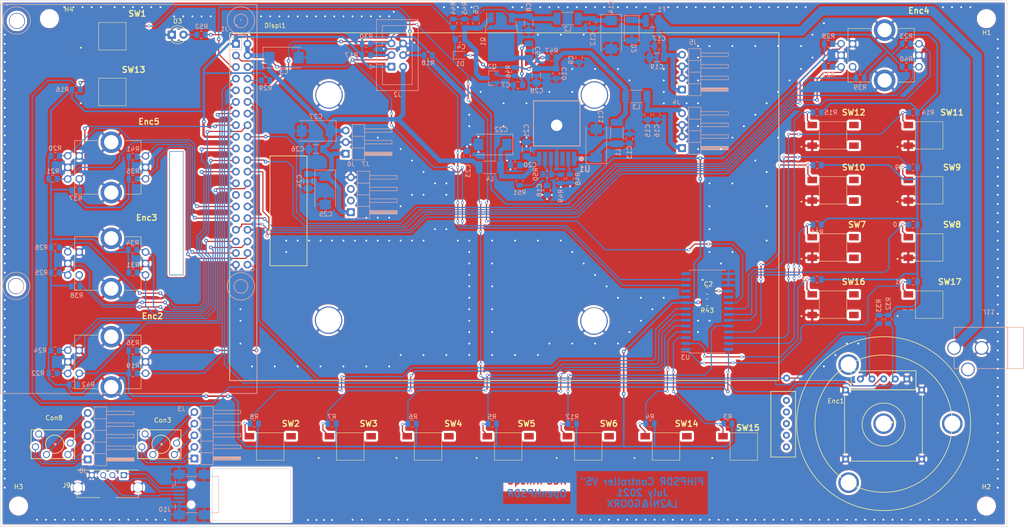
<source format=kicad_pcb>
(kicad_pcb (version 20211014) (generator pcbnew)
  (title_block (title "PiHPSDR Controller_5inch_Front Panel") (date "2022-01-19") (rev "1") (company "Software :Laurence Barker,G0ORX") (comment 1 "Hardware:Kjell Karlsen, LA2NI"))
  (layers (0 "F.Cu" signal) (31 "B.Cu" signal) (34 "B.Paste" user) (35 "F.Paste" user) (36 "B.SilkS" user "B.Silkscreen") (37 "F.SilkS" user "F.Silkscreen") (38 "B.Mask" user) (39 "F.Mask" user) (44 "Edge.Cuts" user))
  (net 0 "")
  (net 1 "GND")
  (net 2 "+3V3")
  (net 3 "Net-(C2-Pad1)")
  (net 4 "+5V")
  (net 5 "Net-(C4-Pad2)")
  (net 6 "+12L")
  (net 7 "Net-(C6-Pad2)")
  (net 8 "+12VA")
  (net 9 "Net-(C11-Pad1)")
  (net 10 "Net-(C12-Pad1)")
  (net 11 "Net-(C15-Pad1)")
  (net 12 "Net-(C17-Pad1)")
  (net 13 "Net-(C18-Pad1)")
  (net 14 "Net-(C20-Pad1)")
  (net 15 "Net-(D1-Pad2)")
  (net 16 "Net-(D3-Pad2)")
  (net 17 "/GPIO21")
  (net 18 "/GPIO20")
  (net 19 "/GPIO16")
  (net 20 "/GPIO12")
  (net 21 "/ID_SC")
  (net 22 "/GPIO7")
  (net 23 "/GPIO8")
  (net 24 "/GPIO25")
  (net 25 "/GPIO24")
  (net 26 "/GPIO23")
  (net 27 "/GPIO18")
  (net 28 "/GPIO14")
  (net 29 "/GPIO26")
  (net 30 "/GPIO19")
  (net 31 "/GPIO13")
  (net 32 "/GPIO6")
  (net 33 "/GPIO5")
  (net 34 "/ID_SD")
  (net 35 "/GPIO11")
  (net 36 "/GPIO9")
  (net 37 "/GPIO10")
  (net 38 "/GPIO22")
  (net 39 "/GPIO27")
  (net 40 "/GPIO17")
  (net 41 "/GPIO4")
  (net 42 "/GPIO3")
  (net 43 "/GPIO2")
  (net 46 "/GPB0")
  (net 47 "/GPB1")
  (net 48 "/GPB2")
  (net 49 "/GPB3")
  (net 50 "/GPB4")
  (net 51 "/GPB5")
  (net 52 "/GPB6")
  (net 53 "/GPB7")
  (net 54 "/GPA0")
  (net 55 "/GPA1")
  (net 56 "/GPA2")
  (net 57 "/GPA3")
  (net 58 "/GPA4")
  (net 59 "/GPA5")
  (net 60 "/GPA6")
  (net 61 "/GPA7")
  (net 62 "Net-(R48-Pad1)")
  (net 63 "Net-(R49-Pad1)")
  (net 64 "Net-(R50-Pad2)")
  (net 69 "/GPIO15")
  (net 102 "Net-(Con3-Pad5)")
  (net 103 "Net-(Con3-Pad4)")
  (net 104 "Net-(Con3-Pad3)")
  (net 105 "Net-(Con3-Pad2)")
  (net 106 "Net-(Con3-Pad1)")
  (net 107 "Net-(Con8-Pad5)")
  (net 108 "Net-(Con8-Pad4)")
  (net 109 "Net-(Con8-Pad3)")
  (net 110 "Net-(Con8-Pad2)")
  (net 111 "Net-(Con8-Pad1)")
  (net 113 "Net-(J10-Pad1)")
  (net 114 "Net-(J10-Pad2)")
  (net 115 "Net-(J10-Pad3)")
  (net 117 "Net-(C4-Pad1)")
  (footprint "Capacitor_SMD:C_0805_2012Metric_Pad1.15x1.40mm_HandSolder" (layer "F.Cu") (at 194.5 96 180)
    (fp_text reference "C2")
    (fp_text value "1N" hide)
  )
  (footprint "SamacSys_Parts:TL3301SPF260QG" (layer "F.Cu") (at 168.5 130)
    (fp_text reference "SW6")
    (fp_text value "TL3301SPF260QG" hide)
  )
  (footprint "Kjell Karlsen:Kycon_STX" (layer "F.Cu") (at 47.7 130.05)
    (fp_text reference "Con8")
    (fp_text value "STX-3790-5N")
  )
  (footprint "SamacSys_Parts:EC11EBB24C03" (layer "F.Cu") (at 240.7625 47 90)
    (fp_text reference "Enc4")
    (fp_text value "EC11EBB24C03" hide)
  )
  (footprint "SamacSys_Parts:TL3301SPF260QG" (layer "F.Cu") (at 222 99)
    (fp_text reference "SW16")
    (fp_text value "TL3301SPF260QG" hide)
  )
  (footprint "SamacSys_Parts:TL3301SPF260QG" (layer "F.Cu") (at 64.5 52.5)
    (fp_text reference "SW13")
    (fp_text value "TL3301SPF260QG" hide)
  )
  (footprint "Kjell Karlsen:KeDay 5 inch for RPi" (layer "F.Cu") (at 90.15 39.5875)
    (fp_text reference "Displ1")
    (fp_text value "Display_KeDei")
  )
  (footprint "SamacSys_Parts:TL3301SPF260QG" (layer "F.Cu") (at 185.5 130)
    (fp_text reference "SW14")
    (fp_text value "TL3301SPF260QG" hide)
  )
  (footprint "SamacSys_Parts:TL3301SPF260QG" (layer "F.Cu") (at 64.5 40.35)
    (fp_text reference "SW1")
    (fp_text value "TL3301SPF260QG" hide)
  )
  (footprint "Kjell Karlsen:Kycon_STX" (layer "F.Cu") (at 70.95 130.05)
    (fp_text reference "Con3")
    (fp_text value "STX-3790-5N")
  )
  (footprint "SamacSys_Parts:TL3301SPF260QG" (layer "F.Cu") (at 133.5 130)
    (fp_text reference "SW4")
    (fp_text value "TL3301SPF260QG" hide)
  )
  (footprint "MountingHole:MountingHole_3.2mm_M3" (layer "F.Cu") (at 44 143)
    (fp_text reference "H3")
    (fp_text value "MountingHole" hide)
  )
  (footprint "SamacSys_Parts:TL3301SPF260QG" (layer "F.Cu") (at 99 130)
    (fp_text reference "SW2")
    (fp_text value "TL3301SPF260QG" hide)
  )
  (footprint "Resistor_SMD:R_0805_2012Metric" (layer "F.Cu") (at 194.5 98.5)
    (fp_text reference "R43")
    (fp_text value "100K" hide)
  )
  (footprint "SamacSys_Parts:TL3301SPF260QG" (layer "F.Cu") (at 243 99)
    (fp_text reference "SW17")
    (fp_text value "TL3301SPF260QG" hide)
  )
  (footprint "SamacSys_Parts:EC11EBB24C03" (layer "F.Cu") (at 71.7625 71.5 90)
    (fp_text reference "Enc5")
    (fp_text value "EC11EBB24C03" hide)
  )
  (footprint "SamacSys_Parts:EC11EBB24C03" (layer "F.Cu") (at 71.7625 92.5 90)
    (fp_text reference "Enc3")
    (fp_text value "EC11EBB24C03" hide)
  )
  (footprint "Kjell Karlsen:HRPG_ASCA#" (layer "F.Cu") (at 233.05 125.2 180)
    (fp_text reference "Enc1")
    (fp_text value "HRPG-ASCA#")
  )
  (footprint "SamacSys_Parts:TL3301SPF260QG" (layer "F.Cu") (at 222 74)
    (fp_text reference "SW10")
    (fp_text value "TL3301SPF260QG" hide)
  )
  (footprint "SamacSys_Parts:TL3301SPF260QG" (layer "F.Cu") (at 243 74)
    (fp_text reference "SW9")
    (fp_text value "TL3301SPF260QG" hide)
  )
  (footprint "MountingHole:MountingHole_3.2mm_M3" (layer "F.Cu") (at 50.75 36.5)
    (fp_text reference "H4")
    (fp_text value "MountingHole" hide)
  )
  (footprint "MountingHole:MountingHole_3.2mm_M3" (layer "F.Cu") (at 255.5 36.5)
    (fp_text reference "H1")
    (fp_text value "MountingHole" hide)
  )
  (footprint "LED_THT:LED_D3.0mm_Clear" (layer "F.Cu") (at 77.5 40)
    (fp_text reference "D3")
    (fp_text value "3mm/GN")
  )
  (footprint "MountingHole:MountingHole_3.2mm_M3" (layer "F.Cu") (at 255.5 143)
    (fp_text reference "H2")
    (fp_text value "MountingHole" hide)
  )
  (footprint "SamacSys_Parts:TL3301SPF260QG" (layer "F.Cu") (at 116.5 130)
    (fp_text reference "SW3")
    (fp_text value "TL3301SPF260QG" hide)
  )
  (footprint "SamacSys_Parts:TL3301SPF260QG" (layer "F.Cu") (at 243 62)
    (fp_text reference "SW11")
    (fp_text value "TL3301SPF260QG" hide)
  )
  (footprint "Kjell Karlsen:Chinese Encoder" (layer "F.Cu") (at 233.05 125)
    (fp_text reference "REF**")
    (fp_text value "Chinese Encoder")
  )
  (footprint "SamacSys_Parts:EC11EBB24C03" (layer "F.Cu") (at 71.7625 114 90)
    (fp_text reference "Enc2")
    (fp_text value "EC11EBB24C03" hide)
  )
  (footprint "Kjell Karlsen:USB_A_Wurth_614004135023_Vertical" (layer "F.Cu") (at 67 136.25 180)
    (fp_text reference "J9")
    (fp_text value "USB_A_Wurth")
  )
  (footprint "SamacSys_Parts:TL3301SPF260QG" (layer "F.Cu") (at 202.5 130)
    (fp_text reference "SW15")
    (fp_text value "TL3301SPF260QG" hide)
  )
  (footprint "SamacSys_Parts:TL3301SPF260QG" (layer "F.Cu") (at 243 86.5)
    (fp_text reference "SW8")
    (fp_text value "TL3301SPF260QG" hide)
  )
  (footprint "SamacSys_Parts:TL3301SPF260QG" (layer "F.Cu") (at 222 62)
    (fp_text reference "SW12")
    (fp_text value "TL3301SPF260QG" hide)
  )
  (footprint "SamacSys_Parts:TL3301SPF260QG" (layer "F.Cu") (at 151 130)
    (fp_text reference "SW5")
    (fp_text value "TL3301SPF260QG" hide)
  )
  (footprint "SamacSys_Parts:TL3301SPF260QG" (layer "F.Cu") (at 222 86.5)
    (fp_text reference "SW7")
    (fp_text value "TL3301SPF260QG" hide)
  )
  (footprint "Resistor_SMD:R_0805_2012Metric" (layer "B.Cu") (at 141.5 37.5 -90)
    (fp_text reference "R45")
    (fp_text value "10k" hide)
  )
  (footprint "Resistor_SMD:R_0805_2012Metric" (layer "B.Cu") (at 239.5 69)
    (fp_text reference "R9")
    (fp_text value "10k" hide)
  )
  (footprint "Capacitor_SMD:C_0805_2012Metric_Pad1.15x1.40mm_HandSolder" (layer "B.Cu") (at 177.5 62.75 90)
    (fp_text reference "C13")
    (fp_text value "100n" hide)
  )
  (footprint "Resistor_SMD:R_0805_2012Metric" (layer "B.Cu") (at 68.9125 87 180)
    (fp_text reference "R34")
    (fp_text value "10k" hide)
  )
  (footprint "Connector_IDC:IDC-Header_2x03_P2.54mm_Vertical" (layer "B.Cu") (at 125.5 47)
    (fp_text reference "J2")
    (fp_text value "Conn_02x03_Odd_Even" hide)
  )
  (footprint "Resistor_SMD:R_0805_2012Metric" (layer "B.Cu") (at 69 114 180)
    (fp_text reference "R19")
    (fp_text value "10k" hide)
  )
  (footprint "Capacitor_SMD:C_0805_2012Metric_Pad1.15x1.40mm_HandSolder" (layer "B.Cu") (at 184 42.5 180)
    (fp_text reference "C17")
    (fp_text value "100n" hide)
  )
  (footprint "Resistor_SMD:R_0805_2012Metric" (layer "B.Cu") (at 69 71.5 180)
    (fp_text reference "R35")
    (fp_text value "10k" hide)
  )
  (footprint "Resistor_SMD:R_0805_2012Metric" (layer "B.Cu") (at 182 125)
    (fp_text reference "R4")
    (fp_text value "10k" hide)
  )
  (footprint "Inductor_SMD:L_2010_5025Metric_Pad1.52x2.65mm_HandSolder" (layer "B.Cu") (at 179 53.5)
    (fp_text reference "L3")
    (fp_text value "L_Core_Ferrite_Small")
  )
  (footprint "Capacitor_SMD:C_1206_3216Metric_Pad1.33x1.80mm_HandSolder" (layer "B.Cu") (at 183.5 45 180)
    (fp_text reference "C19")
    (fp_text value "10u" hide)
  )
  (footprint "Resistor_SMD:R_0805_2012Metric" (layer "B.Cu") (at 218.5 93.5)
    (fp_text reference "R2")
    (fp_text value "10k" hide)
  )
  (footprint "Capacitor_SMD:C_1206_3216Metric_Pad1.33x1.80mm_HandSolder" (layer "B.Cu") (at 157.15 48.9375 -90)
    (fp_text reference "C28")
    (fp_text value "10u")
  )
  (footprint "Resistor_SMD:R_0805_2012Metric" (layer "B.Cu") (at 239.5 57)
    (fp_text reference "R14")
    (fp_text value "10k" hide)
  )
  (footprint "Package_TO_SOT_SMD:TO-252-2" (layer "B.Cu") (at 149.5 40.5 -90)
    (fp_text reference "Q1")
    (fp_text value "FDD6685" hide)
  )
  (footprint "Resistor_SMD:R_0805_2012Metric" (layer "B.Cu") (at 120 42 180)
    (fp_text reference "R30")
    (fp_text value "10k" hide)
  )
  (footprint "Resistor_SMD:R_0805_2012Metric" (layer "B.Cu") (at 238 42 180)
    (fp_text reference "R23")
    (fp_text value "10k" hide)
  )
  (footprint "Capacitor_Tantalum_SMD:CP_EIA-7343-43_Kemet-X" (layer "B.Cu") (at 147.6125 64 180)
    (fp_text reference "C22")
    (fp_text value "100u/10V" hide)
  )
  (footprint "Capacitor_SMD:C_0805_2012Metric_Pad1.15x1.40mm_HandSolder" (layer "B.Cu") (at 181.5 57.5 -90)
    (fp_text reference "C15")
    (fp_text value "1u")
  )
  (footprint "Capacitor_Tantalum_SMD:CP_EIA-7343-43_Kemet-X" (layer "B.Cu") (at 111 74 -90)
    (fp_text reference "C25")
    (fp_text value "100u/10V")
  )
  (footprint "Resistor_SMD:R_0805_2012Metric" (layer "B.Cu") (at 218.5 68.5)
    (fp_text reference "R13")
    (fp_text value "10k" hide)
  )
  (footprint "Resistor_SMD:R_0805_2012Metric" (layer "B.Cu") (at 120 44.455 180)
    (fp_text reference "R17")
    (fp_text value "10k" hide)
  )
  (footprint "Resistor_SMD:R_0805_2012Metric" (layer "B.Cu") (at 221 42 180)
    (fp_text reference "R28")
    (fp_text value "10k" hide)
  )
  (footprint "Capacitor_SMD:C_0805_2012Metric_Pad1.15x1.40mm_HandSolder" (layer "B.Cu") (at 161.5 48.5 -90)
    (fp_text reference "C10")
    (fp_text value "1u" hide)
  )
  (footprint "Capacitor_SMD:C_0805_2012Metric_Pad1.15x1.40mm_HandSolder" (layer "B.Cu") (at 144 37.5 -90)
    (fp_text reference "C5")
    (fp_text value "100n" hide)
  )
  (footprint "Resistor_SMD:R_0805_2012Metric" (layer "B.Cu") (at 52 92 180)
    (fp_text reference "R25")
    (fp_text value "10k" hide)
  )
  (footprint "Connector_PinHeader_2.54mm:PinHeader_1x05_P2.54mm_Horizontal" (layer "B.Cu") (at 82.425 132.625)
    (fp_text reference "J3")
    (fp_text value "Conn_01x05_Male" hide)
  )
  (footprint "Resistor_SMD:R_0805_2012Metric" (layer "B.Cu") (at 199 125)
    (fp_text reference "R3")
    (fp_text value "10k" hide)
  )
  (footprint "Inductor_SMD:L_2010_5025Metric_Pad1.52x2.65mm_HandSolder" (layer "B.Cu") (at 147 69 180)
    (fp_text reference "L4")
    (fp_text value "L_Core_Ferrite_Small" hide)
  )
  (footprint "Resistor_SMD:R_0805_2012Metric" (layer "B.Cu") (at 130 125)
    (fp_text reference "R6")
    (fp_text value "10k" hide)
  )
  (footprint "Diode_SMD:D_SOD-323F" (layer "B.Cu") (at 140.5 44.5)
    (fp_text reference "D1")
    (fp_text value "BAT54J" hide)
  )
  (footprint "Resistor_SMD:R_0805_2012Metric" (layer "B.Cu") (at 147.5 125)
    (fp_text reference "R5")
    (fp_text value "10k" hide)
  )
  (footprint "Resistor_SMD:R_0805_2012Metric" (layer "B.Cu") (at 83.9125 40 180)
    (fp_text reference "R52")
    (fp_text value "1,5k" hide)
  )
  (footprint "Resistor_SMD:R_0805_2012Metric" (layer "B.Cu") (at 98 50)
    (fp_text reference "R29")
    (fp_text value "10k")
  )
  (footprint "Resistor_SMD:R_0805_2012Metric" (layer "B.Cu") (at 69 92 180)
    (fp_text reference "R31")
    (fp_text value "10k" hide)
  )
  (footprint "Resistor_SMD:R_0805_2012Metric" (layer "B.Cu") (at 239.5 94)
    (fp_text reference "R1")
    (fp_text value "10k" hide)
  )
  (footprint "Capacitor_Tantalum_SMD:CP_EIA-7343-43_Kemet-X_Pad2.25x2.55mm_HandSolder" (layer "B.Cu") (at 102 45)
    (fp_text reference "C3")
    (fp_text value "CP" hide)
  )
  (footprint "Connector_PinHeader_2.54mm:PinHeader_1x04_P2.54mm_Horizontal" (layer "B.Cu") (at 189 64.8)
    (fp_text reference "J4")
    (fp_text value "Conn_01x04_Male" hide)
  )
  (footprint "Capacitor_Tantalum_SMD:CP_EIA-7343-43_Kemet-X" (layer "B.Cu") (at 173.5 40 -90)
    (fp_text reference "C14")
    (fp_text value "22u/35V" hide)
  )
  (footprint "Resistor_SMD:R_0805_2012Metric" (layer "B.Cu") (at 164.5 71.4125 -90)
    (fp_text reference "R48")
    (fp_text value "1,5k" hide)
  )
  (footprint "Diode_SMD:D_2010_5025Metric" (layer "B.Cu") (at 178 39 -90)
    (fp_text reference "D2")
    (fp_text value "SK54" hide)
  )
  (footprint "Capacitor_SMD:C_1206_3216Metric_Pad1.33x1.80mm_HandSolder" (layer "B.Cu") (at 155.5 37.5 -90)
    (fp_text reference "C8")
    (fp_text value "10u" hide)
  )
  (footprint "Capacitor_SMD:C_0805_2012Metric_Pad1.15x1.40mm_HandSolder" (layer "B.Cu") (at 166.5 45 -90)
    (fp_text reference "C9")
    (fp_text value "100n" hide)
  )
  (footprint "Resistor_SMD:R_0805_2012Metric" (layer "B.Cu") (at 232 102.2 90)
    (fp_text reference "R33")
    (fp_text value "10k" hide)
  )
  (footprint "Connector_PinHeader_2.54mm:PinHeader_1x05_P2.54mm_Horizontal" (layer "B.Cu") (at 59.125 132.825)
    (fp_text reference "J8")
    (fp_text value "Conn_01x05_Male" hide)
  )
  (footprint "Kjell Karlsen:Raspberry Pi_4" (layer "B.Cu") (at 91.5 42 180)
    (fp_text reference "J1")
    (fp_text value "Raspberry_Pi_2_3")
  )
  (footprint "Resistor_SMD:R_0805_2012Metric" (layer "B.Cu") (at 238 47 180)
    (fp_text reference "R40")
    (fp_text value "10k" hide)
  )
  (footprint "Resistor_SMD:R_0805_2012Metric" (layer "B.Cu") (at 239.5 81.5)
    (fp_text reference "R10")
    (fp_text value "10k" hide)
  )
  (footprint "Resistor_SMD:R_0805_2012Metric" (layer "B.Cu") (at 69 66.65 180)
    (fp_text reference "R41")
    (fp_text value "10k" hide)
  )
  (footprint "Resistor_SMD:R_0805_2012Metric" (layer "B.Cu") (at 52 86.5 180)
    (fp_text reference "R26")
    (fp_text value "10k" hide)
  )
  (footprint "Connector_PinHeader_2.54mm:PinHeader_1x04_P2.54mm_Horizontal" (layer "B.Cu") (at 189 52)
    (fp_text reference "J5")
    (fp_text value "Conn_01x04_Male" hide)
  )
  (footprint "Resistor_SMD:R_0805_2012Metric" (layer "B.Cu") (at 56.5875 52 180)
    (fp_text reference "R16")
    (fp_text value "10k" hide)
  )
  (footprint "Connector_PinHeader_2.54mm:PinHeader_1x04_P2.54mm_Horizontal" (layer "B.Cu") (at 116.625 78.8)
    (fp_text reference "J6")
    (fp_text value "Conn_01x04_Male" hide)
  )
  (footprint "Resistor_SMD:R_0805_2012Metric" (layer "B.Cu") (at 159.5 70.5 180)
    (fp_text reference "R50")
    (fp_text value "3,3k" hide)
  )
  (footprint "Resistor_SMD:R_0805_2012Metric" (layer "B.Cu") (at 56 116.5 180)
    (fp_text reference "R42")
    (fp_text value "10k" hide)
  )
  (footprint "Resistor_SMD:R_0805_2012Metric" (layer "B.Cu") (at 162.5 71.5 -90)
    (fp_text reference "R49")
    (fp_text value "620R")
  )
  (footprint "Kjell Karlsen:USB_Mini-B_Wuerth_65100516121_Horizontal" (layer "B.Cu") (at 81.725 140.5 -90)
    (fp_text reference "J10")
    (fp_text value "USB_B_Mini_Wurth" hide)
  )
  (footprint "Capacitor_SMD:C_0805_2012Metric_Pad1.15x1.40mm_HandSolder" (layer "B.Cu") (at 152.525 68.5 180)
    (fp_text reference "C20")
    (fp_text value "1oon" hide)
  )
  (footprint "Capacitor_SMD:C_0805_2012Metric_Pad1.15x1.40mm_HandSolder" (layer "B.Cu") (at 169.5 37.5 -90)
    (fp_text reference "C12")
    (fp_text value "100n" hide)
  )
  (footprint "Capacitor_SMD:C_1206_3216Metric_Pad1.33x1.80mm_HandSolder" (layer "B.Cu") (at 155.5 43.5 90)
    (fp_text reference "C6")
    (fp_text value "4,7u")
  )
  (footprint "Capacitor_SMD:C_0805_2012Metric_Pad1.15x1.40mm_HandSolder" (layer "B.Cu") (at 142 66.5 90)
    (fp_text reference "C23")
    (fp_text value "1u" hide)
  )
  (footprint "Resistor_SMD:R_0805_2012Metric" (layer "B.Cu") (at 56.5 74 180)
    (fp_text reference "R37")
    (fp_text value "10k" hide)
  )
  (footprint "Connector_PinHeader_2.54mm:PinHeader_1x03_P2.54mm_Horizontal" (layer "B.Cu") (at 115.5 66.025)
    (fp_text reference "J7")
    (fp_text value "Conn_01x03_Male" hide)
  )
  (footprint "Resistor_SMD:R_0805_2012Metric" (layer "B.Cu") (at 234.1 102.2 90)
    (fp_text reference "R32")
    (fp_text value "10k" hide)
  )
  (footprint "Fuse:Fuse_1210_3225Metric" (layer "B.Cu") (at 182.5 37)
    (fp_text reference "F1")
    (fp_text value "5a")
  )
  (footprint "Inductor_SMD:L_2010_5025Metric_Pad1.52x2.65mm_HandSolder" (layer "B.Cu") (at 164 36.5)
    (fp_text reference "L2")
    (fp_text value "L_Core_Ferrite_Small" hide)
  )
  (footprint "Resistor_SMD:R_0805_2012Metric" (layer "B.Cu") (at 51.5 71.5 180)
    (fp_text reference "R21")
    (fp_text value "10k" hide)
  )
  (footprint "Capacitor_SMD:C_1206_3216Metric_Pad1.33x1.80mm_HandSolder" (layer "B.Cu") (at 109 65 180)
    (fp_text reference "C26")
    (fp_text value "10u" hide)
  )
  (footprint "Capacitor_SMD:C_0805_2012Metric_Pad1.15x1.40mm_HandSolder" (layer "B.Cu") (at 183.5 57.5 -90)
    (fp_text reference "C16")
    (fp_text value "100n")
  )
  (footprint "Resistor_SMD:R_0805_2012Metric" (layer "B.Cu") (at 153.5 72 90)
    (fp_text reference "R51")
    (fp_text value "47R" hide)
  )
  (footprint "Resistor_SMD:R_0805_2012Metric" (layer "B.Cu") (at 95.5 125)
    (fp_text reference "R8")
    (fp_text value "10k" hide)
  )
  (footprint "Capacitor_SMD:C_0805_2012Metric_Pad1.15x1.40mm_HandSolder" (layer "B.Cu") (at 140.5 41)
    (fp_text reference "C4")
    (fp_text value "1u" hide)
  )
  (footprint "Kjell Karlsen:KLDX-0202A" (layer "B.Cu") (at 248.4625 108.45 180)
    (fp_text reference "J11")
    (fp_text value "KLDX-0202")
  )
  (footprint "Capacitor_SMD:C_0805_2012Metric_Pad1.15x1.40mm_HandSolder" (layer "B.Cu") (at 153.15 51 180)
    (fp_text reference "C7")
    (fp_text value "100n")
  )
  (footprint "Inductor_SMD:L_2010_5025Metric_Pad1.52x2.65mm_HandSolder" (layer "B.Cu") (at 174.75 61.5 -90)
    (fp_text reference "L1")
    (fp_text value "L_Core_Ferrite_Small" hide)
  )
  (footprint "Resistor_SMD:R_0805_2012Metric" (layer "B.Cu") (at 69 109 180)
    (fp_text reference "R36")
    (fp_text value "10k" hide)
  )
  (footprint "Resistor_SMD:R_0805_2012Metric" (layer "B.Cu") (at 52 109 180)
    (fp_text reference "R24")
    (fp_text value "10k" hide)
  )
  (footprint "Capacitor_SMD:C_0805_2012Metric_Pad1.15x1.40mm_HandSolder" (layer "B.Cu") (at 159.5 74 -90)
    (fp_text reference "C18")
    (fp_text value "0,47u" hide)
  )
  (footprint "Resistor_SMD:R_0805_2012Metric" (layer "B.Cu") (at 51.5 114 180)
    (fp_text reference "R22")
    (fp_text value "R" hide)
  )
  (footprint "Resistor_SMD:R_0805_2012Metric" (layer "B.Cu") (at 218.5 57)
    (fp_text reference "R15")
    (fp_text value "10k" hide)
  )
  (footprint "Resistor_SMD:R_0805_2012Metric" (layer "B.Cu") (at 112.5 125)
    (fp_text reference "R7")
    (fp_text value "10k" hide)
  )
  (footprint "Resistor_SMD:R_0805_2012Metric" (layer "B.Cu") (at 221 47 180)
    (fp_text reference "R27")
    (fp_text value "10k" hide)
  )
  (footprint "Capacitor_SMD:C_1206_3216Metric_Pad1.33x1.80mm_HandSolder" (layer "B.Cu") (at 155 65 90)
    (fp_text reference "C21")
    (fp_text value "10u" hide)
  )
  (footprint "Resistor_SMD:R_0805_2012Metric" (layer "B.Cu") (at 160.5 45 180)
    (fp_text reference "R47")
    (fp_text value "100k" hide)
  )
  (footprint "Resistor_SMD:R_0805_2012Metric" (layer "B.Cu") (at 165 125)
    (fp_text reference "R12")
    (fp_text value "10k" hide)
  )
  (footprint "Resistor_SMD:R_0805_2012Metric" (layer "B.Cu") (at 56.5 95 180)
    (fp_text reference "R38")
    (fp_text value "10k" hide)
  )
  (footprint "Resistor_SMD:R_0805_2012Metric" (layer "B.Cu") (at 152.5 48.0875 90)
    (fp_text reference "R46")
    (fp_text value "180k" hide)
  )
  (footprint "Capacitor_Tantalum_SMD:CP_EIA-7343-43_Kemet-X" (layer "B.Cu") (at 109 61 180)
    (fp_text reference "C27")
    (fp_text value "100u/6,3V" hide)
  )
  (footprint "Resistor_SMD:R_0805_2012Metric" (layer "B.Cu") (at 52 66.5 180)
    (fp_text reference "R20")
    (fp_text value "10k" hide)
  )
  (footprint "Package_SO:SOIC-28W_7.5x17.9mm_P1.27mm" (layer "B.Cu") (at 194.5 100.5)
    (fp_text reference "U3")
    (fp_text value "MCP23017_SO" hide)
  )
  (footprint "Resistor_SMD:R_0805_2012Metric" (layer "B.Cu") (at 133.5 44.5)
    (fp_text reference "R18")
    (fp_text value "10k" hide)
  )
  (footprint "Capacitor_Tantalum_SMD:CP_EIA-7343-43_Kemet-X" (layer "B.Cu") (at 170.25 63.75 90)
    (fp_text reference "C11")
    (fp_text value "47u/35V" hide)
  )
  (footprint "Package_TO_SOT_SMD:SOT-23" (layer "B.Cu") (at 147.5 49.5 180)
    (fp_text reference "Q2")
    (fp_text value "2N7002K" hide)
  )
  (footprint "Resistor_SMD:R_0805_2012Metric" (layer "B.Cu") (at 227.9125 49.5)
    (fp_text reference "R39")
    (fp_text value "10k" hide)
  )
  (footprint "Resistor_SMD:R_0805_2012Metric" (layer "B.Cu") (at 139 37.5 -90)
    (fp_text reference "R44")
    (fp_text value "10k" hide)
  )
  (footprint "Kjell Karlsen:NDW0007A" (layer "B.Cu") (at 161.596885 67.11 180)
    (fp_text reference "U1")
    (fp_text value "LMZ22005TZ_NOPB" hide)
  )
  (footprint "Capacitor_SMD:C_1206_3216Metric_Pad1.33x1.80mm_HandSolder" (layer "B.Cu") (at 107.25 72 -90)
    (fp_text reference "C24")
    (fp_text value "10u" hide)
  )
  (footprint "Resistor_SMD:R_0805_2012Metric" (layer "B.Cu") (at 218.5 81.5)
    (fp_text reference "R11")
    (fp_text value "10k")
  )
  (gr_rect (start 77 65.5) (end 80 92.5) (layer "B.Cu") (width 0.2) (fill none))
  (gr_arc (start 80 92.35) (mid 79.956066 92.456066) (end 79.85 92.5) (layer "Edge.Cuts") (width 0.1))
  (gr_arc (start 77.15 92.5) (mid 77.043934 92.456066) (end 77 92.35) (layer "Edge.Cuts") (width 0.1))
  (gr_rect (start 40 147.5) (end 260 32.5) (layer "Edge.Cuts") (width 0.1) (fill none))
  (gr_line (start 79.85 92.5) (end 77.15 92.5) (layer "Edge.Cuts") (width 0.1))
  (gr_arc (start 79.8 65.5) (mid 79.941421 65.558579) (end 80 65.7) (layer "Edge.Cuts") (width 0.1))
  (gr_line (start 79.8 65.5) (end 77.15 65.5) (layer "Edge.Cuts") (width 0.1))
  (gr_line (start 80 65.7) (end 80 92.35) (layer "Edge.Cuts") (width 0.1))
  (gr_arc (start 77 65.65) (mid 77.043934 65.543934) (end 77.15 65.5) (layer "Edge.Cuts") (width 0.1))
  (gr_line (start 77 92.35) (end 77 65.65) (layer "Edge.Cuts") (width 0.1))
  (gr_rect (start 86.35 134.85) (end 103.45 146.2) (layer "Edge.Cuts") (width 0.1) (fill none))
  (gr_text "PiHPSDR Controller V5{dblquote}\nJan. 2022\nLA2NI&G0ORX" (at 129.5 140.25) (layer "F.Cu") (effects (font (size 1.5 1.5) (thickness 0.3))))
  (gr_text "OpenHPSDR" (at 157.25 137.5) (layer "F.Cu") (effects (font (size 1.5 1.5) (thickness 0.3))))
  (gr_text "OpenHPSDR" (at 157.25 140.25) (layer "B.Cu") (effects (font (size 1.5 1.5) (thickness 0.3)) (justify mirror)))
  (gr_text "PiHPSDR Controller V5{dblquote}\nJuly 2021\nLA2NI&G0ORX" (at 180.3 140.1) (layer "B.Cu") (effects (font (size 1.5 1.5) (thickness 0.3)) (justify mirror)))
  (segment (start 161.540655 55.353115) (end 161.596885 55.296885) (width 1) (layer "F.Cu") (net 1))
  (segment (start 163.95 132.25) (end 163.95 133.45) (width 0.25) (layer "F.Cu") (net 1))
  (segment (start 158.653115 64.246885) (end 158.653115 55.553115) (width 1) (layer "F.Cu") (net 1))
  (segment (start 180.95 132.25) (end 180.95 133.45) (width 0.25) (layer "F.Cu") (net 1))
  (segment (start 161.596885 55.296885) (end 164.496885 55.296885) (width 1) (layer "F.Cu") (net 1))
  (segment (start 144.5 62.25) (end 144.5 63.95) (width 0.25) (layer "F.Cu") (net 1))
  (segment (start 135 146) (end 137 146) (width 0.25) (layer "F.Cu") (net 1))
  (segment (start 193.475 96) (end 193.475 93.575) (width 0.25) (layer "F.Cu") (net 1))
  (segment (start 117 146) (end 119 146) (width 0.25) (layer "F.Cu") (net 1))
  (segment (start 129 146) (end 135 146) (width 0.25) (layer "F.Cu") (net 1))
  (segment (start 144.5 63.95) (end 144.5 64) (width 0.25) (layer "F.Cu") (net 1))
  (segment (start 217.45 64.25) (end 217.45 65.7) (width 0.25) (layer "F.Cu") (net 1))
  (segment (start 141 146) (end 143 146) (width 0.25) (layer "F.Cu") (net 1))
  (segment (start 94.45 133.45) (end 94.5 133.5) (width 0.25) (layer "F.Cu") (net 1))
  (segment (start 109.1 146.05) (end 110.75 146.05) (width 0.25) (layer "F.Cu") (net 1))
  (segment (start 126.86 43.1) (end 123.8 43.1) (width 0.25) (layer "F.Cu") (net 1))
  (segment (start 164.496885 55.296885) (end 164.496885 64.246885) (width 1) (layer "F.Cu") (net 1))
  (segment (start 180.95 133.45) (end 181 133.5) (width 0.25) (layer "F.Cu") (net 1))
  (segment (start 161.596885 59.805) (end 161.596885 55.296885) (width 1) (layer "F.Cu") (net 1))
  (segment (start 94.45 132.25) (end 94.45 133.45) (width 0.25) (layer "F.Cu") (net 1))
  (segment (start 158.653115 55.553115) (end 158.853115 55.353115) (width 1) (layer "F.Cu") (net 1))
  (segment (start 139 146) (end 141 146) (width 0.25) (layer "F.Cu") (net 1))
  (segment (start 128.04 41.92) (end 126.86 43.1) (width 0.25) (layer "F.Cu") (net 1))
  (segment (start 217.45 65.7) (end 217.5 65.75) (width 0.25) (layer "F.Cu") (net 1))
  (segment (start 151 146) (end 153 146) (width 0.25) (layer "F.Cu") (net 1))
  (segment (start 164.496885 64.246885) (end 158.653115 64.246885) (width 1) (layer "F.Cu") (net 1))
  (segment (start 195 42.5) (end 197.5 42.5) (width 0.25) (layer "F.Cu") (net 1))
  (segment (start 142.75 64) (end 142.75 64.65) (width 0.25) (layer "F.Cu") (net 1))
  (segment (start 163.95 133.45) (end 164 133.5) (width 0.25) (layer "F.Cu") (net 1))
  (segment (start 158.853115 55.353115) (end 161.540655 55.353115) (width 1) (layer "F.Cu") (net 1))
  (segment (start 158.45 75) (end 161.8 75) (width 0.25) (layer "F.Cu") (net 1))
  (via (at 165 87.5) (size 0.6) (drill 0.4) (layers "F.Cu" "B.Cu") (net 1))
  (via (at 225 146) (size 0.6) (drill 0.4) (layers "F.Cu" "B.Cu") (net 1))
  (via (at 74 146) (size 0.6) (drill 0.4) (layers "F.Cu" "B.Cu") (net 1))
  (via (at 41 125) (size 0.6) (drill 0.4) (layers "F.Cu" "B.Cu") (net 1))
  (via (at 41 137) (size 0.6) (drill 0.4) (layers "F.Cu" "B.Cu") (net 1))
  (via (at 217.5 45) (size 0.6) (drill 0.4) (layers "F.Cu" "B.Cu") (net 1))
  (via (at 129 146) (size 0.6) (drill 0.4) (layers "F.Cu" "B.Cu") (net 1))
  (via (at 258 87) (size 0.6) (drill 0.4) (layers "F.Cu" "B.Cu") (net 1))
  (via (at 142 64.45) (size 0.6) (drill 0.4) (layers "F.Cu" "B.Cu") (net 1))
  (via (at 258 99) (size 0.6) (drill 0.4) (layers "F.Cu" "B.Cu") (net 1))
  (via (at 127.5 85) (size 0.6) (drill 0.4) (layers "F.Cu" "B.Cu") (net 1))
  (via (at 105 36) (size 0.6) (drill 0.4) (layers "F.Cu" "B.Cu") (net 1))
  (via (at 41 60) (size 0.6) (drill 0.4) (layers "F.Cu" "B.Cu") (net 1))
  (via (at 41 120) (size 0.6) (drill 0.4) (layers "F.Cu" "B.Cu") (net 1))
  (via (at 258 125) (size 0.6) (drill 0.4) (layers "F.Cu" "B.Cu") (net 1))
  (via (at 205 57.5) (size 0.6) (drill 0.4) (layers "F.Cu" "B.Cu") (net 1))
  (via (at 109 36) (size 0.6) (drill 0.4) (layers "F.Cu" "B.Cu") (net 1))
  (via (at 258 113) (size 0.6) (drill 0.4) (layers "F.Cu" "B.Cu") (net 1))
  (via (at 157.5 110) (size 0.6) (drill 0.4) (layers "F.Cu" "B.Cu") (net 1))
  (via (at 179 146) (size 0.6) (drill 0.4) (layers "F.Cu" "B.Cu") (net 1))
  (via (at 192.5 60) (size 0.6) (drill 0.4) (layers "F.Cu" "B.Cu") (net 1))
  (via (at 258 105) (size 0.6) (drill 0.4) (layers "F.Cu" "B.Cu") (net 1))
  (via (at 110 112.5) (size 0.6) (drill 0.4) (layers "F.Cu" "B.Cu") (net 1))
  (via (at 142.5 60) (size 0.6) (drill 0.4) (layers "F.Cu" "B.Cu") (net 1))
  (via (at 41 82) (size 0.6) (drill 0.4) (layers "F.Cu" "B.Cu") (net 1))
  (via (at 95 112.5) (size 0.6) (drill 0.4) (layers "F.Cu" "B.Cu") (net 1))
  (via (at 209 146) (size 0.6) (drill 0.4) (layers "F.Cu" "B.Cu") (net 1))
  (via (at 143 146) (size 0.6) (drill 0.4) (layers "F.Cu" "B.Cu") (net 1))
  (via (at 109.1 146.05) (size 0.6) (drill 0.4) (layers "F.Cu" "B.Cu") (net 1))
  (via (at 102.5 87.5) (size 0.6) (drill 0.4) (layers "F.Cu" "B.Cu") (net 1))
  (via (at 213 146) (size 0.6) (drill 0.4) (layers "F.Cu" "B.Cu") (net 1))
  (via (at 208 34) (size 0.6) (drill 0.4) (layers "F.Cu" "B.Cu") (net 1))
  (via (at 144.5 62.25) (size 0.6) (drill 0.4) (layers "F.Cu" "B.Cu") (net 1))
  (via (at 180 97.5) (size 0.6) (drill 0.4) (layers "F.Cu" "B.Cu") (net 1))
  (via (at 72 146) (size 0.6) (drill 0.4) (layers "F.Cu" "B.Cu") (net 1))
  (via (at 258 55) (size 0.6) (drill 0.4) (layers "F.Cu" "B.Cu") (net 1))
  (via (at 194 34) (size 0.6) (drill 0.4) (layers "F.Cu" "B.Cu") (net 1))
  (via (at 147.5 110) (size 0.6) (drill 0.4) (layers "F.Cu" "B.Cu") (net 1))
  (via (at 258 71) (size 0.6) (drill 0.4) (layers "F.Cu" "B.Cu") (net 1))
  (via (at 192 34) (size 0.6) (drill 0.4) (layers "F.Cu" "B.Cu") (net 1))
  (via (at 227 146) (size 0.6) (drill 0.4) (layers "F.Cu" "B.Cu") (net 1))
  (via (at 175 34) (size 0.6) (drill 0.4) (layers "F.Cu" "B.Cu") (net 1))
  (via (at 220 112.5) (size 0.6) (drill 0.4) (layers "F.Cu" "B.Cu") (net 1))
  (via (at 130 75) (size 0.6) (drill 0.4) (layers "F.Cu" "B.Cu") (net 1))
  (via (at 185 52.5) (size 0.6) (drill 0.4) (layers "F.Cu" "B.Cu") (net 1))
  (via (at 233 146) (size 0.6) (drill 0.4) (layers "F.Cu" "B.Cu") (net 1))
  (via (at 41 112) (size 0.6) (drill 0.4) (layers "F.Cu" "B.Cu") (net 1))
  (via (at 41 98) (size 0.6) (drill 0.4) (layers "F.Cu" "B.Cu") (net 1))
  (via (at 258 121) (size 0.6) (drill 0.4) (layers "F.Cu" "B.Cu") (net 1))
  (via (at 153.65 63.45) (size 0.6) (drill 0.4) (layers "F.Cu" "B.Cu") (net 1))
  (via (at 258 109) (size 0.6) (drill 0.4) (layers "F.Cu" "B.Cu") (net 1))
  (via (at 41 118) (size 0.6) (drill 0.4) (layers "F.Cu" "B.Cu") (net 1))
  (via (at 258 95) (size 0.6) (drill 0.4) (layers "F.Cu" "B.Cu") (net 1))
  (via (at 50 146) (size 0.6) (drill 0.4) (layers "F.Cu" "B.Cu") (net 1))
  (via (at 185 47.5) (size 0.6) (drill 0.4) (layers "F.Cu" "B.Cu") (net 1))
  (via (at 123 146) (size 0.6) (drill 0.4) (layers "F.Cu" "B.Cu") (net 1))
  (via (at 207.5 55) (size 0.6) (drill 0.4) (layers "F.Cu" "B.Cu") (net 1))
  (via (at 258 79) (size 0.6) (drill 0.4) (layers "F.Cu" "B.Cu") (net 1))
  (via (at 41 68) (size 0.6) (drill 0.4) (layers "F.Cu" "B.Cu") (net 1))
  (via (at 215 42.5) (size 0.6) (drill 0.4) (layers "F.Cu" "B.Cu") (net 1))
  (via (at 258 111) (size 0.6) (drill 0.4) (layers "F.Cu" "B.Cu") (net 1))
  (via (at 258 45) (size 0.6) (drill 0.4) (layers "F.Cu" "B.Cu") (net 1))
  (via (at 165 47.5) (size 0.6) (drill 0.4) (layers "F.Cu" "B.Cu") (net 1))
  (via (at 92.5 100) (size 0.6) (drill 0.4) (layers "F.Cu" "B.Cu") (net 1))
  (via (at 210 34) (size 0.6) (drill 0.4) (layers "F.Cu" "B.Cu") (net 1))
  (via (at 219 146) (size 0.6) (drill 0.4) (layers "F.Cu" "B.Cu") (net 1))
  (via (at 56 34) (size 0.6) (drill 0.4) (layers "F.Cu" "B.Cu") (net 1))
  (via (at 227.5 107.5) (size 0.6) (drill 0.4) (layers "F.Cu" "B.Cu") (net 1))
  (via (at 258 65) (size 0.6) (drill 0.4) (layers "F.Cu" "B.Cu") (net 1))
  (via (at 142.5 90) (size 0.6) (drill 0.4) (layers "F.Cu" "B.Cu") (net 1))
  (via (at 41 92) (size 0.6) (drill 0.4) (layers "F.Cu" "B.Cu") (net 1))
  (via (at 142.5 85) (size 0.6) (drill 0.4) (layers "F.Cu" "B.Cu") (net 1))
  (via (at 160 52.5) (size 0.6) (drill 0.4) (layers "F.Cu" "B.Cu") (net 1))
  (via (at 212 34) (size 0.6) (drill 0.4) (layers "F.Cu" "B.Cu") (net 1))
  (via (at 155 146) (size 0.6) (drill 0.4) (layers "F.Cu" "B.Cu") (net 1))
  (via (at 195 42.5) (size 0.6) (drill 0.4) (layers "F.Cu" "B.Cu") (net 1))
  (via (at 258 67) (size 0.6) (drill 0.4) (layers "F.Cu" "B.Cu") (net 1))
  (via (at 152.5 85) (size 0.6) (drill 0.4) (layers "F.Cu" "B.Cu") (net 1))
  (via (at 41 100) (size 0.6) (drill 0.4) (layers "F.Cu" "B.Cu") (net 1))
  (via (at 54 34) (size 0.6) (drill 0.4) (layers "F.Cu" "B.Cu") (net 1))
  (via (at 162.5 40) (size 0.6) (drill 0.4) (layers "F.Cu" "B.Cu") (net 1))
  (via (at 54 146) (size 0.6) (drill 0.4) (layers "F.Cu" "B.Cu") (net 1))
  (via (at 62 34) (size 0.6) (drill 0.4) (layers "F.Cu" "B.Cu") (net 1))
  (via (at 157.5 85) (size 0.6) (drill 0.4) (layers "F.Cu" "B.Cu") (net 1))
  (via (at 41 139) (size 0.6) (drill 0.4) (layers "F.Cu" "B.Cu") (net 1))
  (via (at 127.5 110) (size 0.6) (drill 0.4) (layers "F.Cu" "B.Cu") (net 1))
  (via (at 132.5 110) (size 0.6) (drill 0.4) (layers "F.Cu" "B.Cu") (net 1))
  (via (at 41 90) (size 0.6) (drill 0.4) (layers "F.Cu" "B.Cu") (net 1))
  (via (at 207.5 77.5) (size 0.6) (drill 0.4) (layers "F.Cu" "B.Cu") (net 1))
  (via (at 142.5 110) (size 0.6) (drill 0.4) (layers "F.Cu" "B.Cu") (net 1))
  (via (at 84 36) (size 0.6) (drill 0.4) (layers "F.Cu" "B.Cu") (net 1))
  (via (at 41 76) (size 0.6) (drill 0.4) (layers "F.Cu" "B.Cu") (net 1))
  (via (at 170 34) (size 0.6) (drill 0.4) (layers "F.Cu" "B.Cu") (net 1))
  (via (at 207.5 85) (size 0.6) (drill 0.4) (layers "F.Cu" "B.Cu") (net 1))
  (via (at 133 146) (size 0.6) (drill 0.4) (layers "F.Cu" "B.Cu") (net 1))
  (via (at 186 34) (size 0.6) (drill 0.4) (layers "F.Cu" "B.Cu") (net 1))
  (via (at 41 40) (size 0.6) (drill 0.4) (layers "F.Cu" "B.Cu") (net 1))
  (via (at 162 34) (size 0.6) (drill 0.4) (layers "F.Cu" "B.Cu") (net 1))
  (via (at 135 72.5) (size 0.6) (drill 0.4) (layers "F.Cu" "B.Cu") (net 1))
  (via (at 167.5 40) (size 0.6) (drill 0.4) (layers "F.Cu" "B.Cu") (net 1))
  (via (at 205 67.5) (size 0.6) (drill 0.4) (layers "F.Cu" "B.Cu") (net 1))
  (via (at 127.5 65) (size 0.6) (drill 0.4) (layers "F.Cu" "B.Cu") (net 1))
  (via (at 172 34) (size 0.6) (drill 0.4) (layers "F.Cu" "B.Cu") (net 1))
  (via (at 202.5 60) (size 0.6) (drill 0.4) (layers "F.Cu" "B.Cu") (net 1))
  (via (at 173 146) (size 0.6) (drill 0.4) (layers "F.Cu" "B.Cu") (net 1))
  (via (at 183 146) (size 0.6) (drill 0.4) (layers "F.Cu" "B.Cu") (net 1))
  (via (at 65 34) (size 0.6) (drill 0.4) (layers "F.Cu" "B.Cu") (net 1))
  (via (at 187 146) (size 0.6) (drill 0.4) (layers "F.Cu" "B.Cu") (net 1))
  (via (at 177.5 50) (size 0.6) (drill 0.4) (layers "F.Cu" "B.Cu") (net 1))
  (via (at 258 93) (size 0.6) (drill 0.4) (layers "F.Cu" "B.Cu") (net 1))
  (via (at 188 34) (size 0.6) (drill 0.4) (layers "F.Cu" "B.Cu") (net 1))
  (via (at 127.5 77.5) (size 0.6) (drill 0.4) (layers "F.Cu" "B.Cu") (net 1))
  (via (at 137.5 75) (size 0.6) (drill 0.4) (layers "F.Cu" "B.Cu") (net 1))
  (via (at 200 42.5) (size 0.6) (drill 0.4) (layers "F.Cu" "B.Cu") (net 1))
  (via (at 56 146) (size 0.6) (drill 0.4) (layers "F.Cu" "B.Cu") (net 1))
  (via (at 159.5 75.9) (size 0.6) (drill 0.4) (layers "F.Cu" "B.Cu") (net 1))
  (via (at 41 133) (size 0.6) (drill 0.4) (layers "F.Cu" "B.Cu") (net 1))
  (via (at 80 36) (size 0.6) (drill 0.4) (layers "F.Cu" "B.Cu") (net 1))
  (via (at 192.5 105) (size 0.6) (drill 0.4) (layers "F.Cu" "B.Cu") (net 1))
  (via (at 205 42.5) (size 0.6) (drill 0.4) (layers "F.Cu" "B.Cu") (net 1))
  (via (at 67 34) (size 0.6) (drill 0.4) (layers "F.Cu" "B.Cu") (net 1))
  (via (at 165 146) (size 0.6) (drill 0.4) (layers "F.Cu" "B.Cu") (net 1))
  (via (at 144.5 65.65) (size 0.6) (drill 0.4) (layers "F.Cu" "B.Cu") (net 1))
  (via (at 62 146) (size 0.6) (drill 0.4) (layers "F.Cu" "B.Cu") (net 1))
  (via (at 258 135) (size 0.6) (drill 0.4) (layers "F.Cu" "B.Cu") (net 1))
  (via (at 41 66) (size 0.6) (drill 0.4) (layers "F.Cu" "B.Cu") (net 1))
  (via (at 166 34) (size 0.6) (drill 0.4) (layers "F.Cu" "B.Cu") (net 1))
  (via (at 155 62.45) (size 0.6) (drill 0.4) (layers "F.Cu" "B.Cu") (net 1))
  (via (at 137.5 82.5) (size 0.6) (drill 0.4) (layers "F.Cu" "B.Cu") (net 1))
  (via (at 175 97.5) (size 0.6) (drill 0.4) (layers "F.Cu" "B.Cu") (net 1))
  (via (at 117 36) (size 0.6) (drill 0.4) (layers "F.Cu" "B.Cu") (net 1))
  (via (at 258 83) (size 0.6) (drill 0.4) (layers "F.Cu" "B.Cu") (net 1))
  (via (at 258 91) (size 0.6) (drill 0.4) (layers "F.Cu" "B.Cu") (net 1))
  (via (at 69 34) (size 0.6) (drill 0.4) (layers "F.Cu" "B.Cu") (net 1))
  (via (at 142.75 64) (size 0.6) (drill 0.4) (layers "F.Cu" "B.Cu") (net 1))
  (via (at 123.8 43.1) (size 0.6) (drill 0.4) (layers "F.Cu" "B.Cu") (net 1))
  (via (at 258 115) (size 0.6) (drill 0.4) (layers "F.Cu" "B.Cu") (net 1))
  (via (at 170 92.5) (size 0.6) (drill 0.4) (layers "F.Cu" "B.Cu") (net 1))
  (via (at 258 97) (size 0.6) (drill 0.4) (layers "F.Cu" "B.Cu") (net 1))
  (via (at 195 102.5) (size 0.6) (drill 0.4) (layers "F.Cu" "B.Cu") (net 1))
  (via (at 125 36) (size 0.6) (drill 0.4) (layers "F.Cu" "B.Cu") (net 1))
  (via (at 210 42.5) (size 0.6) (drill 0.4) (layers "F.Cu" "B.Cu") (net 1))
  (via (at 258 139) (size 0.6) (drill 0.4) (layers "F.Cu" "B.Cu") (net 1))
  (via (at 200 62.5) (size 0.6) (drill 0.4) (layers "F.Cu" "B.Cu") (net 1))
  (via (at 41 84) (size 0.6) (drill 0.4) (layers "F.Cu" "B.Cu") (net 1))
  (via (at 41 50) (size 0.6) (drill 0.4) (layers "F.Cu" "B.Cu") (net 1))
  (via (at 41 129) (size 0.6) (drill 0.4) (layers "F.Cu" "B.Cu") (net 1))
  (via (at 142.5 105) (size 0.6) (drill 0.4) (layers "F.Cu" "B.Cu") (net 1))
  (via (at 165 52.5) (size 0.6) (drill 0.4) (layers "F.Cu" "B.Cu") (net 1))
  (via (at 78 36) (size 0.6) (drill 0.4) (layers "F.Cu" "B.Cu") (net 1))
  (via (at 70 146) (size 0.6) (drill 0.4) (layers "F.Cu" "B.Cu") (net 1))
  (via (at 152 34) (size 0.6) (drill 0.4) (layers "F.Cu" "B.Cu") (net 1))
  (via (at 147.5 100) (size 0.6) (drill 0.4) (layers "F.Cu" "B.Cu") (net 1))
  (via (at 223 146) (size 0.6) (drill 0.4) (layers "F.Cu" "B.Cu") (net 1))
  (via (at 258 103) (size 0.6) (drill 0.4) (layers "F.Cu" "B.Cu") (net 1))
  (via (at 162.5 85) (size 0.6) (drill 0.4) (layers "F.Cu" "B.Cu") (net 1))
  (via (at 181 146) (size 0.6) (drill 0.4) (layers "F.Cu" "B.Cu") (net 1))
  (via (at 185 55) (size 0.6) (drill 0.4) (layers "F.Cu" "B.Cu") (net 1))
  (via (at 201 146) (size 0.6) (drill 0.4) (layers "F.Cu" "B.Cu") (net 1))
  (via (at 192.5 42.5) (size 0.6) (drill 0.4) (layers "F.Cu" "B.Cu") (net 1))
  (via (at 139 146) (size 0.6) (drill 0.4) (layers "F.Cu" "B.Cu") (net 1))
  (via (at 258 77) (size 0.6) (drill 0.4) (layers "F.Cu" "B.Cu") (net 1))
  (via (at 195 87.5) (size 0.6) (drill 0.4) (layers "F.Cu" "B.Cu") (net 1))
  (via (at 199 146) (size 0.6) (drill 0.4) (layers "F.Cu" "B.Cu") (net 1))
  (via (at 214 34) (size 0.6) (drill 0.4) (layers "F.Cu" "B.Cu") (net 1))
  (via (at 130 67.5) (size 0.6) (drill 0.4) (layers "F.Cu" "B.Cu") (net 1))
  (via (at 157.5 40) (size 0.6) (drill 0.4) (layers "F.Cu" "B.Cu") (net 1))
  (via (at 182.5 100) (size 0.6) (drill 0.4) (layers "F.Cu" "B.Cu") (net 1))
  (via (at 41 135) (size 0.6) (drill 0.4) (layers "F.Cu" "B.Cu") (net 1))
  (via (at 123 36) (size 0.6) (drill 0.4) (layers "F.Cu" "B.Cu") (net 1))
  (via (at 100 112.5) (size 0.6) (drill 0.4) (layers "F.Cu" "B.Cu") (net 1))
  (via (at 165 107.5) (size 0.6) (drill 0.4) (layers "F.Cu" "B.Cu") (net 1))
  (via (at 190 34) (size 0.6) (drill 0.4) (layers "F.Cu" "B.Cu") (net 1))
  (via (at 103 36) (size 0.6) (drill 0.4) (layers "F.Cu" "B.Cu") (net 1))
  (via (at 66 146) (size 0.6) (drill 0.4) (layers "F.Cu" "B.Cu") (net 1))
  (via (at 258 61) (size 0.6) (drill 0.4) (layers "F.Cu" "B.Cu") (net 1))
  (via (at 82 36) (size 0.6) (drill 0.4) (layers "F.Cu" "B.Cu") (net 1))
  (via (at 197 146) (size 0.6) (drill 0.4) (layers "F.Cu" "B.Cu") (net 1))
  (via (at 41 64) (size 0.6) (drill 0.4) (layers "F.Cu" "B.Cu") (net 1))
  (via (at 171 146) (size 0.6) (drill 0.4) (layers "F.Cu" "B.Cu") (net 1))
  (via (at 185 146) (size 0.6) (drill 0.4) (layers "F.Cu" "B.Cu") (net 1))
  (via (at 152.5 110) (size 0.6) (drill 0.4) (layers "F.Cu" "B.Cu") (net 1))
  (via (at 258 53) (size 0.6) (drill 0.4) (layers "F.Cu" "B.Cu") (net 1))
  (via (at 205 146) (size 0.6) (drill 0.4) (layers "F.Cu" "B.Cu") (net 1))
  (via (at 41 44) (size 0.6) (drill 0.4) (layers "F.Cu" "B.Cu") (net 1))
  (via (at 143 34) (size 0.6) (drill 0.4) (layers "F.Cu" "B.Cu") (net 1))
  (via (at 41 122) (size 0.6) (drill 0.4) (layers "F.Cu" "B.Cu") (net 1))
  (via (at 151.5 69.45) (size 0.6) (drill 0.4) (layers "F.Cu" "B.Cu") (net 1))
  (via (at 52 146) (size 0.6) (drill 0.4) (layers "F.Cu" "B.Cu") (net 1))
  (via (at 71 34) (size 0.6) (drill 0.4) (layers "F.Cu" "B.Cu") (net 1))
  (via (at 41 78) (size 0.6) (drill 0.4) (layers "F.Cu" "B.Cu") (net 1))
  (via (at 258 123) (size 0.6) (drill 0.4) (layers "F.Cu" "B.Cu") (net 1))
  (via (at 122.5 62.5) (size 0.6) (drill 0.4) (layers "F.Cu" "B.Cu") (net 1))
  (via (at 170 107.5) (size 0.6) (drill 0.4) (layers "F.Cu" "B.Cu") (net 1))
  (via (at 58 34) (size 0.6) (drill 0.4) (layers "F.Cu" "B.Cu") (net 1))
  (via (at 162.5 73.3) (size 0.6) (drill 0.4) (layers "F.Cu" "B.Cu") (net 1))
  (via (at 41 74) (size 0.6) (drill 0.4) (layers "F.Cu" "B.Cu") (net 1))
  (via (at 195 72.5) (size 0.6) (drill 0.4) (layers "F.Cu" "B.Cu") (net 1))
  (via (at 142.5 97.5) (size 0.6) (drill 0.4) (layers "F.Cu" "B.Cu") (net 1))
  (via (at 237 146) (size 0.6) (drill 0.4) (layers "F.Cu" "B.Cu") (net 1))
  (via (at 102.5 85) (size 0.6) (drill 0.4) (layers "F.Cu" "B.Cu") (net 1))
  (via (at 58 146) (size 0.6) (drill 0.4) (layers "F.Cu" "B.Cu") (net 1))
  (via (at 217 146) (size 0.6) (drill 0.4) (layers "F.Cu" "B.Cu") (net 1))
  (via (at 154 34) (size 0.6) (drill 0.4) (layers "F.Cu" "B.Cu") (net 1))
  (via (at 192.5 102.5) (size 0.6) (drill 0.4) (layers "F.Cu" "B.Cu") (net 1))
  (via (at 149 146) (size 0.6) (drill 0.4) (layers "F.Cu" "B.Cu") (net 1))
  (via (at 41 70) (size 0.6) (drill 0.4) (layers "F.Cu" "B.Cu") (net 1))
  (via (at 92.5 107.5) (size 0.6) (drill 0.4) (layers "F.Cu" "B.Cu") (net 1))
  (via (at 137 34) (size 0.6) (drill 0.4) (layers "F.Cu" "B.Cu") (net 1))
  (via (at 157 146) (size 0.6) (drill 0.4) (layers "F.Cu" "B.Cu") (net 1))
  (via (at 132.5 75) (size 0.6) (drill 0.4) (layers "F.Cu" "B.Cu") (net 1))
  (via (at 120 80) (size 0.6) (drill 0.4) (layers "F.Cu" "B.Cu") (net 1))
  (via (at 119 36) (size 0.6) (drill 0.4) (layers "F.Cu" "B.Cu") (net 1))
  (via (at 200 34) (size 0.6) (drill 0.4) (layers "F.Cu" "B.Cu") (net 1))
  (via (at 158.45 75) (size 0.6) (drill 0.4) (layers "F.Cu" "B.Cu") (net 1))
  (via (at 221 146) (size 0.6) (drill 0.4) (layers "F.Cu" "B.Cu") (net 1))
  (via (at 258 137) (size 0.6) (drill 0.4) (layers "F.Cu" "B.Cu") (net 1))
  (via (at 147.5 90) (size 0.6) (drill 0.4) (layers "F.Cu" "B.Cu") (net 1))
  (via (at 181 34) (size 0.6) (drill 0.4) (layers "F.Cu" "B.Cu") (net 1))
  (via (at 112.5 85) (size 0.6) (drill 0.4) (layers "F.Cu" "B.Cu") (net 1))
  (via (at 175 107.5) (size 0.6) (drill 0.4) (layers "F.Cu" "B.Cu") (net 1))
  (via (at 204 34) (size 0.6) (drill 0.4) (layers "F.Cu" "B.Cu") (net 1))
  (via (at 132.5 70) (size 0.6) (drill 0.4) (layers "F.Cu" "B.Cu") (net 1))
  (via (at 142.5 92.5) (size 0.6) (drill 0.4) (layers "F.Cu" "B.Cu") (net 1))
  (via (at 175 146) (size 0.6) (drill 0.4) (layers "F.Cu" "B.Cu") (net 1))
  (via (at 258 59) (size 0.6) (drill 0.4) (layers "F.Cu" "B.Cu") (net 1))
  (via (at 112.5 146.05) (size 0.6) (drill 0.4) (layers "F.Cu" "B.Cu") (net 1))
  (via (at 195 77.5) (size 0.6) (drill 0.4) (layers "F.Cu" "B.Cu") (net 1))
  (via (at 212.5 50) (size 0.6) (drill 0.4) (layers "F.Cu" "B.Cu") (net 1))
  (via (at 142.5 100) (size 0.6) (drill 0.4) (layers "F.Cu" "B.Cu") (net 1))
  (via (at 220 37.5) (size 0.6) (drill 0.4) (layers "F.Cu" "B.Cu") (net 1))
  (via (at 145 52.5) (size 0.6) (drill 0.4) (layers "F.Cu" "B.Cu") (net 1))
  (via (at 41 106) (size 0.6) (drill 0.4) (layers "F.Cu" "B.Cu") (net 1))
  (via (at 125 85) (size 0.6) (drill 0.4) (layers "F.Cu" "B.Cu") (net 1))
  (via (at 258 75) (size 0.6) (drill 0.4) (layers "F.Cu" "B.Cu") (net 1))
  (via (at 141 146) (size 0.6) (drill 0.4) (layers "F.Cu" "B.Cu") (net 1))
  (via (at 198 34) (size 0.6) (drill 0.4) (layers "F.Cu" "B.Cu") (net 1))
  (via (at 247 146) (size 0.6) (drill 0.4) (layers "F.Cu" "B.Cu") (net 1))
  (via (at 76 146) (size 0.6) (drill 0.4) (layers "F.Cu" "B.Cu") (net 1))
  (via (at 115 85) (size 0.6) (drill 0.4) (layers "F.Cu" "B.Cu") (net 1))
  (via (at 258 49) (size 0.6) (drill 0.4) (layers "F.Cu" "B.Cu") (net 1))
  (via (at 258 47) (size 0.6) (drill 0.4) (layers "F.Cu" "B.Cu") (net 1))
  (via (at 172.5 95) (size 0.6) (drill 0.4) (layers "F.Cu" "B.Cu") (net 1))
  (via (at 195 82.5) (size 0.6) (drill 0.4) (layers "F.Cu" "B.Cu") (net 1))
  (via (at 113 36) (size 0.6) (drill 0.4) (layers "F.Cu" "B.Cu") (net 1))
  (via (at 132.5 85) (size 0.6) (drill 0.4) (layers "F.Cu" "B.Cu") (net 1))
  (via (at 252 34) (size 0.6) (drill 0.4) (layers "F.Cu" "B.Cu") (net 1))
  (via (at 130.5 41.75) (size 0.6) (drill 0.4) (layers "F.Cu" "B.Cu") (net 1))
  (via (at 142.5 87.5) (size 0.6) (drill 0.4) (layers "F.Cu" "B.Cu") (net 1))
  (via (at 192.5 65) (size 0.6) (drill 0.4) (layers "F.Cu" "B.Cu") (net 1))
  (via (at 92.5 102.5) (size 0.6) (drill 0.4) (layers "F.Cu" "B.Cu") (net 1))
  (via (at 185 50) (size 0.6) (drill 0.4) (layers "F.Cu" "B.Cu") (net 1))
  (via (at 41 72) (size 0.6) (drill 0.4) (layers "F.Cu" "B.Cu") (net 1))
  (via (at 150 60) (size 0.6) (drill 0.4) (layers "F.Cu" "B.Cu") (net 1))
  (via (at 97 36) (size 0.6) (drill 0.4) (layers "F.Cu" "B.Cu") (net 1))
  (via (at 206 34) (size 0.6) (drill 0.4) (layers "F.Cu" "B.Cu") (net 1))
  (via (at 125 80) (size 0.6) (drill 0.4) (layers "F.Cu" "B.Cu") (net 1))
  (via (at 168 34) (size 0.6) (drill 0.4) (layers "F.Cu" "B.Cu") (net 1))
  (via (at 202 34) (size 0.6) (drill 0.4) (layers "F.Cu" "B.Cu") (net 1))
  (via (at 150.75 67.5) (size 0.6) (drill 0.4) (layers "F.Cu" "B.Cu") (net 1))
  (via (at 110 85) (size 0.6) (drill 0.4) (layers "F.Cu" "B.Cu") (net 1))
  (via (at 175 47.5) (size 0.6) (drill 0.4) (layers "F.Cu" "B.Cu") (net 1))
  (via (at 258 107) (size 0.6) (drill 0.4) (layers "F.Cu" "B.Cu") (net 1))
  (via (at 147.5 105) (size 0.6) (drill 0.4) (layers "F.Cu" "B.Cu") (net 1))
  (via (at 231 146) (size 0.6) (drill 0.4) (layers "F.Cu" "B.Cu") (net 1))
  (via (at 192.5 55) (size 0.6) (drill 0.4) (layers "F.Cu" "B.Cu") (net 1))
  (via (at 155 64.4) (size 0.6) (drill 0.4) (layers "F.Cu" "B.Cu") (net 1))
  (via (at 189 146) (size 0.6) (drill 0.4) (layers "F.Cu" "B.Cu") (net 1))
  (via (at 120 112.5) (size 0.6) (drill 0.4) (layers "F.Cu" "B.Cu") (net 1))
  (via (at 161 146) (size 0.6) (drill 0.4) (layers "F.Cu" "B.Cu") (net 1))
  (via (at 258 127) (size 0.6) (drill 0.4) (layers "F.Cu" "B.Cu") (net 1))
  (via (at 155 55) (size 0.6) (drill 0.4) (layers "F.Cu" "B.Cu") (net 1))
  (via (at 235 146) (size 0.6) (drill 0.4) (layers "F.Cu" "B.Cu") (net 1))
  (via (at 126 35) (size 0.6) (drill 0.4) (layers "F.Cu" "B.Cu") (net 1))
  (via (at 210 52.5) (size 0.6) (drill 0.4) (layers "F.Cu" "B.Cu") (net 1))
  (via (at 41 108) (size 0.6) (drill 0.4) (layers "F.Cu" "B.Cu") (net 1))
  (via (at 107.25 146.05) (size 0.6) (drill 0.4) (layers "F.Cu" "B.Cu") (net 1))
  (via (at 60 146) (size 0.6) (drill 0.4) (layers "F.Cu" "B.Cu") (net 1))
  (via (at 142.5 57.5) (size 0.6) (drill 0.4) (layers "F.Cu" "B.Cu") (net 1))
  (via (at 99 36) (size 0.6) (drill 0.4) (layers "F.Cu" "B.Cu") (net 1))
  (via (at 41 110) (size 0.6) (drill 0.4) (layers "F.Cu" "B.Cu") (net 1))
  (via (at 258 133) (size 0.6) (drill 0.4) (layers "F.Cu" "B.Cu") (net 1))
  (via (at 121 36) (size 0.6) (drill 0.4) (layers "F.Cu" "B.Cu") (net 1))
  (via (at 192.5 45) (size 0.6) (drill 0.4) (layers "F.Cu" "B.Cu") (net 1))
  (via (at 211 146) (size 0.6) (drill 0.4) (layers "F.Cu" "B.Cu") (net 1))
  (via (at 160 34) (size 0.6) (drill 0.4) (layers "F.Cu" "B.Cu") (net 1))
  (via (at 217.5 40) (size 0.6) (drill 0.4) (layers "F.Cu" "B.Cu") (net 1))
  (via (at 140 34) (size 0.6) (drill 0.4) (layers "F.Cu" "B.Cu") (net 1))
  (via (at 41 56) (size 0.6) (drill 0.4) (layers "F.Cu" "B.Cu") (net 1))
  (via (at 41 116) (size 0.6) (drill 0.4) (layers "F.Cu" "B.Cu") (net 1))
  (via (at 215 47.5) (size 0.6) (drill 0.4) (layers "F.Cu" "B.Cu") (net 1))
  (via (at 41 42) (size 0.6) (drill 0.4) (layers "F.Cu" "B.Cu") (net 1))
  (via (at 258 117) (size 0.6) (drill 0.4) (layers "F.Cu" "B.Cu") (net 1))
  (via (at 180 102.5) (size 0.6) (drill 0.4) (layers "F.Cu" "B.Cu") (net 1))
  (via (at 258 101) (size 0.6) (drill 0.4) (layers "F.Cu" "B.Cu") (net 1))
  (via (at 191 146) (size 0.6) (drill 0.4) (layers "F.Cu" "B.Cu") (net 1))
  (via (at 125 146) (size 0.6) (drill 0.4) (layers "F.Cu" "B.Cu") (net 1))
  (via (at 137.5 72.5) (size 0.6) (drill 0.4) (layers "F.Cu" "B.Cu") (net 1))
  (via (at 258 129) (size 0.6) (drill 0.4) (layers "F.Cu" "B.Cu") (net 1))
  (via (at 41 86) (size 0.6) (drill 0.4) (layers "F.Cu" "B.Cu") (net 1))
  (via (at 197.5 65) (size 0.6) (drill 0.4) (layers "F.Cu" "B.Cu") (net 1))
  (via (at 86 36) (size 0.6) (drill 0.4) (layers "F.Cu" "B.Cu") (net 1))
  (via (at 197.5 90) (size 0.6) (drill 0.4) (layers "F.Cu" "B.Cu") (net 1))
  (via (at 258 89) (size 0.6) (drill 0.4) (layers "F.Cu" "B.Cu") (net 1))
  (via (at 140 85) (size 0.6) (drill 0.4) (layers "F.Cu" "B.Cu") (net 1))
  (via (at 207 146) (size 0.6) (drill 0.4) (layers "F.Cu" "B.Cu") (net 1))
  (via (at 251 146) (size 0.6) (drill 0.4) (layers "F.Cu" "B.Cu") (net 1))
  (via (at 195 146) (size 0.6) (drill 0.4) (layers "F.Cu" "B.Cu") (net 1))
  (via (at 258 81) (size 0.6) (drill 0.4) (layers "F.Cu" "B.Cu") (net 1))
  (via (at 151 146) (size 0.6) (drill 0.4) (layers "F.Cu" "B.Cu") (net 1))
  (via (at 117.5 85) (size 0.6) (drill 0.4) (layers "F.Cu" "B.Cu") (net 1))
  (via (at 248 34) (size 0.6) (drill 0.4) (layers "F.Cu" "B.Cu") (net 1))
  (via (at 48 146) (size 0.6) (drill 0.4) (layers "F.Cu" "B.Cu") (net 1))
  (via (at 169 146) (size 0.6) (drill 0.4) (layers "F.Cu" "B.Cu") (net 1))
  (via (at 190 55) (size 0.6) (drill 0.4) (layers "F.Cu" "B.Cu") (net 1))
  (via (at 41 54) (size 0.6) (drill 0.4) (layers "F.Cu" "B.Cu") (net 1))
  (via (at 111 36) (size 0.6) (drill 0.4) (layers "F.Cu" "B.Cu") (net 1))
  (via (at 101 36) (size 0.6) (drill 0.4) (layers "F.Cu" "B.Cu") (net 1))
  (via (at 41 102) (size 0.6) (drill 0.4) (layers "F.Cu" "B.Cu") (net 1))
  (via (at 147.5 85) (size 0.6) (drill 0.4) (layers "F.Cu" "B.Cu") (net 1))
  (via (at 258 43) (size 0.6) (drill 0.4) (layers "F.Cu" "B.Cu") (net 1))
  (via (at 142.5 95) (size 0.6) (drill 0.4) (layers "F.Cu" "B.Cu") (net 1))
  (via (at 75 34) (size 0.6) (drill 0.4) (layers "F.Cu" "B.Cu") (net 1))
  (via (at 215 146) (size 0.6) (drill 0.4) (layers "F.Cu" "B.Cu") (net 1))
  (via (at 192.5 50) (size 0.6) (drill 0.4) (layers "F.Cu" "B.Cu") (net 1))
  (via (at 137.5 110) (size 0.6) (drill 0.4) (layers "F.Cu" "B.Cu") (net 1))
  (via (at 150 55) (size 0.6) (drill 0.4) (layers "F.Cu" "B.Cu") (net 1))
  (via (at 160 107.5) (size 0.6) (drill 0.4) (layers "F.Cu" "B.Cu") (net 1))
  (via (at 147.5 95) (size 0.6) (drill 0.4) (layers "F.Cu" "B.Cu") (net 1))
  (via (at 163 146) (size 0.6) (drill 0.4) (layers "F.Cu" "B.Cu") (net 1))
  (via (at 258 63) (size 0.6) (drill 0.4) (layers "F.Cu" "B.Cu") (net 1))
  (via (at 170 47.5) (size 0.6) (drill 0.4) (layers "F.Cu" "B.Cu") (net 1))
  (via (at 167 146) (size 0.6) (drill 0.4) (layers "F.Cu" "B.Cu") (net 1))
  (via (at 147 146) (size 0.6) (drill 0.4) (layers "F.Cu" "B.Cu") (net 1))
  (via (at 110.75 146.05) (size 0.6) (drill 0.4) (layers "F.Cu" "B.Cu") (net 1))
  (via (at 142.5 102.5) (size 0.6) (drill 0.4) (layers "F.Cu" "B.Cu") (net 1))
  (via (at 41 52) (size 0.6) (drill 0.4) (layers "F.Cu" "B.Cu") (net 1))
  (via (at 249 146) (size 0.6) (drill 0.4) (layers "F.Cu" "B.Cu") (net 1))
  (via (at 122.5 80) (size 0.6) (drill 0.4) (layers "F.Cu" "B.Cu") (net 1))
  (via (at 207.5 70) (size 0.6) (drill 0.4) (layers "F.Cu" "B.Cu") (net 1))
  (via (at 105 112.5) (size 0.6) (drill 0.4) (layers "F.Cu" "B.Cu") (net 1))
  (via (at 41 48) (size 0.6) (drill 0.4) (layers "F.Cu" "B.Cu") (net 1))
  (via (at 164 34) (size 0.6) (drill 0.4) (layers "F.Cu" "B.Cu") (net 1))
  (via (at 41 58) (size 0.6) (drill 0.4) (layers "F.Cu" "B.Cu") (net 1))
  (via (at 177.5 105) (size 0.6) (drill 0.4) (layers "F.Cu" "B.Cu") (net 1))
  (via (at 140.95 65.45) (size 0.6) (drill 0.4) (layers "F.Cu" "B.Cu") (net 1))
  (via (at 200 72.5) (size 0.6) (drill 0.4) (layers "F.Cu" "B.Cu") (net 1))
  (via (at 241 146) (size 0.6) (drill 0.4) (layers "F.Cu" "B.Cu") (net 1))
  (via (at 60 34) (size 0.6) (drill 0.4) (layers "F.Cu" "B.Cu") (net 1))
  (via (at 193.475 93.575) (size 0.6) (drill 0.4) (layers "F.Cu" "B.Cu") (net 1))
  (via (at 120 85) (size 0.6) (drill 0.4) (layers "F.Cu" "B.Cu") (net 1))
  (via (at 130 85) (size 0.6) (drill 0.4) (layers "F.Cu" "B.Cu") (net 1))
  (via (at 41 114) (size 0.6) (drill 0.4) (layers "F.Cu" "B.Cu") (net 1))
  (via (at 196 34) (size 0.6) (drill 0.4) (layers "F.Cu" "B.Cu") (net 1))
  (via (at 258 131) (size 0.6) (drill 0.4) (layers "F.Cu" "B.Cu") (net 1))
  (via (at 41 131) (size 0.6) (drill 0.4) (layers "F.Cu" "B.Cu") (net 1))
  (via (at 145 146) (size 0.6) (drill 0.4) (layers "F.Cu" "B.Cu") (net 1))
  (via (at 117 146) (size 0.6) (drill 0.4) (layers "F.Cu" "B.Cu") (net 1))
  (via (at 41 88) (size 0.6) (drill 0.4) (layers "F.Cu" "B.Cu") (net 1))
  (via (at 258 57) (size 0.6) (drill 0.4) (layers "F.Cu" "B.Cu") (net 1))
  (via (at 210 62.5) (size 0.6) (drill 0.4) (layers "F.Cu" "B.Cu") (net 1))
  (via (at 41 46) (size 0.6) (drill 0.4) (layers "F.Cu" "B.Cu") (net 1))
  (via (at 115 36) (size 0.6) (drill 0.4) (layers "F.Cu" "B.Cu") (net 1))
  (via (at 258 69) (size 0.6) (drill 0.4) (layers "F.Cu" "B.Cu") (net 1))
  (via (at 153 146) (size 0.6) (drill 0.4) (layers "F.Cu" "B.Cu") (net 1))
  (via (at 135 146) (size 0.6) (drill 0.4) (layers "F.Cu" "B.Cu") (net 1))
  (via (at 253 146) (size 0.6) (drill 0.4) (layers "F.Cu" "B.Cu") (net 1))
  (via (at 203 146) (size 0.6) (drill 0.4) (layers "F.Cu" "B.Cu") (net 1))
  (via (at 258 73) (size 0.6) (drill 0.4) (layers "F.Cu" "B.Cu") (net 1))
  (via (at 258 41) (size 0.6) (drill 0.4) (layers "F.Cu" "B.Cu") (net 1))
  (via (at 41 62) (size 0.6) (drill 0.4) (layers "F.Cu" "B.Cu") (net 1))
  (via (at 41 104) (size 0.6) (drill 0.4) (layers "F.Cu" "B.Cu") (net 1))
  (via (at 258 51) (size 0.6) (drill 0.4) (layers "F.Cu" "B.Cu") (net 1))
  (via (at 193 146) (size 0.6) (drill 0.4) (layers "F.Cu" "B.Cu") (net 1))
  (via (at 177 146) (size 0.6) (drill 0.4) (layers "F.Cu" "B.Cu") (net 1))
  (via (at 122.5 85) (size 0.6) (drill 0.4) (layers "F.Cu" "B.Cu") (net 1))
  (via (at 158 34) (size 0.6) (drill 0.4) (layers "F.Cu" "B.Cu") (net 1))
  (via (at 41 127) (size 0.6) (drill 0.4) (layers "F.Cu" "B.Cu") (net 1))
  (via (at 41 80) (size 0.6) (drill 0.4) (layers "F.Cu" "B.Cu") (net 1))
  (via (at 222.5 110) (size 0.6) (drill 0.4) (layers "F.Cu" "B.Cu") (net 1))
  (via (at 258 119) (size 0.6) (drill 0.4) (layers "F.Cu" "B.Cu") (net 1))
  (via (at 225 107.5) (size 0.6) (drill 0.4) (layers "F.Cu" "B.Cu") (net 1))
  (via (at 107.5 85) (size 0.6) (drill 0.4) (layers "F.Cu" "B.Cu") (net 1))
  (via (at 115 112.5) (size 0.6) (drill 0.4) (layers "F.Cu" "B.Cu") (net 1))
  (via (at 107 36) (size 0.6) (drill 0.4) (layers "F.Cu" "B.Cu") (net 1))
  (via (at 245 146) (size 0.6) (drill 0.4) (layers "F.Cu" "B.Cu") (net 1))
  (via (at 179 34) (size 0.6) (drill 0.4) (layers "F.Cu" "B.Cu") (net 1))
  (via (at 239 146) (size 0.6) (drill 0.4) (layers "F.Cu" "B.Cu") (net 1))
  (via (at 216 34) (size 0.6) (drill 0.4) (layers "F.Cu" "B.Cu") (net 1))
  (via (at 243 146) (size 0.6) (drill 0.4) (layers "F.Cu" "B.Cu") (net 1))
  (via (at 105 85) (size 0.6) (drill 0.4) (layers "F.Cu" "B.Cu") (net 1))
  (via (at 73 34) (size 0.6) (drill 0.4) (layers "F.Cu" "B.Cu") (net 1))
  (via (at 159 146) (size 0.6) (drill 0.4) (layers "F.Cu" "B.Cu") (net 1))
  (via (at 137 146) (size 0.6) (drill 0.4) (layers "F.Cu" "B.Cu") (net 1))
  (via (at 142.5 107.5) (size 0.6) (drill 0.4) (layers "F.Cu" "B.Cu") (net 1))
  (via (at 68 146) (size 0.6) (drill 0.4) (layers "F.Cu" "B.Cu") (net 1))
  (via (at 250 34) (size 0.6) (drill 0.4) (layers "F.Cu" "B.Cu") (net 1))
  (via (at 185 97.5) (size 0.6) (drill 0.4) (layers "F.Cu" "B.Cu") (net 1))
  (via (at 246 34) (size 0.6) (drill 0.4) (layers "F.Cu" "B.Cu") (net 1))
  (via (at 164.55 73.15) (size 0.6) (drill 0.4) (layers "F.Cu" "B.Cu") (net 1))
  (via (at 135 82.5) (size 0.6) (drill 0.4) (layers "F.Cu" "B.Cu") (net 1))
  (via (at 177 34) (size 0.6) (drill 0.4) (layers "F.Cu" "B.Cu") (net 1))
  (via (at 258 85) (size 0.6) (drill 0.4) (layers "F.Cu" "B.Cu") (net 1))
  (via (at 125 112.5) (size 0.6) (drill 0.4) (layers "F.Cu" "B.Cu") (net 1))
  (via (at 64 146) (size 0.6) (drill 0.4) (layers "F.Cu" "B.Cu") (net 1))
  (via (at 167.5 90) (size 0.6) (drill 0.4) (layers "F.Cu" "B.Cu") (net 1))
  (via (at 127 146) (size 0.6) (drill 0.4) (layers "F.Cu" "B.Cu") (net 1))
  (via (at 229 146) (size 0.6) (drill 0.4) (layers "F.Cu" "B.Cu") (net 1))
  (via (at 160.55 75.05) (size 0.6) (drill 0.4) (layers "F.Cu" "B.Cu") (net 1))
  (via (at 200 87.5) (size 0.6) (drill 0.4) (layers "F.Cu" "B.Cu") (net 1))
  (via (at 119 146) (size 0.6) (drill 0.4) (layers "F.Cu" "B.Cu") (net 1))
  (segment (start 105.2 45) (end 106.5 45) (width 0.35) (layer "B.Cu") (net 1))
  (segment (start 142 65.475) (end 140.975 65.475) (width 0.25) (layer "B.Cu") (net 1))
  (segment (start 60 136.115) (end 60 137.25) (width 0.25) (layer "B.Cu") (net 1))
  (segment (start 155 63.4375) (end 155 64.4) (width 0.25) (layer "B.Cu") (net 1))
  (segment (start 155 63.4375) (end 153.6625 63.4375) (width 0.25) (layer "B.Cu") (net 1))
  (segment (start 161.596885 59.805) (end 161.596885 55.203115) (width 1) (layer "B.Cu") (net 1))
  (segment (start 142 65.475) (end 142 64.45) (width 0.25) (layer "B.Cu") (net 1))
  (segment (start 151.5 68.5) (end 151.5 69.45) (width 0.25) (layer "B.Cu") (net 1))
  (segment (start 112.5 146.05) (end 116.95 146.05) (width 0.25) (layer "B.Cu") (net 1))
  (segment (start 140.975 65.475) (end 140.95 65.45) (width 0.25) (layer "B.Cu") (net 1))
  (segment (start 161.596885 55.203115) (end 164.453115 55.203115) (width 1) (layer "B.Cu") (net 1))
  (segment (start 164.5 73.1) (end 164.55 73.15) (width 0.25) (layer "B.Cu") (net 1))
  (segment (start 151.5 68.25) (end 150.75 67.5) (width 0.25) (layer "B.Cu") (net 1))
  (segment (start 160.525 75.025) (end 160.55 75.05) (width 0.25) (layer "B.Cu") (net 1))
  (segment (start 158.7 55.35) (end 158.846885 55.203115) (width 1) (layer "B.Cu") (net 1))
  (segment (start 164.5 72.325) (end 164.5 73.1) (width 0.25) (layer "B.Cu") (net 1))
  (segment (start 164.453115 55.203115) (end 164.453115 64.296885) (width 1) (layer "B.Cu") (net 1))
  (segment (start 137 146) (end 139 146) (width 0.25) (layer "B.Cu") (net 1))
  (segment (start 144.5 64) (end 144.5 62.25) (width 0.25) (layer "B.Cu") (net 1))
  (segment (start 155 63.4375) (end 155 62.45) (width 0.25) (layer "B.Cu") (net 1))
  (segment (start 74.75 141.25) (end 75.6 142.1) (width 0.25) (layer "B.Cu") (net 1))
  (segment (start 64 141.25) (end 74.75 141.25) (width 0.25) (layer "B.Cu") (net 1))
  (segment (start 161.596885 67.11) (end 161.596885 69.403115) (width 0.35) (layer "B.Cu") (net 1))
  (segment (start 158.846885 55.203115) (end 161.596885 55.203115) (width 1) (layer "B.Cu") (net 1))
  (segment (start 130.33 41.92) (end 130.5 41.75) (width 0.25) (layer "B.Cu") (net 1))
  (segment (start 75.6 142.1) (end 78.9 142.1) (width 0.25) (layer "B.Cu") (net 1))
  (segment (start 153.6625 63.4375) (end 153.65 63.45) (width 0.25) (layer "B.Cu") (net 1))
  (segment (start 158.703115 64.296885) (end 158.703115 55.353115) (width 1) (layer "B.Cu") (net 1))
  (segment (start 143 146) (end 145 146) (width 0.25) (layer "B.Cu") (net 1))
  (segment (start 159.5 75.025) (end 160.525 75.025) (width 0.25) (layer "B.Cu") (net 1))
  (segment (start 128.04 41.92) (end 130.33 41.92) (width 0.25) (layer "B.Cu") (net 1))
  (segment (start 144.5 64) (end 142.75 64) (width 0.25) (layer "B.Cu") (net 1))
  (segment (start 123 146) (end 125 146) (width 0.25) (layer "B.Cu") (net 1))
  (segment (start 199.09 93.575) (end 199.15 93.515) (width 0.25) (layer "B.Cu") (net 1))
  (segment (start 158.475 75.025) (end 158.45 75) (width 0.25) (layer "B.Cu") (net 1))
  (segment (start 60 137.25) (end 64 141.25) (width 0.25) (layer "B.Cu") (net 1))
  (segment (start 153 146) (end 155 146) (width 0.25) (layer "B.Cu") (net 1))
  (segment (start 162.5 72.4125) (end 162.5 73.3) (width 0.25) (layer "B.Cu") (net 1))
  (segment (start 116.95 146.05) (end 117 146) (width 0.25) (layer "B.Cu") (net 1))
  (segment (start 173.5 43.1125) (end 174.8875 43.1125) (width 0.35) (layer "B.Cu") (net 1))
  (segment (start 144.5 64) (end 144.5 65.65) (width 0.25) (layer "B.Cu") (net 1))
  (segment (start 151.5 68.5) (end 151.5 68.25) (width 0.25) (layer "B.Cu") (net 1))
  (segment (start 193.475 93.575) (end 199.09 93.575) (width 0.25) (layer "B.Cu") (net 1))
  (segment (start 159.5 75.025) (end 158.475 75.025) (width 0.25) (layer "B.Cu") (net 1))
  (segment (start 158.703115 55.353115) (end 158.7 55.35) (width 1) (layer "B.Cu") (net 1))
  (segment (start 159.5 75.025) (end 159.5 75.9) (width 0.25) (layer "B.Cu") (net 1))
  (segment (start 164.453115 64.296885) (end 158.703115 64.296885) (width 1) (layer "B.Cu") (net 1))
  (segment (start 157.15 50.5) (end 157.15 51.35) (width 0.35) (layer "B.Cu") (net 1))
  (segment (start 84.5 59) (end 84.425978 59.074022) (width 0.5) (layer "F.Cu") (net 2))
  (segment (start 84.425978 59.074022) (end 84.425978 61.925978) (width 0.5) (layer "F.Cu") (net 2))
  (segment (start 193.5875 98.5) (end 192.5 98.5) (width 0.35) (layer "F.Cu") (net 2))
  (segment (start 176.25 118.5) (end 176.25 109.25) (width 0.35) (layer "F.Cu") (net 2))
  (segment (start 84.425978 61.925978) (end 84.82 62.32) (width 0.5) (layer "F.Cu") (net 2))
  (segment (start 84.82 62.32) (end 91.5 62.32) (width 0.5) (layer "F.Cu") (net 2))
  (segment (start 89.75 119) (end 85 119) (width 0.35) (layer "F.Cu") (net 2))
  (segment (start 193 71.5) (end 193 67) (width 0.35) (layer "F.Cu") (net 2))
  (via (at 84.5 59) (size 0.8) (drill 0.4) (layers "F.Cu" "B.Cu") (net 2))
  (via (at 192.5 98.5) (size 0.8) (drill 0.4) (layers "F.Cu" "B.Cu") (net 2))
  (via (at 176.25 109.25) (size 0.8) (drill 0.4) (layers "F.Cu" "B.Cu") (net 2))
  (via (at 176.25 118.5) (size 0.8) (drill 0.4) (layers "F.Cu" "B.Cu") (net 2))
  (via (at 89.75 119) (size 0.8) (drill 0.4) (layers "F.Cu" "B.Cu") (net 2))
  (via (at 193 67) (size 0.8) (drill 0.4) (layers "F.Cu" "B.Cu") (net 2))
  (via (at 85 119) (size 0.8) (drill 0.4) (layers "F.Cu" "B.Cu") (net 2))
  (via (at 193 71.5) (size 0.8) (drill 0.4) (layers "F.Cu" "B.Cu") (net 2))
  (segment (start 96.25 130) (end 93.75 130) (width 0.35) (layer "B.Cu") (net 2))
  (segment (start 192.405 98.595) (end 192.5 98.5) (width 0.35) (layer "B.Cu") (net 2))
  (segment (start 92 128.25) (end 93.75 130) (width 0.35) (layer "B.Cu") (net 2))
  (segment (start 176.25 109.25) (end 186.905 98.595) (width 0.35) (layer "B.Cu") (net 2))
  (segment (start 193 67) (end 174 67) (width 0.35) (layer "B.Cu") (net 2))
  (segment (start 165.9125 129.8375) (end 165.75 130) (width 0.35) (layer "B.Cu") (net 2))
  (segment (start 51.0875 72) (end 50.5875 71.5) (width 0.35) (layer "B.Cu") (net 2))
  (segment (start 130.4125 40.5) (end 134.4125 44.5) (width 0.35) (layer "B.Cu") (net 2))
  (segment (start 60.4125 84.6625) (end 63.25 87.5) (width 0.35) (layer "B.Cu") (net 2))
  (segment (start 63.25 87.5) (end 67.5 87.5) (width 0.35) (layer "B.Cu") (net 2))
  (segment (start 192.95 88.55) (end 191.655 89.845) (width 0.35) (layer "B.Cu") (net 2))
  (segment (start 68 87) (end 68 91.9125) (width 0.35) (layer "B.Cu") (net 2))
  (segment (start 164.25 76.75) (end 164.25 77) (width 0.35) (layer "B.Cu") (net 2))
  (segment (start 68.0875 114) (end 68.0875 109) (width 0.35) (layer "B.Cu") (net 2))
  (segment (start 234.75 44.5) (end 237.0875 46.8375) (width 0.35) (layer "B.Cu") (net 2))
  (segment (start 221.5 40) (end 220.0875 41.4125) (width 0.35) (layer "B.Cu") (net 2))
  (segment (start 234.25 68.5) (end 237.3375 71.5875) (width 0.35) (layer "B.Cu") (net 2))
  (segment (start 198.75 130) (end 183 130) (width 0.35) (layer "B.Cu") (net 2))
  (segment (start 237.0875 42.1625) (end 234.75 44.5) (width 0.35) (layer "B.Cu") (net 2))
  (segment (start 219.625 45.375) (end 220.0875 44.9125) (width 0.35) (layer "B.Cu") (net 2))
  (segment (start 240.4125 56.4125) (end 239 55) (width 0.35) (layer "B.Cu") (net 2))
  (segment (start 219.4125 68.5) (end 234.25 68.5) (width 0.35) (layer "B.Cu") (net 2))
  (segment (start 230.25 40) (end 221.5 40) (width 0.35) (layer "B.Cu") (net 2))
  (segment (start 119.0875 44.455) (end 119.0875 42) (width 0.35) (layer "B.Cu") (net 2))
  (segment (start 240.4125 94) (end 240.4125 98.4875) (width 0.35) (layer "B.Cu") (net 2))
  (segment (start 50.5875 114) (end 50.5875 109.5) (width 0.35) (layer "B.Cu") (net 2))
  (segment (start 191.655 98.595) (end 192.405 98.595) (width 0.35) (layer "B.Cu") (net 2))
  (segment (start 84.5 47.5) (end 84.5 48.5) (width 0.5) (layer "B.Cu") (net 2))
  (segment (start 50.5875 67) (end 51.0875 66.5) (width 0.35) (layer "B.Cu") (net 2))
  (segment (start 240.4125 92.4125) (end 240.4125 94) (width 0.35) (layer "B.Cu") (net 2))
  (segment (start 55.5875 74.5875) (end 58.75 77.75) (width 0.35) (layer "B.Cu") (net 2))
  (segment (start 51.0875 92) (end 51.0875 86.5) (width 0.35) (layer "B.Cu") (net 2))
  (segment (start 130.9125 125) (end 130.9125 129.8375) (width 0.35) (layer "B.Cu") (net 2))
  (segment (start 92 120.25) (end 90.75 119) (width 0.35) (layer "B.Cu") (net 2))
  (segment (start 220.0875 45.8375) (end 219.625 45.375) (width 0.35) (layer "B.Cu") (net 2))
  (segment (start 96.25 130) (end 96.25 125.1625) (width 0.35) (layer "B.Cu") (net 2))
  (segment (start 58 118.25) (end 55.75 118.25) (width 0.35) (layer "B.Cu") (net 2))
  (segment (start 240.25 92.25) (end 240.4125 92.4125) (width 0.35) (layer "B.Cu") (net 2))
  (segment (start 198 67) (end 219.625 45.375) (width 0.35) (layer "B.Cu") (net 2))
  (segment (start 220.0875 44.9125) (end 220.0875 42) (width 0.35) (layer "B.Cu") (net 2))
  (segment (start 235.9375 99.45) (end 234.1 101.2875) (width 0.35) (layer "B.Cu") (net 2))
  (segment (start 148.4125 129.8375) (end 148.25 130) (width 0.35) (layer "B.Cu") (net 2))
  (segment (start 55.0875 116.5) (end 52 116.5) (width 0.35) (layer "B.Cu") (net 2))
  (segment (start 219.4125 81.5) (end 220.75 80.1625) (width 0.35) (layer "B.Cu") (net 2))
  (segment (start 119.5 40.5) (end 130.4125 40.5) (width 0.35) (layer "B.Cu") (net 2))
  (segment (start 165.75 130) (end 148.25 130) (width 0.35) (layer "B.Cu") (net 2))
  (segment (start 240.4125 98.4875) (end 239.45 99.45) (width 0.35) (layer "B.Cu") (net 2))
  (segment (start 84.604511 48.395489) (end 97.307989 48.395489) (width 0.35) (layer "B.Cu") (net 2))
  (segment (start 220.75 80.1625) (end 240.4125 80.1625) (width 0.35) (layer "B.Cu") (net 2))
  (segment (start 238.75 40) (end 237.0875 41.6625) (width 0.35) (layer "B.Cu") (net 2))
  (segment (start 192.95 88.5) (end 193 88.45) (width 0.35) (layer "B.Cu") (net 2))
  (segment (start 68.0875 118.0875) (end 68.0875 114) (width 0.35) (layer "B.Cu") (net 2))
  (segment (start 84.5 56.75) (end 84.5 59) (width 0.5) (layer "B.Cu") (net 2))
  (segment (start 237.3375 71.5875) (end 240.4125 71.5875) (width 0.35) (layer "B.Cu") (net 2))
  (segment (start 240.4125 81.5) (end 240.4125 92.4125) (width 0.35) (layer "B.Cu") (net 2))
  (segment (start 62.25 114) (end 58 118.25) (width 0.35) (layer "B.Cu") (net 2))
  (segment (start 51.0875 109) (end 51.0875 94.8375) (width 0.35) (layer "B.Cu") (net 2))
  (segment (start 113.25 130) (end 96.25 130) (width 0.35) (layer "B.Cu") (net 2))
  (segment (start 50.5875 115.0875) (end 50.5875 114) (width 0.35) (layer "B.Cu") (net 2))
  (segment (start 220.0875 47) (end 220.0875 45.8375) (width 0.35) (layer "B.Cu") (net 2))
  (segment (start 58.75 77.75) (end 66.25 77.75) (width 0.35) (layer "B.Cu") (net 2))
  (segment (start 220.0875 41.4125) (end 220.0875 42) (width 0.35) (layer "B.Cu") (net 2))
  (segment (start 150.5 77) (end 147.25 73.75) (width 0.35) (layer "B.Cu") (net 2))
  (segment (start 165.9125 125) (end 165.9125 129.8375) (width 0.35) (layer "B.Cu") (net 2))
  (segment (start 68.0875 71.5) (end 68.0875 66.65) (width 0.35) (layer "B.Cu") (net 2))
  (segment (start 239.45 99.45) (end 235.9375 99.45) (width 0.35) (layer "B.Cu") (net 2))
  (segment (start 55.75 118.25) (end 55.0875 117.5875) (width 0.35) (layer "B.Cu") (net 2))
  (segment (start 130.75 130) (end 113.25 130) (width 0.35) (layer "B.Cu") (net 2))
  (segment (start 148.4125 125) (end 148.4125 129.8375) (width 0.35) (layer "B.Cu") (net 2))
  (segment (start 51.0875 56.5875) (end 55.675 52) (width 0.35) (layer "B.Cu") (net 2))
  (segment (start 219.4125 93.5) (end 236.25 93.5) (width 0.35) (layer "B.Cu") (net 2))
  (segment (start 148.25 130) (end 130.75 130) (width 0.35) (layer "B.Cu") (net 2))
  (segment (start 85 119) (end 69 119) (width 0.35) (layer "B.Cu") (net 2))
  (segment (start 113.4125 129.8375) (end 113.25 130) (width 0.35) (layer "B.Cu") (net 2))
  (segment (start 186.905 98.595) (end 189.85 98.595) (width 0.35) (layer "B.Cu") (net 2))
  (segment (start 55.5875 74) (end 55.5875 74.5875) (width 0.35) (layer "B.Cu") (net 2))
  (segment (start 118.955 44.455) (end 115 40.5) (width 0.5) (layer "B.Cu") (net 2))
  (segment (start 55.0875 117.5875) (end 55.0875 116.5) (width 0.35) (layer "B.Cu") (net 2))
  (segment (start 174 67) (end 164.25 76.75) (width 0.35) (layer "B.Cu") (net 2))
  (segment (start 233.875 43.625) (end 234.75 44.5) (width 0.35) (layer "B.Cu") (net 2))
  (segment (start 68.0875 75.9125) (end 68.0875 71.5) (width 0.35) (layer "B.Cu") (net 2))
  (segment (start 193 67) (end 198 67) (width 0.35) (layer "B.Cu") (net 2))
  (segment (start 115 40.5) (end 91.5 40.5) (width 0.5) (layer "B.Cu") (net 2))
  (segment (start 51.0875 86.5) (end 51.0875 84.6625) (width 0.35) (layer "B.Cu") (net 2))
  (segment (start 236.25 93.5) (end 237.5 92.25) (width 0.35) (layer "B.Cu") (net 2))
  (segment (start 193 88.45) (end 193 71.5) (width 0.35) (layer "B.Cu") (net 2))
  (segment (start 119.0875 40.9125) (end 119.5 40.5) (width 0.35) (layer "B.Cu") (net 2))
  (segment (start 91.5 42) (end 90 42) (width 0.5) (layer "B.Cu") (net 2))
  (segment (start 67.5 87.5) (end 68 87) (width 0.35) (layer "B.Cu") (net 2))
  (segment (start 51.0875 84.6625) (end 51.0875 73.8375) (width 0.35) (layer "B.Cu") (net 2))
  (segment (start 221.4125 55) (end 219.4125 57) (width 0.35) (layer "B.Cu") (net 2))
  (segment (start 113.4125 125) (end 113.4125 129.8375) (width 0.35) (layer "B.Cu") (net 2))
  (segment (start 50.5875 71.5) (end 50.5875 67) (width 0.35) (layer "B.Cu") (net 2))
  (segment (start 51.0875 73.8375) (end 55.425 73.8375) (width 0.35) (layer "B.Cu") (net 2))
  (segment (start 183 130) (end 176.25 130) (width 0.35) (layer "B.Cu") (net 2))
  (segment (start 90 42) (end 84.5 47.5) (width 0.5) (layer "B.Cu") (net 2))
  (segment (start 130.9125 129.8375) (end 130.75 130) (width 0.35) (layer "B.Cu") (net 2))
  (segment (start 240.4125 71.5875) (end 240.4125 80.1625) (width 0.35) (layer "B.Cu") (net 2))
  (segment (start 119.0875 42) (end 119.0875 40.9125) (width 0.35) (layer "B.Cu") (net 2))
  (segment (start 189.85 98.595) (end 191.655 98.595) (width 0.35) (layer "B.Cu") (net 2))
  (segment (start 244.75 42) (end 242.75 40) (width 0.35) (layer "B.Cu") (net 2))
  (segment (start 84.5 48.5) (end 84.5 56.75) (width 0.5) (layer "B.Cu") (net 2))
  (segment (start 192.95 88.5) (end 192.95 88.55) (width 0.35) (layer "B.Cu") (net 2))
  (segment (start 199.9125 128.8375) (end 198.75 130) (width 0.35) (layer "B.Cu") (net 2))
  (segment (start 240.4125 57) (end 240.4125 69) (width 0.35) (layer "B.Cu") (net 2))
  (segment (start 228.825 49.5) (end 228.825 48.675) (width 0.35) (layer "B.Cu") (net 2))
  (segment (start 119.0875 44.455) (end 119.0875 45.5875) (width 0.5) (layer "B.Cu") (net 2))
  (segment (start 237.5 92.25) (end 240.25 92.25) (width 0.35) (layer "B.Cu") (net 2))
  (segment (start 69 119) (end 68.0875 118.0875) (width 0.35) (layer "B.Cu") (net 2))
  (segment (start 233.875 43.625) (end 230.25 40) (width 0.35) (layer "B.Cu") (net 2))
  (segment (start 58.5 56.75) (end 84.5 56.75) (width 0.35) (layer "B.Cu") (net 2))
  (segment (start 90.75 119) (end 89.75 119) (width 0.35) (layer "B.Cu") (net 2))
  (segment (start 242.75 40) (end 238.75 40) (width 0.35) (layer "B.Cu") (net 2))
  (segment (start 240.4125 57) (end 244.75 52.6625) (width 0.35) (layer "B.Cu") (net 2))
  (segment (start 92 128.25) (end 92 120.25) (width 0.35) (layer "B.Cu") (net 2))
  (segment (start 176.25 130) (end 176.25 118.5) (width 0.35) (layer "B.Cu") (net 2))
  (segment (start 51.0875 84.6625) (end 60.4125 84.6625) (width 0.35) (layer "B.Cu") (net 2))
  (segment (start 164.25 77) (end 150.5 77) (width 0.35) (layer "B.Cu") (net 2))
  (segment (start 147.25 73.75) (end 147.25 57.3375) (width 0.35) (layer "B.Cu") (net 2))
  (segment (start 120.5 47) (end 125.5 47) (width 0.5) (layer "B.Cu") (net 2))
  (segment (start 51.0875 73.8375) (end 51.0875 72) (width 0.35) (layer "B.Cu") (net 2))
  (segment (start 66.25 77.75) (end 68.0875 75.9125) (width 0.35) (layer "B.Cu") (net 2))
  (segment (start 191.655 89.845) (end 191.655 98.595) (width 0.35) (layer "B.Cu") (net 2))
  (segment (start 51.0875 66.5) (end 51.0875 56.5875) (width 0.35) (layer "B.Cu") (net 2))
  (segment (start 51.0875 94.8375) (end 51.0875 92) (width 0.35) (layer "B.Cu") (net 2))
  (segment (start 50.5875 109.5) (end 51.0875 109) (width 0.35) (layer "B.Cu") (net 2))
  (segment (start 240.4125 80.1625) (end 240.4125 81.5) (width 0.35) (layer "B.Cu") (net 2))
  (segment (start 228.825 48.675) (end 233.875 43.625) (width 0.35) (layer "B.Cu") (net 2))
  (segment (start 68.0875 114) (end 62.25 114) (width 0.35) (layer "B.Cu") (net 2))
  (segment (start 52 116.5) (end 50.5875 115.0875) (width 0.35) (layer "B.Cu") (net 2))
  (segment (start 240.4125 69) (end 240.4125 71.5875) (width 0.35) (layer "B.Cu") (net 2))
  (segment (start 55.675 53.925) (end 58.5 56.75) (width 0.35) (layer "B.Cu") (net 2))
  (segment (start 147.25 57.3375) (end 134.4125 44.5) (width 0.35) (layer "B.Cu") (net 2))
  (segment (start 51.0875 94.8375) (end 55.425 94.8375) (width 0.35) (layer "B.Cu") (net 2))
  (segment (start 91.5 42) (end 91.5 40.5) (width 1) (layer "B.Cu") (net 2))
  (segment (start 176.25 130) (end 165.75 130) (width 0.35) (layer "B.Cu") (net 2))
  (segment (start 84.5 48.5) (end 84.604511 48.395489) (width 0.35) (layer "B.Cu") (net 2))
  (segment (start 234.1 101.2875) (end 232 101.2875) (width 0.35) (layer "B.Cu") (net 2))
  (segment (start 199.9125 125) (end 199.9125 128.8375) (width 0.35) (layer "B.Cu") (net 2))
  (segment (start 239 55) (end 221.4125 55) (width 0.35) (layer "B.Cu") (net 2))
  (segment (start 183 125.0875) (end 183 130) (width 0.35) (layer "B.Cu") (net 2))
  (segment (start 244.75 52.6625) (end 244.75 42) (width 0.35) (layer "B.Cu") (net 2))
  (segment (start 240.4125 57) (end 240.4125 56.4125) (width 0.35) (layer "B.Cu") (net 2))
  (segment (start 97.307989 48.395489) (end 98.9125 50) (width 0.35) (layer "B.Cu") (net 2))
  (segment (start 119.0875 45.5875) (end 120.5 47) (width 0.5) (layer "B.Cu") (net 2))
  (segment (start 55.675 52) (end 55.675 53.925) (width 0.35) (layer "B.Cu") (net 2))
  (segment (start 195.525 96) (end 197 96) (width 0.25) (layer "F.Cu") (net 3))
  (segment (start 195.4125 98.5) (end 195.4125 96.1125) (width 0.25) (layer "F.Cu") (net 3))
  (via (at 197 96) (size 0.6) (drill 0.4) (layers "F.Cu" "B.Cu") (net 3))
  (segment (start 197.055 96.055) (end 197 96) (width 0.25) (layer "B.Cu") (net 3))
  (segment (start 199.15 96.055) (end 197.055 96.055) (width 0.25) (layer "B.Cu") (net 3))
  (segment (start 145 114.5) (end 145 112) (width 0.25) (layer "F.Cu") (net 4))
  (segment (start 94.04 40.096568) (end 94.04 42) (width 0.25) (layer "F.Cu") (net 4))
  (segment (start 86 40) (end 94 40) (width 0.25) (layer "F.Cu") (net 4))
  (segment (start 230.7905 116.75) (end 232.5 115.0405) (width 0.25) (layer "F.Cu") (net 4))
  (segment (start 224.8 115.05) (end 211.85 115.05) (width 0.25) (layer "F.Cu") (net 4))
  (segment (start 145 76.75) (end 145 83) (width 0.25) (layer "F.Cu") (net 4))
  (segment (start 226.5 116.75) (end 230.7905 116.75) (width 0.25) (layer "F.Cu") (net 4))
  (segment (start 226.5 116.75) (end 224.8 115.05) (width 0.25) (layer "F.Cu") (net 4))
  (via (at 145 114.5) (size 0.6) (drill 0.4) (layers "F.Cu" "B.Cu") (net 4))
  (via (at 145 112) (size 0.6) (drill 0.4) (layers "F.Cu" "B.Cu") (net 4))
  (via (at 145 83) (size 0.6) (drill 0.4) (layers "F.Cu" "B.Cu") (net 4))
  (via (at 86 40) (size 0.8) (drill 0.4) (layers "F.Cu" "B.Cu") (net 4))
  (via (at 211.85 115.05) (size 1.5) (drill 0.8) (layers "F.Cu" "B.Cu") (net 4))
  (via (at 145 76.75) (size 0.6) (drill 0.4) (layers "F.Cu" "B.Cu") (net 4))
  (arc (start 94 40) (mid 94.029604 40.044305) (end 94.04 40.096568) (width 0.25) (layer "F.Cu") (net 4))
  (segment (start 145.55048 115.05048) (end 145 114.5) (width 0.25) (layer "B.Cu") (net 4))
  (segment (start 112.1125 61) (end 115.445 61) (width 1) (layer "B.Cu") (net 4))
  (segment (start 98.8 45) (end 98.8 47.6875) (width 1) (layer "B.Cu") (net 4))
  (segment (start 111.90625 66.34375) (end 112.40625 66.34375) (width 1) (layer "B.Cu") (net 4))
  (segment (start 145.55048 115.05048) (end 211.84952 115.05048) (width 0.25) (layer "B.Cu") (net 4))
  (segment (start 144.6625 69) (end 144.6625 76.4125) (width 0.25) (layer "B.Cu") (net 4))
  (segment (start 112.1125 61) (end 115.5 61) (width 0.25) (layer "B.Cu") (net 4))
  (segment (start 94.04 44.54) (end 98.34 44.54) (width 1) (layer "B.Cu") (net 4))
  (segment (start 114.8 78.8) (end 116.625 78.8) (width 1) (layer "B.Cu") (net 4))
  (segment (start 142 67.525) (end 143.1875 67.525) (width 1) (layer "B.Cu") (net 4))
  (segment (start 143.1875 67.525) (end 144.6625 69) (width 1) (layer "B.Cu") (net 4))
  (segment (start 112.1125 59.3875) (end 113 58.5) (width 1) (layer "B.Cu") (net 4))
  (segment (start 112.75 66) (end 115.475 66) (width 1) (layer "B.Cu") (net 4))
  (segment (start 112.4125 66.85) (end 112.4125 69.475) (width 1) (layer "B.Cu") (net 4))
  (segment (start 114 78) (end 114.8 78.8) (width 1) (layer "B.Cu") (net 4))
  (segment (start 127 58.5) (end 128.04 57.46) (width 1) (layer "B.Cu") (net 4))
  (segment (start 114 73.5) (end 114 78) (width 1) (layer "B.Cu") (net 4))
  (segment (start 112.1125 63.45) (end 110.5625 65) (width 1) (layer "B.Cu") (net 4))
  (segment (start 94.04 42) (end 94.04 44.54) (width 1) (layer "B.Cu") (net 4))
  (segment (start 127 58.5) (end 136.025 67.525) (width 1) (layer "B.Cu") (net 4))
  (segment (start 145 83) (end 145 112) (width 0.25) (layer "B.Cu") (net 4))
  (segment (start 136.025 67.525) (end 142 67.525) (width 1) (layer "B.Cu") (net 4))
  (segment (start 111.3875 70.8875) (end 114 73.5) (width 1) (layer "B.Cu") (net 4))
  (segment (start 112.4125 69.475) (end 111 70.8875) (width 1) (layer "B.Cu") (net 4))
  (segment (start 211.84952 115.05048) (end 211.85 115.05) (width 0.25) (layer "B.Cu") (net 4))
  (segment (start 128.04 57.46) (end 128.04 47) (width 1) (layer "B.Cu") (net 4))
  (segment (start 110.5625 65) (end 111.90625 66.34375) (width 1) (layer "B.Cu") (net 4))
  (segment (start 113 58.5) (end 127 58.5) (width 1) (layer "B.Cu") (net 4))
  (segment (start 112.1125 61) (end 112.1125 63.45) (width 1) (layer "B.Cu") (net 4))
  (segment (start 84.825 40) (end 86 40) (width 0.25) (layer "B.Cu") (net 4))
  (segment (start 112.40625 66.34375) (end 112.75 66) (width 1) (layer "B.Cu") (net 4))
  (segment (start 107.25 70.4375) (end 110.4375 70.4375) (width 1) (layer "B.Cu") (net 4))
  (segment (start 98.8 47.6875) (end 112.1125 61) (width 1) (layer "B.Cu") (net 4))
  (segment (start 112.1125 61) (end 112.1125 59.3875) (width 1) (layer "B.Cu") (net 4))
  (segment (start 144.6625 76.4125) (end 145 76.75) (width 0.25) (layer "B.Cu") (net 4))
  (segment (start 111.90625 66.34375) (end 112.4125 66.85) (width 1) (layer "B.Cu") (net 4))
  (segment (start 144 38.525) (end 141.6125 38.525) (width 1) (layer "B.Cu") (net 5))
  (segment (start 144 48.5) (end 145 49.5) (width 1) (layer "B.Cu") (net 5))
  (segment (start 147.22 36.3) (end 144.995 38.525) (width 1) (layer "B.Cu") (net 5))
  (segment (start 144 43.5) (end 144 48.5) (width 1) (layer "B.Cu") (net 5))
  (segment (start 141.525 41.025) (end 144 43.5) (width 1) (layer "B.Cu") (net 5))
  (segment (start 141.6125 38.525) (end 141.5 38.4125) (width 1) (layer "B.Cu") (net 5))
  (segment (start 141.5 38.4125) (end 141.5 40.975) (width 1) (layer "B.Cu") (net 5))
  (segment (start 145 49.5) (end 146.5 49.5) (width 1) (layer "B.Cu") (net 5))
  (segment (start 144.995 38.525) (end 144 38.525) (width 1) (layer "B.Cu") (net 5))
  (segment (start 149.98 34.5) (end 151.78 36.3) (width 0.25) (layer "B.Cu") (net 6))
  (segment (start 145.75 34.5) (end 149.98 34.5) (width 0.25) (layer "B.Cu") (net 6))
  (segment (start 156.0625 36.5) (end 155.5 35.9375) (width 1) (layer "B.Cu") (net 6))
  (segment (start 155.5 35.9375) (end 152.1425 35.9375) (width 1) (layer "B.Cu") (net 6))
  (segment (start 152.1425 35.9375) (end 151.78 36.3) (width 1) (layer "B.Cu") (net 6))
  (segment (start 161.6625 36.5) (end 156.0625 36.5) (width 1) (layer "B.Cu") (net 6))
  (segment (start 144 36.25) (end 145.75 34.5) (width 0.25) (layer "B.Cu") (net 6))
  (segment (start 139 36.5875) (end 143.8875 36.5875) (width 0.25) (layer "B.Cu") (net 6))
  (segment (start 154 43) (end 154 48.5) (width 0.35) (layer "F.Cu") (net 7))
  (via (at 154 43) (size 0.8) (drill 0.4) (layers "F.Cu" "B.Cu") (net 7))
  (via (at 154 48.5) (size 0.8) (drill 0.4) (layers "F.Cu" "B.Cu") (net 7))
  (segment (start 155.0625 41.9375) (end 154 43) (width 0.35) (layer "B.Cu") (net 7))
  (segment (start 153 49) (end 154.175 50.175) (width 0.35) (layer "B.Cu") (net 7))
  (segment (start 148.5 48.55) (end 148.95 49) (width 0.35) (layer "B.Cu") (net 7))
  (segment (start 154.175 50.175) (end 154.175 51) (width 0.35) (layer "B.Cu") (net 7))
  (segment (start 154 48.5) (end 154 50.825) (width 0.35) (layer "B.Cu") (net 7))
  (segment (start 148.95 49) (end 152.5 49) (width 0.35) (layer "B.Cu") (net 7))
  (segment (start 176.6625 53.5) (end 176.6625 57.25) (width 1) (layer "B.Cu") (net 8))
  (segment (start 166.5 43.975) (end 168.975 43.975) (width 1) (layer "B.Cu") (net 8))
  (segment (start 151.9625 45.0625) (end 149.5 42.6) (width 1) (layer "B.Cu") (net 8))
  (segment (start 176.6625 51.6625) (end 176.6625 53.5) (width 1) (layer "B.Cu") (net 8))
  (segment (start 155.5 45.725) (end 157.15 47.375) (width 1) (layer "B.Cu") (net 8))
  (segment (start 161.4 47.375) (end 161.5 47.475) (width 1) (layer "B.Cu") (net 8))
  (segment (start 161.5 47.475) (end 161.5 45.5) (width 1) (layer "B.Cu") (net 8))
  (segment (start 168.975 43.975) (end 176.6625 51.6625) (width 1) (layer "B.Cu") (net 8))
  (segment (start 155.5 45.0625) (end 155.5 45.725) (width 1) (layer "B.Cu") (net 8))
  (segment (start 161.5 45.5) (end 163.025 43.975) (width 1) (layer "B.Cu") (net 8))
  (segment (start 155.5 45.0625) (end 151.9625 45.0625) (width 1) (layer "B.Cu") (net 8))
  (segment (start 157.15 47.375) (end 161.4 47.375) (width 1) (layer "B.Cu") (net 8))
  (segment (start 176.6625 57.25) (end 174.75 59.1625) (width 1) (layer "B.Cu") (net 8))
  (segment (start 163.025 43.975) (end 166.5 43.975) (width 1) (layer "B.Cu") (net 8))
  (segment (start 174.75 63.8375) (end 177.4375 63.8375) (width 0.25) (layer "B.Cu") (net 9))
  (segment (start 165.406885 67.11) (end 169.0025 67.11) (width 1) (layer "B.Cu") (net 9))
  (segment (start 172.275 63.8375) (end 175.9375 63.8375) (width 1) (layer "B.Cu") (net 9))
  (segment (start 169.0025 67.11) (end 169.25 66.8625) (width 1) (layer "B.Cu") (net 9))
  (segment (start 172.275 63.8375) (end 169.25 66.8625) (width 1) (layer "B.Cu") (net 9))
  (segment (start 169.9125 36.8875) (end 169.5 36.475) (width 1) (layer "B.Cu") (net 10))
  (segment (start 181.1 37) (end 178.25 37) (width 1) (layer "B.Cu") (net 10))
  (segment (start 169.5 36.475) (end 166.3625 36.475) (width 1) (layer "B.Cu") (net 10))
  (segment (start 178 36.75) (end 173.6375 36.75) (width 0.25) (layer "B.Cu") (net 10))
  (segment (start 178.25 37) (end 178 36.75) (width 1) (layer "B.Cu") (net 10))
  (segment (start 173.5 36.8875) (end 169.9125 36.8875) (width 1) (layer "B.Cu") (net 10))
  (segment (start 188.475 56.475) (end 186.475 56.475) (width 1) (layer "B.Cu") (net 11))
  (segment (start 186.5 63.5) (end 187.62 64.62) (width 1) (layer "B.Cu") (net 11))
  (segment (start 189 57) (end 188.475 56.475) (width 1) (layer "B.Cu") (net 11))
  (segment (start 186.5 56.5) (end 186.5 63.5) (width 1) (layer "B.Cu") (net 11))
  (segment (start 183.5 56.475) (end 181.5 56.475) (width 1) (layer "B.Cu") (net 11))
  (segment (start 187.62 64.62) (end 189 64.62) (width 1) (layer "B.Cu") (net 11))
  (segment (start 181.5 56.475) (end 181.5 53.6625) (width 1) (layer "B.Cu") (net 11))
  (segment (start 186.475 56.475) (end 186.5 56.5) (width 1) (layer "B.Cu") (net 11))
  (segment (start 186.475 56.475) (end 183.5 56.475) (width 1) (layer "B.Cu") (net 11))
  (segment (start 183.9 39.9) (end 183.9 37) (width 1) (layer "B.Cu") (net 12))
  (segment (start 215.1 39.2) (end 219.5 34.8) (width 2) (layer "B.Cu") (net 12))
  (segment (start 189 44.5) (end 187 44.5) (width 1) (layer "B.Cu") (net 12))
  (segment (start 187 51.5) (end 187.62 52.12) (width 1) (layer "B.Cu") (net 12))
  (segment (start 187 44.5) (end 185.5625 44.5) (width 1) (layer "B.Cu") (net 12))
  (segment (start 253.55 103.325) (end 248.4625 108.4125) (width 2) (layer "B.Cu") (net 12))
  (segment (start 186.1 39.2) (end 215.1 39.2) (width 2) (layer "B.Cu") (net 12))
  (segment (start 219.5 34.8) (end 243.7 34.8) (width 2) (layer "B.Cu") (net 12))
  (segment (start 243.7 34.8) (end 253.55 44.65) (width 2) (layer "B.Cu") (net 12))
  (segment (start 185.025 42.5) (end 185.025 41.025) (width 1) (layer "B.Cu") (net 12))
  (segment (start 187.62 52.12) (end 189 52.12) (width 1) (layer "B.Cu") (net 12))
  (segment (start 187 44.5) (end 187 51.5) (width 1) (layer "B.Cu") (net 12))
  (segment (start 185.0625 45) (end 185.0625 42.5375) (width 1) (layer "B.Cu") (net 12))
  (segment (start 185.5625 44.5) (end 185.0625 45) (width 1) (layer "B.Cu") (net 12))
  (segment (start 253.55 44.65) (end 253.55 103.325) (width 2) (layer "B.Cu") (net 12))
  (segment (start 185.025 41.025) (end 183.9 39.9) (width 1) (layer "B.Cu") (net 12))
  (segment (start 183.9 37) (end 186.1 39.2) (width 2) (layer "B.Cu") (net 12))
  (segment (start 159.056885 68.943115) (end 159.5 69.38623) (width 0.35) (layer "B.Cu") (net 13))
  (segment (start 159.5 69.38623) (end 159.5 72.975) (width 0.35) (layer "B.Cu") (net 13))
  (segment (start 159.056885 67.11) (end 159.056885 68.943115) (width 0.35) (layer "B.Cu") (net 13))
  (segment (start 149.3375 65.3875) (end 150.725 64) (width 1) (layer "B.Cu") (net 14))
  (segment (start 156 68.5) (end 153.55 68.5) (width 1) (layer "B.Cu") (net 14))
  (segment (start 156 69.5) (end 156 68.5) (width 1) (layer "B.Cu") (net 14))
  (segment (start 154.5 71) (end 156 69.5) (width 1) (layer "B.Cu") (net 14))
  (segment (start 155.5475 67.11) (end 155 66.5625) (width 1) (layer "B.Cu") (net 14))
  (segment (start 149.5 68.825) (end 149.5 71) (width 1) (layer "B.Cu") (net 14))
  (segment (start 156 67.5625) (end 155.5475 67.11) (width 1) (layer "B.Cu") (net 14))
  (segment (start 149.5 71) (end 154.5 71) (width 1) (layer "B.Cu") (net 14))
  (segment (start 156 68.5) (end 156 67.5625) (width 1) (layer "B.Cu") (net 14))
  (segment (start 157.786885 67.11) (end 155.5475 67.11) (width 1) (layer "B.Cu") (net 14))
  (segment (start 149.3375 69) (end 149.3375 65.3875) (width 1) (layer "B.Cu") (net 14))
  (segment (start 145.5 46.5) (end 143.5 44.5) (width 0.35) (layer "F.Cu") (net 15))
  (segment (start 158.5 45) (end 158 45) (width 0.35) (layer "F.Cu") (net 15))
  (segment (start 158 45) (end 155.5 47.5) (width 0.35) (layer "F.Cu") (net 15))
  (segment (start 143.5 44.5) (end 142.75 44.5) (width 0.25) (layer "F.Cu") (net 15))
  (via (at 142.75 44.5) (size 0.6) (drill 0.4) (layers "F.Cu" "B.Cu") (net 15))
  (via (at 155.5 47.5) (size 0.8) (drill 0.4) (layers "F.Cu" "B.Cu") (net 15))
  (via (at 158.5 45) (size 0.8) (drill 0.4) (layers "F.Cu" "B.Cu") (net 15))
  (via (at 145.5 46.5) (size 0.8) (drill 0.4) (layers "F.Cu" "B.Cu") (net 15))
  (segment (start 142.75 44.5) (end 141.6 44.5) (width 0.25) (layer "B.Cu") (net 15))
  (segment (start 154.5 47.5) (end 154.175 47.175) (width 0.35) (layer "B.Cu") (net 15))
  (segment (start 146.175 47.175) (end 145.5 46.5) (width 0.35) (layer "B.Cu") (net 15))
  (segment (start 154.175 47.175) (end 152.5 47.175) (width 0.35) (layer "B.Cu") (net 15))
  (segment (start 155.5 47.5) (end 154.5 47.5) (width 0.35) (layer "B.Cu") (net 15))
  (segment (start 159.5875 45) (end 158.5 45) (width 0.35) (layer "B.Cu") (net 15))
  (segment (start 152.5 47.175) (end 146.175 47.175) (width 0.35) (layer "B.Cu") (net 15))
  (segment (start 83 40) (end 80.04 40) (width 0.35) (layer "B.Cu") (net 16))
  (segment (start 87.5 109) (end 96 109) (width 0.25) (layer "F.Cu") (net 17))
  (via (at 87.5 109) (size 0.8) (drill 0.4) (layers "F.Cu" "B.Cu") (net 17))
  (via (at 96 109) (size 0.8) (drill 0.4) (layers "F.Cu" "B.Cu") (net 17))
  (segment (start 96 91.5) (end 94.76 90.26) (width 0.25) (layer "B.Cu") (net 17))
  (segment (start 96 109) (end 96 91.5) (width 0.25) (layer "B.Cu") (net 17))
  (segment (start 71.5 109) (end 87.5 109) (width 0.25) (layer "B.Cu") (net 17))
  (segment (start 69.9125 109) (end 71.5 109) (width 0.25) (layer "B.Cu") (net 17))
  (segment (start 81.894511 88.894511) (end 93.605489 88.894511) (width 0.25) (layer "F.Cu") (net 18))
  (segment (start 93.605489 88.894511) (end 94.04 88.46) (width 0.25) (layer "F.Cu") (net 18))
  (segment (start 81 88) (end 81.894511 88.894511) (width 0.25) (layer "F.Cu") (net 18))
  (segment (start 94.04 88.46) (end 94.04 87.72) (width 0.25) (layer "F.Cu") (net 18))
  (via (at 81 88) (size 0.8) (drill 0.4) (layers "F.Cu" "B.Cu") (net 18))
  (segment (start 74.35 67.1) (end 74.35 69) (width 0.25) (layer "B.Cu") (net 18))
  (segment (start 74.35 69) (end 74.2625 69) (width 0.25) (layer "B.Cu") (net 18))
  (segment (start 76.95 64.5) (end 74.35 67.1) (width 0.25) (layer "B.Cu") (net 18))
  (segment (start 81 65) (end 80.5 64.5) (width 0.25) (layer "B.Cu") (net 18))
  (segment (start 69.9125 71.5) (end 71.7625 71.5) (width 0.25) (layer "B.Cu") (net 18))
  (segment (start 74.2625 69) (end 71.7625 71.5) (width 0.25) (layer "B.Cu") (net 18))
  (segment (start 80.5 64.5) (end 76.95 64.5) (width 0.25) (layer "B.Cu") (net 18))
  (segment (start 81 88) (end 81 65) (width 0.25) (layer "B.Cu") (net 18))
  (segment (start 92.72 86.5) (end 94.04 85.18) (width 0.25) (layer "F.Cu") (net 19))
  (segment (start 86 86.5) (end 92.72 86.5) (width 0.25) (layer "F.Cu") (net 19))
  (via (at 86 86.5) (size 0.8) (drill 0.4) (layers "F.Cu" "B.Cu") (net 19))
  (segment (start 86.5 87) (end 86 86.5) (width 0.25) (layer "B.Cu") (net 19))
  (segment (start 84.5 101.5) (end 86.5 99.5) (width 0.25) (layer "B.Cu") (net 19))
  (segment (start 69.9125 92) (end 71.7625 92) (width 0.25) (layer "B.Cu") (net 19))
  (segment (start 71.7625 92) (end 71.7625 99.2625) (width 0.25) (layer "B.Cu") (net 19))
  (segment (start 74 101.5) (end 84.5 101.5) (width 0.25) (layer "B.Cu") (net 19))
  (segment (start 86.5 99.5) (end 86.5 87) (width 0.25) (layer "B.Cu") (net 19))
  (segment (start 71.7625 99.2625) (end 74 101.5) (width 0.25) (layer "B.Cu") (net 19))
  (segment (start 224.2625 47.7375) (end 224.2625 47.04) (width 0.25) (layer "F.Cu") (net 20))
  (segment (start 94.04 80.1) (end 97.6 80.1) (width 0.25) (layer "F.Cu") (net 20))
  (segment (start 97.6 80.1) (end 97.75 80.25) (width 0.25) (layer "F.Cu") (net 20))
  (segment (start 220 48.25) (end 223.75 48.25) (width 0.25) (layer "F.Cu") (net 20))
  (segment (start 218.5 54.25) (end 218.5 49.75) (width 0.25) (layer "F.Cu") (net 20))
  (segment (start 223.75 48.25) (end 224.2625 47.7375) (width 0.25) (layer "F.Cu") (net 20))
  (segment (start 218.5 49.75) (end 220 48.25) (width 0.25) (layer "F.Cu") (net 20))
  (via (at 218.5 54.25) (size 0.8) (drill 0.4) (layers "F.Cu" "B.Cu") (net 20))
  (via (at 97.75 80.25) (size 0.8) (drill 0.4) (layers "F.Cu" "B.Cu") (net 20))
  (segment (start 97.75 80.25) (end 99.7 82.2) (width 0.25) (layer "B.Cu") (net 20))
  (segment (start 165.75 78.75) (end 175.25 69.25) (width 0.25) (layer "B.Cu") (net 20))
  (segment (start 223.7625 47.04) (end 221.9525 47.04) (width 0.25) (layer "B.Cu") (net 20))
  (segment (start 198.5 69.25) (end 213.5 54.25) (width 0.25) (layer "B.Cu") (net 20))
  (segment (start 175.25 69.25) (end 198.5 69.25) (width 0.25) (layer "B.Cu") (net 20))
  (segment (start 99.7 82.2) (end 128.8 82.2) (width 0.25) (layer "B.Cu") (net 20))
  (segment (start 213.5 54.25) (end 218.5 54.25) (width 0.25) (layer "B.Cu") (net 20))
  (segment (start 132.25 78.75) (end 165.75 78.75) (width 0.25) (layer "B.Cu") (net 20))
  (segment (start 128.8 82.2) (end 132.25 78.75) (width 0.25) (layer "B.Cu") (net 20))
  (segment (start 93.345489 73.654511) (end 94.04 72.96) (width 0.25) (layer "F.Cu") (net 22))
  (segment (start 87.345489 73.654511) (end 93.345489 73.654511) (width 0.25) (layer "F.Cu") (net 22))
  (segment (start 87 74) (end 87.345489 73.654511) (width 0.25) (layer "F.Cu") (net 22))
  (via (at 87 74) (size 0.8) (drill 0.4) (layers "F.Cu" "B.Cu") (net 22))
  (segment (start 58.5 106) (end 62 102.5) (width 0.25) (layer "B.Cu") (net 22))
  (segment (start 58.5 110.04) (end 58.5 106) (width 0.25) (layer "B.Cu") (net 22))
  (segment (start 87.5 102.5) (end 87.5 74.5) (width 0.25) (layer "B.Cu") (net 22))
  (segment (start 54.5 114.04) (end 58.5 110.04) (width 0.25) (layer "B.Cu") (net 22))
  (segment (start 62 102.5) (end 87.5 102.5) (width 0.25) (layer "B.Cu") (net 22))
  (segment (start 87.5 74.5) (end 87 74) (width 0.25) (layer "B.Cu") (net 22))
  (segment (start 52.4125 114) (end 54.46 114) (width 0.25) (layer "B.Cu") (net 22))
  (segment (start 98.7 79.9) (end 97.4 78.6) (width 0.25) (layer "F.Cu") (net 23))
  (segment (start 98.3 84) (end 98.3 82.7) (width 0.25) (layer "F.Cu") (net 23))
  (segment (start 98.3 82.7) (end 98.7 82.3) (width 0.25) (layer "F.Cu") (net 23))
  (segment (start 97.24 69.94) (end 94.04 69.94) (width 0.25) (layer "F.Cu") (net 23))
  (segment (start 97.4 78.6) (end 97.4 70.1) (width 0.25) (layer "F.Cu") (net 23))
  (segment (start 97.4 70.1) (end 97.24 69.94) (width 0.25) (layer "F.Cu") (net 23))
  (segment (start 98.7 82.3) (end 98.7 79.9) (width 0.25) (layer "F.Cu") (net 23))
  (via (at 98.3 84) (size 0.6) (drill 0.4) (layers "F.Cu" "B.Cu") (net 23))
  (segment (start 99.1 83.2) (end 98.3 84) (width 0.25) (layer "B.Cu") (net 23))
  (segment (start 166.2 79.9) (end 133.1 79.9) (width 0.25) (layer "B.Cu") (net 23))
  (segment (start 175.7 70.4) (end 166.2 79.9) (width 0.25) (layer "B.Cu") (net 23))
  (segment (start 241.2625 42) (end 243.2 43.9375) (width 0.25) (layer "B.Cu") (net 23))
  (segment (start 129.8 83.2) (end 99.1 83.2) (width 0.25) (layer "B.Cu") (net 23))
  (segment (start 213.3 55.9) (end 198.8 70.4) (width 0.25) (layer "B.Cu") (net 23))
  (segment (start 243.2 43.9375) (end 243.2 49) (width 0.25) (layer "B.Cu") (net 23))
  (segment (start 133.1 79.9) (end 129.8 83.2) (width 0.25) (layer "B.Cu") (net 23))
  (segment (start 215 55.9) (end 213.3 55.9) (width 0.25) (layer "B.Cu") (net 23))
  (segment (start 239.4125 42) (end 241.2625 42) (width 0.25) (layer "B.Cu") (net 23))
  (segment (start 243.2 49) (end 238 54.2) (width 0.25) (layer "B.Cu") (net 23))
  (segment (start 198.8 70.4) (end 175.7 70.4) (width 0.25) (layer "B.Cu") (net 23))
  (segment (start 238 54.2) (end 220.5 54.2) (width 0.25) (layer "B.Cu") (net 23))
  (segment (start 220.5 54.2) (end 219.4 55.3) (width 0.25) (layer "B.Cu") (net 23))
  (segment (start 215.6 55.3) (end 215 55.9) (width 0.25) (layer "B.Cu") (net 23))
  (segment (start 219.4 55.3) (end 215.6 55.3) (width 0.25) (layer "B.Cu") (net 23))
  (segment (start 94.04 67.4) (end 97.65 67.4) (width 0.25) (layer "F.Cu") (net 24))
  (segment (start 97.65 67.4) (end 98 67.75) (width 0.25) (layer "F.Cu") (net 24))
  (via (at 98 67.75) (size 0.8) (drill 0.4) (layers "F.Cu" "B.Cu") (net 24))
  (segment (start 174.75 68.75) (end 198.25 68.75) (width 0.25) (layer "B.Cu") (net 24))
  (segment (start 131.75 78.25) (end 165.25 78.25) (width 0.25) (layer "B.Cu") (net 24))
  (segment (start 239.4125 49.5875) (end 239.4125 47) (width 0.25) (layer "B.Cu") (net 24))
  (segment (start 198.25 68.75) (end 213.75 53.25) (width 0.25) (layer "B.Cu") (net 24))
  (segment (start 128.25 81.75) (end 131.75 78.25) (width 0.25) (layer "B.Cu") (net 24))
  (segment (start 165.25 78.25) (end 174.75 68.75) (width 0.25) (layer "B.Cu") (net 24))
  (segment (start 106.5 81.75) (end 128.25 81.75) (width 0.25) (layer "B.Cu") (net 24))
  (segment (start 213.75 53.25) (end 235.75 53.25) (width 0.25) (layer "B.Cu") (net 24))
  (segment (start 98 67.75) (end 102.75 67.75) (width 0.25) (layer "B.Cu") (net 24))
  (segment (start 102.75 67.75) (end 104 69) (width 0.25) (layer "B.Cu") (net 24))
  (segment (start 235.75 53.25) (end 239.4125 49.5875) (width 0.25) (layer "B.Cu") (net 24))
  (segment (start 104 69) (end 104 79.25) (width 0.25) (layer "B.Cu") (net 24))
  (segment (start 239.4125 47) (end 241.2625 47) (width 0.25) (layer "B.Cu") (net 24))
  (segment (start 104 79.25) (end 106.5 81.75) (width 0.25) (layer "B.Cu") (net 24))
  (segment (start 97.93 62.32) (end 98 62.25) (width 0.25) (layer "F.Cu") (net 25))
  (segment (start 94.04 62.32) (end 97.93 62.32) (width 0.25) (layer "F.Cu") (net 25))
  (via (at 98 62.25) (size 0.8) (drill 0.4) (layers "F.Cu" "B.Cu") (net 25))
  (segment (start 226.2625 47.0125) (end 227 47.75) (width 0.25) (layer "B.Cu") (net 25))
  (segment (start 174.25 68.25) (end 198 68.25) (width 0.25) (layer "B.Cu") (net 25))
  (segment (start 227 47.75) (end 227 49.5) (width 0.25) (layer "B.Cu") (net 25))
  (segment (start 98 62.25) (end 102.5 62.25) (width 0.25) (layer "B.Cu") (net 25))
  (segment (start 131 77.75) (end 164.75 77.75) (width 0.25) (layer "B.Cu") (net 25))
  (segment (start 198 68.25) (end 216.75 49.5) (width 0.25) (layer "B.Cu") (net 25))
  (segment (start 164.75 77.75) (end 174.25 68.25) (width 0.25) (layer "B.Cu") (net 25))
  (segment (start 216.75 49.5) (end 227 49.5) (width 0.25) (layer "B.Cu") (net 25))
  (segment (start 104.75 64.5) (end 104.75 78.75) (width 0.25) (layer "B.Cu") (net 25))
  (segment (start 104.75 78.75) (end 107.25 81.25) (width 0.25) (layer "B.Cu") (net 25))
  (segment (start 102.5 62.25) (end 104.75 64.5) (width 0.25) (layer "B.Cu") (net 25))
  (segment (start 127.5 81.25) (end 131 77.75) (width 0.25) (layer "B.Cu") (net 25))
  (segment (start 107.25 81.25) (end 127.5 81.25) (width 0.25) (layer "B.Cu") (net 25))
  (segment (start 92.674511 61.145489) (end 94.04 59.78) (width 0.25) (layer "F.Cu") (net 26))
  (segment (start 70.5 99.5) (end 75 99.5) (width 0.25) (layer "F.Cu") (net 26))
  (segment (start 85.354511 61.145489) (end 92.674511 61.145489) (width 0.25) (layer "F.Cu") (net 26))
  (segment (start 85.275489 61.224511) (end 85.354511 61.145489) (width 0.25) (layer "F.Cu") (net 26))
  (via (at 75 99.5) (size 0.8) (drill 0.4) (layers "F.Cu" "B.Cu") (net 26))
  (via (at 70.5 99.5) (size 0.8) (drill 0.4) (layers "F.Cu" "B.Cu") (net 26))
  (via (at 85.275489 61.224511) (size 0.8) (drill 0.4) (layers "F.Cu" "B.Cu") (net 26))
  (segment (start 85.427723 83.5) (end 85.5 83.427723) (width 0.25) (layer "B.Cu") (net 26))
  (segment (start 85.5 88.635718) (end 84 87.135718) (width 0.25) (layer "B.Cu") (net 26))
  (segment (start 84 85) (end 84 84.927723) (width 0.25) (layer "B.Cu") (net 26))
  (segment (start 58 95) (end 62.5 99.5) (width 0.25) (layer "B.Cu") (net 26))
  (segment (start 85.275489 67.847766) (end 85.275489 61.224511) (width 0.25) (layer "B.Cu") (net 26))
  (segment (start 57.4125 95) (end 58 95) (width 0.25) (layer "B.Cu") (net 26))
  (segment (start 84 84.927723) (end 85.427723 83.5) (width 0.25) (layer "B.Cu") (net 26))
  (segment (start 85.5 98.864282) (end 85.5 88.635718) (width 0.25) (layer "B.Cu") (net 26))
  (segment (start 83.864282 100.5) (end 85.5 98.864282) (width 0.25) (layer "B.Cu") (net 26))
  (segment (start 85.5 68.072277) (end 85.275489 67.847766) (width 0.25) (layer "B.Cu") (net 26))
  (segment (start 75 99.5) (end 76 100.5) (width 0.25) (layer "B.Cu") (net 26))
  (segment (start 57.4125 95) (end 57.4125 92.15) (width 0.25) (layer "B.Cu") (net 26))
  (segment (start 76 100.5) (end 83.864282 100.5) (width 0.25) (layer "B.Cu") (net 26))
  (segment (start 84 87.135718) (end 84 85) (width 0.25) (layer "B.Cu") (net 26))
  (segment (start 85.5 83.427723) (end 85.5 68.072277) (width 0.25) (layer "B.Cu") (net 26))
  (segment (start 62.5 99.5) (end 70.5 99.5) (width 0.25) (layer "B.Cu") (net 26))
  (segment (start 94.8 54.8) (end 96.5 56.5) (width 0.25) (layer "B.Cu") (net 27))
  (segment (start 229.95 115.0365) (end 229.95 105.1625) (width 0.25) (layer "B.Cu") (net 27))
  (segment (start 229.8875 105.1) (end 229.95 105.1625) (width 0.25) (layer "B.Cu") (net 27))
  (segment (start 93.44 54.8) (end 94.8 54.8) (width 0.25) (layer "B.Cu") (net 27))
  (segment (start 229.96 115.0465) (end 229.95 115.0365) (width 0.25) (layer "B.Cu") (net 27))
  (segment (start 109.5 115.5) (end 209.45 115.5) (width 0.25) (layer "B.Cu") (net 27))
  (segment (start 209.45 115.5) (end 209.45 116.5) (width 0.25) (layer "B.Cu") (net 27))
  (segment (start 96.5 56.5) (end 96.5 102.5) (width 0.25) (layer "B.Cu") (net 27))
  (segment (start 223.9 105.1) (end 229.8875 105.1) (width 0.25) (layer "B.Cu") (net 27))
  (segment (start 212.5 116.5) (end 223.9 105.1) (width 0.25) (layer "B.Cu") (net 27))
  (segment (start 229.95 105.1625) (end 232 103.1125) (width 0.25) (layer "B.Cu") (net 27))
  (segment (start 209.45 116.5) (end 212.5 116.5) (width 0.25) (layer "B.Cu") (net 27))
  (segment (start 96.5 102.5) (end 109.5 115.5) (width 0.25) (layer "B.Cu") (net 27))
  (segment (start 94.42 50) (end 97.0875 50) (width 0.25) (layer "B.Cu") (net 28))
  (segment (start 82 87.5) (end 82.22 87.72) (width 0.25) (layer "F.Cu") (net 29))
  (segment (start 82.22 87.72) (end 91.5 87.72) (width 0.25) (layer "F.Cu") (net 29))
  (via (at 82 87.5) (size 0.8) (drill 0.4) (layers "F.Cu" "B.Cu") (net 29))
  (segment (start 81.5 64.864282) (end 80.635718 64) (width 0.25) (layer "B.Cu") (net 29))
  (segment (start 75.4 63.95) (end 74.3125 63.95) (width 0.25) (layer "B.Cu") (net 29))
  (segment (start 75.45 64) (end 75.4 63.95) (width 0.25) (layer "B.Cu") (net 29))
  (segment (start 82 87.5) (end 81.5 87) (width 0.25) (layer "B.Cu") (net 29))
  (segment (start 81.5 87) (end 81.5 64.864282) (width 0.25) (layer "B.Cu") (net 29))
  (segment (start 80.635718 64) (end 75.45 64) (width 0.25) (layer "B.Cu") (net 29))
  (segment (start 74.3125 63.95) (end 71.7625 66.5) (width 0.25) (layer "B.Cu") (net 29))
  (segment (start 69.9125 66.65) (end 71.6125 66.65) (width 0.25) (layer "B.Cu") (net 29))
  (segment (start 85.18 85.18) (end 91.5 85.18) (width 0.25) (layer "F.Cu") (net 30))
  (segment (start 85 85) (end 85.18 85.18) (width 0.25) (layer "F.Cu") (net 30))
  (via (at 85 85) (size 0.8) (drill 0.4) (layers "F.Cu" "B.Cu") (net 30))
  (segment (start 71.7625 87) (end 73.5 88.7375) (width 0.25) (layer "B.Cu") (net 30))
  (segment (start 69.825 87) (end 71.7625 87) (width 0.25) (layer "B.Cu") (net 30))
  (segment (start 73.5 99.5) (end 75 101) (width 0.25) (layer "B.Cu") (net 30))
  (segment (start 75 101) (end 84 101) (width 0.25) (layer "B.Cu") (net 30))
  (segment (start 86 99) (end 86 88.5) (width 0.25) (layer "B.Cu") (net 30))
  (segment (start 86 88.5) (end 85 87.5) (width 0.25) (layer "B.Cu") (net 30))
  (segment (start 73.5 88.7375) (end 73.5 99.5) (width 0.25) (layer "B.Cu") (net 30))
  (segment (start 84 101) (end 86 99) (width 0.25) (layer "B.Cu") (net 30))
  (segment (start 85 87.5) (end 85 85) (width 0.25) (layer "B.Cu") (net 30))
  (segment (start 92.8 81.4) (end 97.3 81.4) (width 0.25) (layer "F.Cu") (net 31))
  (segment (start 91.86 82.64) (end 92.75 81.75) (width 0.25) (layer "F.Cu") (net 31))
  (segment (start 92.75 81.5) (end 92.75 81.45) (width 0.25) (layer "F.Cu") (net 31))
  (segment (start 214.8 55) (end 214.8 50.2) (width 0.25) (layer "F.Cu") (net 31))
  (segment (start 214.8 50.2) (end 221.8 43.2) (width 0.25) (layer "F.Cu") (net 31))
  (segment (start 92.75 81.75) (end 92.75 81.5) (width 0.25) (layer "F.Cu") (net 31))
  (segment (start 221.8 43.2) (end 223.3 43.2) (width 0.25) (layer "F.Cu") (net 31))
  (segment (start 223.3 43.2) (end 224.2625 42.2375) (width 0.25) (layer "F.Cu") (net 31))
  (segment (start 92.75 81.45) (end 92.8 81.4) (width 0.25) (layer "F.Cu") (net 31))
  (via (at 97.3 81.4) (size 0.6) (drill 0.4) (layers "F.Cu" "B.Cu") (net 31))
  (via (at 214.8 55) (size 0.6) (drill 0.4) (layers "F.Cu" "B.Cu") (net 31))
  (segment (start 129.5 82.7) (end 133 79.2) (width 0.25) (layer "B.Cu") (net 31))
  (segment (start 97.3 81.4) (end 98.6 82.7) (width 0.25) (layer "B.Cu") (net 31))
  (segment (start 166.1 79.2) (end 175.6 69.7) (width 0.25) (layer "B.Cu") (net 31))
  (segment (start 98.6 82.7) (end 129.5 82.7) (width 0.25) (layer "B.Cu") (net 31))
  (segment (start 198.8 69.7) (end 213.5 55) (width 0.25) (layer "B.Cu") (net 31))
  (segment (start 133 79.2) (end 166.1 79.2) (width 0.25) (layer "B.Cu") (net 31))
  (segment (start 213.5 55) (end 214.8 55) (width 0.25) (layer "B.Cu") (net 31))
  (segment (start 175.6 69.7) (end 198.8 69.7) (width 0.25) (layer "B.Cu") (net 31))
  (segment (start 223.7625 41.96) (end 221.9525 41.96) (width 0.25) (layer "B.Cu") (net 31))
  (segment (start 82.6 80.1) (end 91.5 80.1) (width 0.25) (layer "F.Cu") (net 32))
  (segment (start 82.5 80) (end 82.6 80.1) (width 0.25) (layer "F.Cu") (net 32))
  (via (at 82.5 80) (size 0.8) (drill 0.4) (layers "F.Cu" "B.Cu") (net 32))
  (segment (start 64.5 69) (end 66 67.5) (width 0.25) (layer "B.Cu") (net 32))
  (segment (start 82 64.5) (end 82 79.5) (width 0.25) (layer "B.Cu") (net 32))
  (segment (start 54.7625 71.54) (end 52.4525 71.54) (width 0.25) (layer "B.Cu") (net 32))
  (segment (start 57.3025 69) (end 64.5 69) (width 0.25) (layer "B.Cu") (net 32))
  (segment (start 69 63.5) (end 81 63.5) (width 0.25) (layer "B.Cu") (net 32))
  (segment (start 66 67.5) (end 66 66.5) (width 0.25) (layer "B.Cu") (net 32))
  (segment (start 82 64.5) (end 81 63.5) (width 0.25) (layer "B.Cu") (net 32))
  (segment (start 66 66.5) (end 69 63.5) (width 0.25) (layer "B.Cu") (net 32))
  (segment (start 82 79.5) (end 82.5 80) (width 0.25) (layer "B.Cu") (net 32))
  (segment (start 54.7625 71.54) (end 57.3025 69) (width 0.25) (layer "B.Cu") (net 32))
  (segment (start 83.06 77.56) (end 91.5 77.56) (width 0.25) (layer "F.Cu") (net 33))
  (segment (start 83 77.5) (end 83.06 77.56) (width 0.25) (layer "F.Cu") (net 33))
  (via (at 83 77.5) (size 0.8) (drill 0.4) (layers "F.Cu" "B.Cu") (net 33))
  (segment (start 54.7625 66.46) (end 52.9525 66.46) (width 0.25) (layer "B.Cu") (net 33))
  (segment (start 54.7625 66.46) (end 60.7225 60.5) (width 0.25) (layer "B.Cu") (net 33))
  (segment (start 82.5 64) (end 81.5 63) (width 0.25) (layer "B.Cu") (net 33))
  (segment (start 82.5 77) (end 83 77.5) (width 0.25) (layer "B.Cu") (net 33))
  (segment (start 82.5 64) (end 82.5 77) (width 0.25) (layer "B.Cu") (net 33))
  (segment (start 60.7225 60.5) (end 66 60.5) (width 0.25) (layer "B.Cu") (net 33))
  (segment (start 66 60.5) (end 68.5 63) (width 0.25) (layer "B.Cu") (net 33))
  (segment (start 68.5 63) (end 81.5 63) (width 0.25) (layer "B.Cu") (net 33))
  (segment (start 70.5 96.5) (end 75 96.5) (width 0.25) (layer "F.Cu") (net 35))
  (segment (start 84.06 69.94) (end 91.5 69.94) (width 0.25) (layer "F.Cu") (net 35))
  (segment (start 84 70) (end 84.06 69.94) (width 0.25) (layer "F.Cu") (net 35))
  (via (at 84 70) (size 0.8) (drill 0.4) (layers "F.Cu" "B.Cu") (net 35))
  (via (at 70.5 96.5) (size 0.8) (drill 0.4) (layers "F.Cu" "B.Cu") (net 35))
  (via (at 75 96.5) (size 0.8) (drill 0.4) (layers "F.Cu" "B.Cu") (net 35))
  (segment (start 83 84) (end 84.5 82.5) (width 0.25) (layer "B.Cu") (net 35))
  (segment (start 84.5 89.135718) (end 83 87.635717) (width 0.25) (layer "B.Cu") (net 35))
  (segment (start 84.5 98.5) (end 84.5 89.135718) (width 0.25) (layer "B.Cu") (net 35))
  (segment (start 56.2225 85.5) (end 59.5 85.5) (width 0.25) (layer "B.Cu") (net 35))
  (segment (start 59.5 85.5) (end 70.5 96.5) (width 0.25) (layer "B.Cu") (net 35))
  (segment (start 83 87.635717) (end 83 84) (width 0.25) (layer "B.Cu") (net 35))
  (segment (start 54.7625 86.96) (end 56.2225 85.5) (width 0.25) (layer "B.Cu") (net 35))
  (segment (start 84.5 82.5) (end 84.5 70.5) (width 0.25) (layer "B.Cu") (net 35))
  (segment (start 52.9125 86.5) (end 54.3025 86.5) (width 0.25) (layer "B.Cu") (net 35))
  (segment (start 54.3025 86.5) (end 54.7625 86.96) (width 0.25) (layer "B.Cu") (net 35))
  (segment (start 75.072277 96.5) (end 78.072277 99.5) (width 0.25) (layer "B.Cu") (net 35))
  (segment (start 83.5 99.5) (end 84.5 98.5) (width 0.25) (layer "B.Cu") (net 35))
  (segment (start 78.072277 99.5) (end 83.5 99.5) (width 0.25) (layer "B.Cu") (net 35))
  (segment (start 75 96.5) (end 75.072277 96.5) (width 0.25) (layer "B.Cu") (net 35))
  (segment (start 84.5 70.5) (end 84 70) (width 0.25) (layer "B.Cu") (net 35))
  (segment (start 86 67.5) (end 91.4 67.5) (width 0.25) (layer "F.Cu") (net 36))
  (via (at 86 67.5) (size 0.8) (drill 0.4) (layers "F.Cu" "B.Cu") (net 36))
  (segment (start 61.46 102) (end 85 102) (width 0.25) (layer "B.Cu") (net 36))
  (segment (start 87 100) (end 87 75.072277) (width 0.25) (layer "B.Cu") (net 36))
  (segment (start 85 102) (end 87 100) (width 0.25) (layer "B.Cu") (net 36))
  (segment (start 52.9125 109) (end 54.46 109) (width 0.25) (layer "B.Cu") (net 36))
  (segment (start 54.5 108.96) (end 61.46 102) (width 0.25) (layer "B.Cu") (net 36))
  (segment (start 86 74.072277) (end 86 67.5) (width 0.25) (layer "B.Cu") (net 36))
  (segment (start 87 75.072277) (end 86 74.072277) (width 0.25) (layer "B.Cu") (net 36))
  (segment (start 71 98.5) (end 76 98.5) (width 0.25) (layer "F.Cu") (net 37))
  (segment (start 84.14 64.86) (end 91.5 64.86) (width 0.25) (layer "F.Cu") (net 37))
  (segment (start 84 65) (end 84.14 64.86) (width 0.25) (layer "F.Cu") (net 37))
  (via (at 76 98.5) (size 0.8) (drill 0.4) (layers "F.Cu" "B.Cu") (net 37))
  (via (at 71 98.5) (size 0.8) (drill 0.4) (layers "F.Cu" "B.Cu") (net 37))
  (via (at 84 65) (size 0.8) (drill 0.4) (layers "F.Cu" "B.Cu") (net 37))
  (segment (start 69.5 99) (end 70 98.5) (width 0.25) (layer "B.Cu") (net 37))
  (segment (start 85 98.728564) (end 85 89) (width 0.25) (layer "B.Cu") (net 37))
  (segment (start 76 98.5) (end 77.5 100) (width 0.25) (layer "B.Cu") (net 37))
  (segment (start 59.5 92) (end 59.5 95.864282) (width 0.25) (layer "B.Cu") (net 37))
  (segment (start 58 90.5) (end 59.5 92) (width 0.25) (layer "B.Cu") (net 37))
  (segment (start 83.5 84.5) (end 85 83) (width 0.25) (layer "B.Cu") (net 37))
  (segment (start 83.5 87.5) (end 83.5 84.5) (width 0.25) (layer "B.Cu") (net 37))
  (segment (start 52.9125 92) (end 54.7225 92) (width 0.25) (layer "B.Cu") (net 37))
  (segment (start 77.5 100) (end 83.728564 100) (width 0.25) (layer "B.Cu") (net 37))
  (segment (start 85 83) (end 85 68.5) (width 0.25) (layer "B.Cu") (net 37))
  (segment (start 83.728564 100) (end 85 98.728564) (width 0.25) (layer "B.Cu") (net 37))
  (segment (start 84 67.5) (end 85 68.5) (width 0.25) (layer "B.Cu") (net 37))
  (segment (start 54.7625 92.04) (end 56.3025 90.5) (width 0.25) (layer "B.Cu") (net 37))
  (segment (start 56.3025 90.5) (end 58 90.5) (width 0.25) (layer "B.Cu") (net 37))
  (segment (start 70 98.5) (end 71 98.5) (width 0.25) (layer "B.Cu") (net 37))
  (segment (start 62.635718 99) (end 69.5 99) (width 0.25) (layer "B.Cu") (net 37))
  (segment (start 85 89) (end 83.5 87.5) (width 0.25) (layer "B.Cu") (net 37))
  (segment (start 59.5 95.864282) (end 62.635718 99) (width 0.25) (layer "B.Cu") (net 37))
  (segment (start 84 67.5) (end 84 65) (width 0.25) (layer "B.Cu") (net 37))
  (segment (start 87.22 59.78) (end 91.5 59.78) (width 0.25) (layer "F.Cu") (net 38))
  (segment (start 86.94952 60.05048) (end 87.22 59.78) (width 0.25) (layer "F.Cu") (net 38))
  (segment (start 58.5 70.2625) (end 58.5 60.5) (width 0.25) (layer "F.Cu") (net 38))
  (segment (start 57.2625 71.5) (end 58.5 70.2625) (width 0.25) (layer "F.Cu") (net 38))
  (via (at 86.94952 60.05048) (size 0.8) (drill 0.4) (layers "F.Cu" "B.Cu") (net 38))
  (via (at 58.5 60.5) (size 0.8) (drill 0.4) (layers "F.Cu" "B.Cu") (net 38))
  (segment (start 58.94952 60.05048) (end 86.94952 60.05048) (width 0.25) (layer "B.Cu") (net 38))
  (segment (start 57.2625 71.5) (end 57.2625 73.85) (width 0.25) (layer "B.Cu") (net 38))
  (segment (start 58.5 60.5) (end 58.94952 60.05048) (width 0.25) (layer "B.Cu") (net 38))
  (segment (start 87.76 57.24) (end 91.5 57.24) (width 0.25) (layer "F.Cu") (net 39))
  (segment (start 87.5 57.5) (end 87.76 57.24) (width 0.25) (layer "F.Cu") (net 39))
  (via (at 87.5 57.5) (size 0.8) (drill 0.4) (layers "F.Cu" "B.Cu") (net 39))
  (segment (start 61 114) (end 72 103) (width 0.25) (layer "B.Cu") (net 39))
  (segment (start 88 58) (end 87.5 57.5) (width 0.25) (layer "B.Cu") (net 39))
  (segment (start 72 103) (end 88 103) (width 0.25) (layer "B.Cu") (net 39))
  (segment (start 56.9125 116.5) (end 56.9125 114.0875) (width 0.25) (layer "B.Cu") (net 39))
  (segment (start 88 103) (end 88 58) (width 0.25) (layer "B.Cu") (net 39))
  (segment (start 57 114) (end 61 114) (width 0.25) (layer "B.Cu") (net 39))
  (segment (start 235.04 104.0525) (end 234.1 103.1125) (width 0.25) (layer "B.Cu") (net 40))
  (segment (start 234 116.75) (end 235.04 115.71) (width 0.25) (layer "B.Cu") (net 40))
  (segment (start 93.6 116.1) (end 93.362989 116.337011) (width 0.25) (layer "B.Cu") (net 40))
  (segment (start 225.75 116.75) (end 234 116.75) (width 0.25) (layer "B.Cu") (net 40))
  (segment (start 89 112) (end 89 56.7) (width 0.25) (layer "B.Cu") (net 40))
  (segment (start 89 56.7) (end 90.9 54.8) (width 0.25) (layer "B.Cu") (net 40))
  (segment (start 198.9 116.1) (end 200.8 118) (width 0.25) (layer "B.Cu") (net 40))
  (segment (start 93.362989 116.337011) (end 93.362989 116.362989) (width 0.25) (layer "B.Cu") (net 40))
  (segment (start 200.8 118) (end 212.2 118) (width 0.25) (layer "B.Cu") (net 40))
  (segment (start 213.95 116.25) (end 225.25 116.25) (width 0.25) (layer "B.Cu") (net 40))
  (segment (start 198.9 116.1) (end 93.6 116.1) (width 0.25) (layer "B.Cu") (net 40))
  (segment (start 212.2 118) (end 213.95 116.25) (width 0.25) (layer "B.Cu") (net 40))
  (segment (start 93.362989 116.362989) (end 89 112) (width 0.25) (layer "B.Cu") (net 40))
  (segment (start 225.25 116.25) (end 225.75 116.75) (width 0.25) (layer "B.Cu") (net 40))
  (segment (start 235.04 115.71) (end 235.04 104.0525) (width 0.25) (layer "B.Cu") (net 40))
  (segment (start 88.5 52.12) (end 90.9 49.72) (width 0.25) (layer "B.Cu") (net 41))
  (segment (start 84.5 114) (end 88.5 110) (width 0.25) (layer "B.Cu") (net 41))
  (segment (start 69.9125 114) (end 71.5 114) (width 0.25) (layer "B.Cu") (net 41))
  (segment (start 88.5 110) (end 88.5 52.12) (width 0.25) (layer "B.Cu") (net 41))
  (segment (start 71.5 114) (end 84.5 114) (width 0.25) (layer "B.Cu") (net 41))
  (segment (start 91.5 47.08) (end 90.58 47.08) (width 0.25) (layer "F.Cu") (net 42))
  (segment (start 87.75 44.25) (end 87.75 41) (width 0.25) (layer "F.Cu") (net 42))
  (segment (start 129.5 43) (end 128.04 44.46) (width 0.25) (layer "F.Cu") (net 42))
  (segment (start 140 76.75) (end 140 80.75) (width 0.25) (layer "F.Cu") (net 42))
  (segment (start 140 65.75) (end 140 69) (width 0.25) (layer "F.Cu") (net 42))
  (segment (start 129.5 39.25) (end 129.5 43) (width 0.25) (layer "F.Cu") (net 42))
  (segment (start 90.58 47.08) (end 87.75 44.25) (width 0.25) (layer "F.Cu") (net 42))
  (via (at 140 69) (size 0.6) (drill 0.4) (layers "F.Cu" "B.Cu") (net 42))
  (via (at 87.75 41) (size 0.8) (drill 0.4) (layers "F.Cu" "B.Cu") (net 42))
  (via (at 140 65.75) (size 0.6) (drill 0.4) (layers "F.Cu" "B.Cu") (net 42))
  (via (at 129.5 39.25) (size 0.8) (drill 0.4) (layers "F.Cu" "B.Cu") (net 42))
  (via (at 140 80.75) (size 0.6) (drill 0.4) (layers "F.Cu" "B.Cu") (net 42))
  (via (at 140 76.75) (size 0.6) (drill 0.4) (layers "F.Cu" "B.Cu") (net 42))
  (segment (start 132.5875 46.0875) (end 140 53.5) (width 0.25) (layer "B.Cu") (net 42))
  (segment (start 129.5 36.25) (end 129.5 39.25) (width 0.25) (layer "B.Cu") (net 42))
  (segment (start 163.5 82.25) (end 176.035 94.785) (width 0.25) (layer "B.Cu") (net 42))
  (segment (start 132.5875 44.5) (end 132.5875 46.0875) (width 0.25) (layer "B.Cu") (net 42))
  (segment (start 140.5 82.25) (end 163.5 82.25) (width 0.25) (layer "B.Cu") (net 42))
  (segment (start 87.75 41) (end 87.75 34) (width 0.25) (layer "B.Cu") (net 42))
  (segment (start 176.035 94.785) (end 189.85 94.785) (width 0.25) (layer "B.Cu") (net 42))
  (segment (start 87.75 34) (end 127.25 34) (width 0.25) (layer "B.Cu") (net 42))
  (segment (start 140 69) (end 140 76.75) (width 0.25) (layer "B.Cu") (net 42))
  (segment (start 140 81.75) (end 140.5 82.25) (width 0.25) (layer "B.Cu") (net 42))
  (segment (start 127.25 34) (end 129.5 36.25) (width 0.25) (layer "B.Cu") (net 42))
  (segment (start 132.5875 44.5) (end 128.08 44.5) (width 0.5) (layer "B.Cu") (net 42))
  (segment (start 140 80.75) (end 140 81.75) (width 0.25) (layer "B.Cu") (net 42))
  (segment (start 140 53.5) (end 140 65.75) (width 0.25) (layer "B.Cu") (net 42))
  (segment (start 125.5 59.75) (end 125.5 57.25) (width 0.25) (layer "F.Cu") (net 43))
  (segment (start 125.471716 44.528285) (end 124.5 45.5) (width 0.25) (layer "F.Cu") (net 43))
  (segment (start 141 69) (end 141 69.25) (width 0.25) (layer "F.Cu") (net 43))
  (segment (start 124.5 45.5) (end 117 45.5) (width 0.25) (layer "F.Cu") (net 43))
  (segment (start 92.681715 45.721716) (end 91.5 44.54) (width 0.25) (layer "F.Cu") (net 43))
  (segment (start 141 80.75) (end 141 76.75) (width 0.25) (layer "F.Cu") (net 43))
  (segment (start 141 69.25) (end 140.25 70) (width 0.25) (layer "F.Cu") (net 43))
  (segment (start 139.5 70) (end 138.5 69) (width 0.25) (layer "F.Cu") (net 43))
  (segment (start 99.25 45.75) (end 92.75 45.75) (width 0.25) (layer "F.Cu") (net 43))
  (segment (start 140.25 70) (end 139.5 70) (width 0.25) (layer "F.Cu") (net 43))
  (segment (start 100.5 47) (end 99.25 45.75) (width 0.25) (layer "F.Cu") (net 43))
  (via (at 117 45.5) (size 0.8) (drill 0.4) (layers "F.Cu" "B.Cu") (net 43))
  (via (at 141 76.75) (size 0.6) (drill 0.4) (layers "F.Cu" "B.Cu") (net 43))
  (via (at 125.5 59.75) (size 0.6) (drill 0.4) (layers "F.Cu" "B.Cu") (net 43))
  (via (at 125.5 57.25) (size 0.6) (drill 0.4) (layers "F.Cu" "B.Cu") (net 43))
  (via (at 138.5 69) (size 0.6) (drill 0.4) (layers "F.Cu" "B.Cu") (net 43))
  (via (at 141 80.75) (size 0.6) (drill 0.4) (layers "F.Cu" "B.Cu") (net 43))
  (via (at 100.5 47) (size 0.8) (drill 0.4) (layers "F.Cu" "B.Cu") (net 43))
  (via (at 141 69) (size 0.6) (drill 0.4) (layers "F.Cu" "B.Cu") (net 43))
  (arc (start 92.75 45.75) (mid 92.713045 45.742649) (end 92.681715 45.721716) (width 0.25) (layer "F.Cu") (net 43))
  (segment (start 163.75 81.75) (end 141 81.75) (width 0.25) (layer "B.Cu") (net 43))
  (segment (start 134.75 69) (end 138.5 69) (width 0.25) (layer "B.Cu") (net 43))
  (segment (start 141 81.75) (end 141 80.75) (width 0.25) (layer "B.Cu") (net 43))
  (segment (start 115.5 47) (end 117 45.5) (width 0.25) (layer "B.Cu") (net 43))
  (segment (start 125.5 54) (end 117 45.5) (width 0.25) (layer "B.Cu") (net 43))
  (segment (start 120.9125 44.455) (end 125.495 44.455) (width 0.5) (layer "B.Cu") (net 43))
  (segment (start 115.5 47) (end 100.5 47) (width 0.25) (layer "B.Cu") (net 43))
  (segment (start 125.5 57.25) (end 125.5 54) (width 0.25) (layer "B.Cu") (net 43))
  (segment (start 189.85 93.515) (end 175.515 93.515) (width 0.25) (layer "B.Cu") (net 43))
  (segment (start 141 76.75) (end 141 69) (width 0.25) (layer "B.Cu") (net 43))
  (segment (start 175.515 93.515) (end 163.75 81.75) (width 0.25) (layer "B.Cu") (net 43))
  (segment (start 134.75 69) (end 125.5 59.75) (width 0.25) (layer "B.Cu") (net 43))
  (segment (start 193.9 111.7) (end 200.1 111.7) (width 0.25) (layer "F.Cu") (net 46))
  (segment (start 237.3 95.6) (end 237.3 94.1) (width 0.25) (layer "F.Cu") (net 46))
  (segment (start 238.45 96.75) (end 237.3 95.6) (width 0.25) (layer "F.Cu") (net 46))
  (segment (start 193.9 111.7) (end 193.8 111.8) (width 0.25) (layer "F.Cu") (net 46))
  (via (at 237.3 94.1) (size 0.6) (drill 0.4) (layers "F.Cu" "B.Cu") (net 46))
  (via (at 193.8 111.8) (size 0.6) (drill 0.4) (layers "F.Cu" "B.Cu") (net 46))
  (via (at 200.1 111.7) (size 0.6) (drill 0.4) (layers "F.Cu" "B.Cu") (net 46))
  (segment (start 237.4 94) (end 237.3 94.1) (width 0.25) (layer "B.Cu") (net 46))
  (segment (start 215.7 103.35) (end 228.85 103.35) (width 0.25) (layer "B.Cu") (net 46))
  (segment (start 214.95 104.1) (end 214.95 107.05) (width 0.25) (layer "B.Cu") (net 46))
  (segment (start 214.95 107.05) (end 210.3 111.7) (width 0.25) (layer "B.Cu") (net 46))
  (segment (start 231.9 94.95) (end 229.65 97.2) (width 0.25) (layer "B.Cu") (net 46))
  (segment (start 210.3 111.7) (end 200.1 111.7) (width 0.25) (layer "B.Cu") (net 46))
  (segment (start 238.5875 94) (end 237.4 94) (width 0.25) (layer "B.Cu") (net 46))
  (segment (start 193.8 111.8) (end 192.895 111.8) (width 0.25) (layer "B.Cu") (net 46))
  (segment (start 237 94.1) (end 236.4 94.7) (width 0.25) (layer "B.Cu") (net 46))
  (segment (start 215.7 103.35) (end 214.95 104.1) (width 0.25) (layer "B.Cu") (net 46))
  (segment (start 229.65 97.2) (end 229.65 102.55) (width 0.25) (layer "B.Cu") (net 46))
  (segment (start 236.4 94.95) (end 231.9 94.95) (width 0.25) (layer "B.Cu") (net 46))
  (segment (start 237.3 94.1) (end 237 94.1) (width 0.25) (layer "B.Cu") (net 46))
  (segment (start 192.895 111.8) (end 189.85 108.755) (width 0.25) (layer "B.Cu") (net 46))
  (segment (start 236.4 94.7) (end 236.4 94.95) (width 0.25) (layer "B.Cu") (net 46))
  (segment (start 229.65 102.55) (end 228.85 103.35) (width 0.25) (layer "B.Cu") (net 46))
  (segment (start 202 110.4) (end 194 110.4) (width 0.25) (layer "F.Cu") (net 47))
  (segment (start 216.3 95.6) (end 216.3 93.5) (width 0.25) (layer "F.Cu") (net 47))
  (segment (start 217.45 96.75) (end 216.3 95.6) (width 0.25) (layer "F.Cu") (net 47))
  (segment (start 194 110.4) (end 193.9 110.3) (width 0.25) (layer "F.Cu") (net 47))
  (via (at 202 110.4) (size 0.6) (drill 0.4) (layers "F.Cu" "B.Cu") (net 47))
  (via (at 216.3 93.5) (size 0.6) (drill 0.4) (layers "F.Cu" "B.Cu") (net 47))
  (via (at 193.9 110.3) (size 0.6) (drill 0.4) (layers "F.Cu" "B.Cu") (net 47))
  (segment (start 193.9 108.6) (end 192.785 107.485) (width 0.25) (layer "B.Cu") (net 47))
  (segment (start 216.3 93.5) (end 217.5875 93.5) (width 0.25) (layer "B.Cu") (net 47))
  (segment (start 216.1 93.5) (end 214.3 95.3) (width 0.25) (layer "B.Cu") (net 47))
  (segment (start 214.3 95.3) (end 214.3 106.6) (width 0.25) (layer "B.Cu") (net 47))
  (segment (start 210.6 110.4) (end 202 110.4) (width 0.25) (layer "B.Cu") (net 47))
  (segment (start 192.785 107.485) (end 189.85 107.485) (width 0.25) (layer "B.Cu") (net 47))
  (segment (start 214.3 106.6) (end 210.6 110.3) (width 0.25) (layer "B.Cu") (net 47))
  (segment (start 193.9 110.3) (end 193.9 108.6) (width 0.25) (layer "B.Cu") (net 47))
  (segment (start 210.6 110.3) (end 210.6 110.4) (width 0.25) (layer "B.Cu") (net 47))
  (segment (start 216.3 93.5) (end 216.1 93.5) (width 0.25) (layer "B.Cu") (net 47))
  (segment (start 197.95 127.75) (end 197.95 126.05) (width 0.25) (layer "F.Cu") (net 48))
  (segment (start 187.1 118) (end 187.1 113.7) (width 0.25) (layer "F.Cu") (net 48))
  (segment (start 197.95 126.05) (end 197 125.1) (width 0.25) (layer "F.Cu") (net 48))
  (via (at 187.1 118) (size 0.6) (drill 0.4) (layers "F.Cu" "B.Cu") (net 48))
  (via (at 197 125.1) (size 0.6) (drill 0.4) (layers "F.Cu" "B.Cu") (net 48))
  (via (at 187.1 113.7) (size 0.6) (drill 0.4) (layers "F.Cu" "B.Cu") (net 48))
  (segment (start 194.1 125) (end 198.0875 125) (width 0.25) (layer "B.Cu") (net 48))
  (segment (start 187.1 113.7) (end 187.1 107.3) (width 0.25) (layer "B.Cu") (net 48))
  (segment (start 197 125.1) (end 197.1 125) (width 0.25) (layer "B.Cu") (net 48))
  (segment (start 194.1 125) (end 187.1 118) (width 0.25) (layer "B.Cu") (net 48))
  (segment (start 187.1 107.3) (end 188.2 106.2) (width 0.25) (layer "B.Cu") (net 48))
  (segment (start 188.2 106.2) (end 189.835 106.2) (width 0.25) (layer "B.Cu") (net 48))
  (segment (start 185.8 113.3) (end 185.9 113.2) (width 0.25) (layer "F.Cu") (net 49))
  (segment (start 180.95 127.75) (end 180.95 126.75) (width 0.25) (layer "F.Cu") (net 49))
  (segment (start 185.8 117.9) (end 185.8 113.3) (width 0.25) (layer "F.Cu") (net 49))
  (segment (start 179.8 125.6) (end 179.8 125) (width 0.25) (layer "F.Cu") (net 49))
  (segment (start 180.95 126.75) (end 179.8 125.6) (width 0.25) (layer "F.Cu") (net 49))
  (via (at 185.8 117.9) (size 0.6) (drill 0.4) (layers "F.Cu" "B.Cu") (net 49))
  (via (at 179.8 125) (size 0.6) (drill 0.4) (layers "F.Cu" "B.Cu") (net 49))
  (via (at 185.9 113.2) (size 0.6) (drill 0.4) (layers "F.Cu" "B.Cu") (net 49))
  (segment (start 179.8 125) (end 181.0875 125) (width 0.25) (layer "B.Cu") (net 49))
  (segment (start 183.6 117.9) (end 185.8 117.9) (width 0.25) (layer "B.Cu") (net 49))
  (segment (start 185.9 113.2) (end 185.9 106.8) (width 0.25) (layer "B.Cu") (net 49))
  (segment (start 181.0875 120.4125) (end 183.6 117.9) (width 0.25) (layer "B.Cu") (net 49))
  (segment (start 181.0875 125) (end 181.0875 120.4125) (width 0.25) (layer "B.Cu") (net 49))
  (segment (start 187.755 104.945) (end 189.85 104.945) (width 0.25) (layer "B.Cu") (net 49))
  (segment (start 185.9 106.8) (end 187.755 104.945) (width 0.25) (layer "B.Cu") (net 49))
  (segment (start 145.5 126.5) (end 146.45 127.45) (width 0.25) (layer "F.Cu") (net 50))
  (segment (start 145.5 126.5) (end 145.5 125.1) (width 0.25) (layer "F.Cu") (net 50))
  (segment (start 162.5 117.9) (end 162.5 114.4) (width 0.25) (layer "F.Cu") (net 50))
  (via (at 162.5 114.4) (size 0.6) (drill 0.4) (layers "F.Cu" "B.Cu") (net 50))
  (via (at 162.5 117.9) (size 0.6) (drill 0.4) (layers "F.Cu" "B.Cu") (net 50))
  (via (at 145.5 125.1) (size 0.6) (drill 0.4) (layers "F.Cu" "B.Cu") (net 50))
  (segment (start 146.5875 118.8125) (end 147.5 117.9) (width 0.25) (layer "B.Cu") (net 50))
  (segment (start 145.5 125.1) (end 146.4875 125.1) (width 0.25) (layer "B.Cu") (net 50))
  (segment (start 184.3 113.3) (end 185.2 112.4) (width 0.25) (layer "B.Cu") (net 50))
  (segment (start 146.5875 125) (end 146.5875 118.8125) (width 0.25) (layer "B.Cu") (net 50))
  (segment (start 147.5 117.9) (end 162.5 117.9) (width 0.25) (layer "B.Cu") (net 50))
  (segment (start 187.5 103.6) (end 189.775 103.6) (width 0.25) (layer "B.Cu") (net 50))
  (segment (start 163.6 113.3) (end 184.3 113.3) (width 0.25) (layer "B.Cu") (net 50))
  (segment (start 185.2 112.4) (end 185.2 105.9) (width 0.25) (layer "B.Cu") (net 50))
  (segment (start 162.5 114.4) (end 163.6 113.3) (width 0.25) (layer "B.Cu") (net 50))
  (segment (start 185.2 105.9) (end 187.5 103.6) (width 0.25) (layer "B.Cu") (net 50))
  (segment (start 127.9 125.1) (end 127.9 126.7) (width 0.25) (layer "F.Cu") (net 51))
  (segment (start 146.1 117.7) (end 146.4 117.4) (width 0.25) (layer "F.Cu") (net 51))
  (segment (start 146.4 117.4) (end 146.4 114.4) (width 0.25) (layer "F.Cu") (net 51))
  (segment (start 128.95 127.75) (end 127.9 126.7) (width 0.25) (layer "F.Cu") (net 51))
  (via (at 146.1 117.7) (size 0.6) (drill 0.4) (layers "F.Cu" "B.Cu") (net 51))
  (via (at 146.4 114.4) (size 0.6) (drill 0.4) (layers "F.Cu" "B.Cu") (net 51))
  (via (at 127.9 125.1) (size 0.6) (drill 0.4) (layers "F.Cu" "B.Cu") (net 51))
  (segment (start 163 112.7) (end 183.9 112.7) (width 0.25) (layer "B.Cu") (net 51))
  (segment (start 187.395 102.405) (end 189.85 102.405) (width 0.25) (layer "B.Cu") (net 51))
  (segment (start 184.6 105.2) (end 187.395 102.405) (width 0.25) (layer "B.Cu") (net 51))
  (segment (start 146.4 114.4) (end 161.3 114.4) (width 0.25) (layer "B.Cu") (net 51))
  (segment (start 129.0875 120.0125) (end 131.4 117.7) (width 0.25) (layer "B.Cu") (net 51))
  (segment (start 161.3 114.4) (end 163 112.7) (width 0.25) (layer "B.Cu") (net 51))
  (segment (start 183.9 112.7) (end 184.6 112) (width 0.25) (layer "B.Cu") (net 51))
  (segment (start 131.4 117.7) (end 146.1 117.7) (width 0.25) (layer "B.Cu") (net 51))
  (segment (start 129.0875 125) (end 129.0875 120.0125) (width 0.25) (layer "B.Cu") (net 51))
  (segment (start 184.6 112) (end 184.6 105.2) (width 0.25) (layer "B.Cu") (net 51))
  (segment (start 127.9 125.1) (end 128.9875 125.1) (width 0.25) (layer "B.Cu") (net 51))
  (segment (start 129.7 117.8) (end 129.7 114.6) (width 0.25) (layer "F.Cu") (net 52))
  (segment (start 110.5 126.3) (end 110.5 125) (width 0.25) (layer "F.Cu") (net 52))
  (segment (start 111.95 127.75) (end 110.5 126.3) (width 0.25) (layer "F.Cu") (net 52))
  (segment (start 129.7 114.6) (end 129.8 114.5) (width 0.25) (layer "F.Cu") (net 52))
  (via (at 110.5 125) (size 0.6) (drill 0.4) (layers "F.Cu" "B.Cu") (net 52))
  (via (at 129.7 117.8) (size 0.6) (drill 0.4) (layers "F.Cu" "B.Cu") (net 52))
  (via (at 129.8 114.5) (size 0.6) (drill 0.4) (layers "F.Cu" "B.Cu") (net 52))
  (segment (start 187.565 101.135) (end 189.85 101.135) (width 0.25) (layer "B.Cu") (net 52))
  (segment (start 129.8 114.5) (end 130.8 113.5) (width 0.25) (layer "B.Cu") (net 52))
  (segment (start 116 117.8) (end 129.7 117.8) (width 0.25) (layer "B.Cu") (net 52))
  (segment (start 183.4 112) (end 183.9 111.5) (width 0.25) (layer "B.Cu") (net 52))
  (segment (start 130.8 113.5) (end 161.3 113.5) (width 0.25) (layer "B.Cu") (net 52))
  (segment (start 183.9 111.5) (end 183.9 104.8) (width 0.25) (layer "B.Cu") (net 52))
  (segment (start 183.9 104.8) (end 187.565 101.135) (width 0.25) (layer "B.Cu") (net 52))
  (segment (start 161.3 113.5) (end 162.8 112) (width 0.25) (layer "B.Cu") (net 52))
  (segment (start 111.5875 125) (end 111.5875 122.2125) (width 0.25) (layer "B.Cu") (net 52))
  (segment (start 111.5875 122.2125) (end 116 117.8) (width 0.25) (layer "B.Cu") (net 52))
  (segment (start 111.5875 125) (end 110.5 125) (width 0.25) (layer "B.Cu") (net 52))
  (segment (start 162.8 112) (end 183.4 112) (width 0.25) (layer "B.Cu") (net 52))
  (segment (start 114.6 117.8) (end 114.6 114.7) (width 0.25) (layer "F.Cu") (net 53))
  (segment (start 93.5 126.8) (end 93.5 124.9) (width 0.25) (layer "F.Cu") (net 53))
  (segment (start 94.45 127.75) (end 93.5 126.8) (width 0.25) (layer "F.Cu") (net 53))
  (via (at 93.5 124.9) (size 0.6) (drill 0.4) (layers "F.Cu" "B.Cu") (net 53))
  (via (at 114.6 114.7) (size 0.6) (drill 0.4) (layers "F.Cu" "B.Cu") (net 53))
  (via (at 114.6 117.8) (size 0.6) (drill 0.4) (layers "F.Cu" "B.Cu") (net 53))
  (segment (start 183.2 110.7) (end 183.2 104.4) (width 0.25) (layer "B.Cu") (net 53))
  (segment (start 94.5875 125) (end 93.6 125) (width 0.25) (layer "B.Cu") (net 53))
  (segment (start 100.6 117.7) (end 114.5 117.7) (width 0.25) (layer "B.Cu") (net 53))
  (segment (start 160.7 112.8) (end 162.3 111.2) (width 0.25) (layer "B.Cu") (net 53))
  (segment (start 94.5875 125) (end 94.5875 123.7125) (width 0.25) (layer "B.Cu") (net 53))
  (segment (start 114.5 117.7) (end 114.6 117.8) (width 0.25) (layer "B.Cu") (net 53))
  (segment (start 183.2 104.4) (end 187.735 99.865) (width 0.25) (layer "B.Cu") (net 53))
  (segment (start 93.6 125) (end 93.5 124.9) (width 0.25) (layer "B.Cu") (net 53))
  (segment (start 94.5875 123.7125) (end 100.6 117.7) (width 0.25) (layer "B.Cu") (net 53))
  (segment (start 114.6 114.7) (end 128.1 114.7) (width 0.25) (layer "B.Cu") (net 53))
  (segment (start 128.1 114.7) (end 130 112.8) (width 0.25) (layer "B.Cu") (net 53))
  (segment (start 187.735 99.865) (end 189.85 99.865) (width 0.25) (layer "B.Cu") (net 53))
  (segment (start 182.7 111.2) (end 183.2 110.7) (width 0.25) (layer "B.Cu") (net 53))
  (segment (start 162.3 111.2) (end 182.7 111.2) (width 0.25) (layer "B.Cu") (net 53))
  (segment (start 130 112.8) (end 160.7 112.8) (width 0.25) (layer "B.Cu") (net 53))
  (segment (start 237.25 70.55) (end 237.25 69) (width 0.25) (layer "F.Cu") (net 54))
  (segment (start 238.45 71.75) (end 237.25 70.55) (width 0.25) (layer "F.Cu") (net 54))
  (segment (start 214.25 66.75) (end 211.25 66.75) (width 0.25) (layer "F.Cu") (net 54))
  (via (at 214.25 66.75) (size 0.6) (drill 0.4) (layers "F.Cu" "B.Cu") (net 54))
  (via (at 237.25 69) (size 0.6) (drill 0.4) (layers "F.Cu" "B.Cu") (net 54))
  (via (at 211.25 66.75) (size 0.6) (drill 0.4) (layers "F.Cu" "B.Cu") (net 54))
  (segment (start 211.25 89.5) (end 211.25 66.75) (width 0.25) (layer "B.Cu") (net 54))
  (segment (start 199.15 99.865) (end 202.865 99.865) (width 0.25) (layer "B.Cu") (net 54))
  (segment (start 203.5 99.23) (end 203.5 92.5) (width 0.25) (layer "B.Cu") (net 54))
  (segment (start 204.75 91.25) (end 209.5 91.25) (width 0.25) (layer "B.Cu") (net 54))
  (segment (start 238.5875 68.8375) (end 236.5 66.75) (width 0.25) (layer "B.Cu") (net 54))
  (segment (start 209.5 91.25) (end 211.25 89.5) (width 0.25) (layer "B.Cu") (net 54))
  (segment (start 202.865 99.865) (end 203.5 99.23) (width 0.25) (layer "B.Cu") (net 54))
  (segment (start 237.25 69) (end 238.5875 69) (width 0.25) (layer "B.Cu") (net 54))
  (segment (start 203.5 92.5) (end 204.75 91.25) (width 0.25) (layer "B.Cu") (net 54))
  (segment (start 236.5 66.75) (end 214.25 66.75) (width 0.25) (layer "B.Cu") (net 54))
  (segment (start 237.2 83) (end 237.2 81.5) (width 0.25) (layer "F.Cu") (net 55))
  (segment (start 238.45 84.25) (end 237.2 83) (width 0.25) (layer "F.Cu") (net 55))
  (via (at 237.2 81.5) (size 0.6) (drill 0.4) (layers "F.Cu" "B.Cu") (net 55))
  (segment (start 238.5875 81.5) (end 237.2 81.5) (width 0.25) (layer "B.Cu") (net 55))
  (segment (start 204.2 92.8) (end 204.2 101) (width 0.25) (layer "B.Cu") (net 55))
  (segment (start 234.2 84.5) (end 234.2 91.1) (width 0.25) (layer "B.Cu") (net 55))
  (segment (start 233.4 91.9) (end 205.1 91.9) (width 0.25) (layer "B.Cu") (net 55))
  (segment (start 234.2 91.1) (end 233.4 91.9) (width 0.25) (layer "B.Cu") (net 55))
  (segment (start 205.1 91.9) (end 204.2 92.8) (width 0.25) (layer "B.Cu") (net 55))
  (segment (start 237.2 81.5) (end 234.2 84.5) (width 0.25) (layer "B.Cu") (net 55))
  (segment (start 204.065 101.135) (end 199.15 101.135) (width 0.25) (layer "B.Cu") (net 55))
  (segment (start 204.2 101) (end 204.065 101.135) (width 0.25) (layer "B.Cu") (net 55))
  (segment (start 216.4 83.5) (end 216.4 81.5) (width 0.25) (layer "F.Cu") (net 56))
  (segment (start 214.6 91) (end 214.6 92.5) (width 0.25) (layer "F.Cu") (net 56))
  (segment (start 217.15 84.25) (end 216.4 83.5) (width 0.25) (layer "F.Cu") (net 56))
  (via (at 216.4 81.5) (size 0.6) (drill 0.4) (layers "F.Cu" "B.Cu") (net 56))
  (via (at 214.6 91) (size 0.6) (drill 0.4) (layers "F.Cu" "B.Cu") (net 56))
  (via (at 214.6 92.7) (size 0.6) (drill 0.4) (layers "F.Cu" "B.Cu") (net 56))
  (segment (start 203.695 102.405) (end 203.795 102.405) (width 0.25) (layer "B.Cu") (net 56))
  (segment (start 214.6 83.3) (end 214.6 91) (width 0.25) (layer "B.Cu") (net 56))
  (segment (start 205.2 92.9) (end 205.6 92.5) (width 0.25) (layer "B.Cu") (net 56))
  (segment (start 203.795 102.405) (end 205.2 101) (width 0.25) (layer "B.Cu") (net 56))
  (segment (start 205.2 101) (end 205.2 92.9) (width 0.25) (layer "B.Cu") (net 56))
  (segment (start 216.4 81.5) (end 214.6 83.3) (width 0.25) (layer "B.Cu") (net 56))
  (segment (start 205.6 92.5) (end 214.4 92.5) (width 0.25) (layer "B.Cu") (net 56))
  (segment (start 214.4 92.5) (end 214.6 92.7) (width 0.25) (layer "B.Cu") (net 56))
  (segment (start 216.4 81.5) (end 217.5875 81.5) (width 0.25) (layer "B.Cu") (net 56))
  (segment (start 199.15 102.405) (end 203.695 102.405) (width 0.25) (layer "B.Cu") (net 56))
  (segment (start 164.0875 114.5125) (end 164.2 114.4) (width 0.25) (layer "F.Cu") (net 57))
  (segment (start 164.0875 117.9125) (end 164.0875 114.5125) (width 0.25) (layer "F.Cu") (net 57))
  (segment (start 163.95 127.75) (end 162.6 126.4) (width 0.25) (layer "F.Cu") (net 57))
  (segment (start 162.6 126.4) (end 162.6 125.1) (width 0.25) (layer "F.Cu") (net 57))
  (via (at 164.2 114.4) (size 0.6) (drill 0.4) (layers "F.Cu" "B.Cu") (net 57))
  (via (at 164.0875 117.9125) (size 0.6) (drill 0.4) (layers "F.Cu" "B.Cu") (net 57))
  (via (at 162.6 125.1) (size 0.6) (drill 0.4) (layers "F.Cu" "B.Cu") (net 57))
  (segment (start 164.2 114.4) (end 193.9 114.4) (width 0.25) (layer "B.Cu") (net 57))
  (segment (start 195.4 112.9) (end 195.4 104.6) (width 0.25) (layer "B.Cu") (net 57))
  (segment (start 196.4 103.6) (end 199.075 103.6) (width 0.25) (layer "B.Cu") (net 57))
  (segment (start 195.4 104.6) (end 196.4 103.6) (width 0.25) (layer "B.Cu") (net 57))
  (segment (start 162.6 125.1) (end 163.9875 125.1) (width 0.25) (layer "B.Cu") (net 57))
  (segment (start 164.0875 125) (end 164.0875 117.9125) (width 0.25) (layer "B.Cu") (net 57))
  (segment (start 193.9 114.4) (end 195.4 112.9) (width 0.25) (layer "B.Cu") (net 57))
  (segment (start 216.5 70.5) (end 216.5 68.5) (width 0.25) (layer "F.Cu") (net 58))
  (segment (start 216.5 68.5) (end 210.25 68.5) (width 0.25) (layer "F.Cu") (net 58))
  (segment (start 217.45 71.45) (end 216.5 70.5) (width 0.25) (layer "F.Cu") (net 58))
  (segment (start 206.25 93.5) (end 206.25 90.25) (width 0.25) (layer "F.Cu") (net 58))
  (via (at 206.25 90.25) (size 0.6) (drill 0.4) (layers "F.Cu" "B.Cu") (net 58))
  (via (at 206.25 93.5) (size 0.6) (drill 0.4) (layers "F.Cu" "B.Cu") (net 58))
  (via (at 210.25 68.5) (size 0.6) (drill 0.4) (layers "F.Cu" "B.Cu") (net 58))
  (via (at 216.5 68.5) (size 0.6) (drill 0.4) (layers "F.Cu" "B.Cu") (net 58))
  (segment (start 210.25 87.75) (end 210.25 68.5) (width 0.25) (layer "B.Cu") (net 58))
  (segment (start 217.5875 68.5) (end 216.5 68.5) (width 0.25) (layer "B.Cu") (net 58))
  (segment (start 204.695 104.945) (end 206.25 103.39) (width 0.25) (layer "B.Cu") (net 58))
  (segment (start 199.15 104.945) (end 204.695 104.945) (width 0.25) (layer "B.Cu") (net 58))
  (segment (start 207.75 90.25) (end 210.25 87.75) (width 0.25) (layer "B.Cu") (net 58))
  (segment (start 206.25 90.25) (end 207.75 90.25) (width 0.25) (layer "B.Cu") (net 58))
  (segment (start 206.25 103.39) (end 206.25 93.5) (width 0.25) (layer "B.Cu") (net 58))
  (segment (start 237.25 58.75) (end 237.25 57) (width 0.25) (layer "F.Cu") (net 59))
  (segment (start 212.25 61.75) (end 214.5 61.75) (width 0.25) (layer "F.Cu") (net 59))
  (segment (start 212.25 93.25) (end 212.25 90.75) (width 0.25) (layer "F.Cu") (net 59))
  (segment (start 238.25 59.75) (end 237.25 58.75) (width 0.25) (layer "F.Cu") (net 59))
  (via (at 212.25 90.75) (size 0.6) (drill 0.4) (layers "F.Cu" "B.Cu") (net 59))
  (via (at 212.25 93.25) (size 0.6) (drill 0.4) (layers "F.Cu" "B.Cu") (net 59))
  (via (at 214.5 61.75) (size 0.6) (drill 0.4) (layers "F.Cu" "B.Cu") (net 59))
  (via (at 212.25 61.75) (size 0.6) (drill 0.4) (layers "F.Cu" "B.Cu") (net 59))
  (via (at 237.25 57) (size 0.6) (drill 0.4) (layers "F.Cu" "B.Cu") (net 59))
  (segment (start 232.5 61.75) (end 214.5 61.75) (width 0.25) (layer "B.Cu") (net 59))
  (segment (start 212.25 105.25) (end 212.25 93.25) (width 0.25) (layer "B.Cu") (net 59))
  (segment (start 238.5875 57) (end 237.25 57) (width 0.25) (layer "B.Cu") (net 59))
  (segment (start 212.25 90.75) (end 212.25 61.75) (width 0.25) (layer "B.Cu") (net 59))
  (segment (start 211.385 106.215) (end 211.385 106.115) (width 0.25) (layer "B.Cu") (net 59))
  (segment (start 237.25 57) (end 232.5 61.75) (width 0.25) (layer "B.Cu") (net 59))
  (segment (start 199.15 106.215) (end 211.385 106.215) (width 0.25) (layer "B.Cu") (net 59))
  (segment (start 211.385 106.115) (end 212.25 105.25) (width 0.25) (layer "B.Cu") (net 59))
  (segment (start 216.4 58.7) (end 216.4 57) (width 0.25) (layer "F.Cu") (net 60))
  (segment (start 216.4 58.7) (end 217.45 59.75) (width 0.25) (layer "F.Cu") (net 60))
  (segment (start 213.5 90.7) (end 213.5 93.2) (width 0.25) (layer "F.Cu") (net 60))
  (via (at 213.5 90.7) (size 0.6) (drill 0.4) (layers "F.Cu" "B.Cu") (net 60))
  (via (at 213.5 93.2) (size 0.6) (drill 0.4) (layers "F.Cu" "B.Cu") (net 60))
  (via (at 216.4 57) (size 0.6) (drill 0.4) (layers "F.Cu" "B.Cu") (net 60))
  (segment (start 215.3 57) (end 217.5875 57) (width 0.25) (layer "B.Cu") (net 60))
  (segment (start 212.315 107.485) (end 213.5 106.3) (width 0.25) (layer "B.Cu") (net 60))
  (segment (start 199.15 107.485) (end 212.315 107.485) (width 0.25) (layer "B.Cu") (net 60))
  (segment (start 213.5 106.3) (end 213.5 93.2) (width 0.25) (layer "B.Cu") (net 60))
  (segment (start 213.5 58.8) (end 213.5 90.7) (width 0.25) (layer "B.Cu") (net 60))
  (segment (start 215.3 57) (end 213.5 58.8) (width 0.25) (layer "B.Cu") (net 60))
  (segment (start 57.5 50.5) (end 57.75 50.25) (width 0.25) (layer "F.Cu") (net 61))
  (segment (start 57.75 50.25) (end 59.95 50.25) (width 0.25) (layer "F.Cu") (net 61))
  (segment (start 199 118) (end 199 113.75) (width 0.25) (layer "F.Cu") (net 61))
  (via (at 57.5 50.5) (size 0.8) (drill 0.4) (layers "F.Cu" "B.Cu") (net 61))
  (via (at 199 113.75) (size 0.6) (drill 0.4) (layers "F.Cu" "B.Cu") (net 61))
  (via (at 199 118) (size 0.8) (drill 0.4) (layers "F.Cu" "B.Cu") (net 61))
  (segment (start 50.5 50) (end 47 53.5) (width 0.25) (layer "B.Cu") (net 61))
  (segment (start 90 117) (end 198 117) (width 0.25) (layer "B.Cu") (net 61))
  (segment (start 199.15 113.6) (end 199 113.75) (width 0.25) (layer "B.Cu") (net 61))
  (segment (start 57.5 52) (end 55.5 50) (width 0.25) (layer "B.Cu") (net 61))
  (segment (start 47 118.5) (end 49 120.5) (width 0.25) (layer "B.Cu") (net 61))
  (segment (start 86.5 120.5) (end 90 117) (width 0.25) (layer "B.Cu") (net 61))
  (segment (start 199.15 108.755) (end 199.15 113.6) (width 0.25) (layer "B.Cu") (net 61))
  (segment (start 49 120.5) (end 86.5 120.5) (width 0.25) (layer "B.Cu") (net 61))
  (segment (start 55.5 50) (end 50.5 50) (width 0.25) (layer "B.Cu") (net 61))
  (segment (start 57.5 52) (end 57.5 50.5) (width 0.25) (layer "B.Cu") (net 61))
  (segment (start 47 53.5) (end 47 118.5) (width 0.25) (layer "B.Cu") (net 61))
  (segment (start 198 117) (end 199 118) (width 0.25) (layer "B.Cu") (net 61))
  (segment (start 164.136885 67.11) (end 164.136885 69.136885) (width 0.35) (layer "B.Cu") (net 62))
  (segment (start 164.136885 69.136885) (end 164.5 69.5) (width 0.35) (layer "B.Cu") (net 62))
  (segment (start 164.5 69.5) (end 164.5 70.5) (width 0.35) (layer "B.Cu") (net 62))
  (segment (start 160.4125 70.5) (end 162.4125 70.5) (width 0.35) (layer "B.Cu") (net 63))
  (segment (start 160.326885 67.11) (end 160.326885 70.414385) (width 0.35) (layer "B.Cu") (net 63))
  (segment (start 156.175 72.9125) (end 158.5875 70.5) (width 0.25) (layer "B.Cu") (net 64))
  (segment (start 153.5 72.9125) (end 156.175 72.9125) (width 0.25) (layer "B.Cu") (net 64))
  (segment (start 98.66 52.09) (end 103 47.75) (width 0.25) (layer "F.Cu") (net 69))
  (segment (start 94.04 52.16) (end 98.66 52.16) (width 0.25) (layer "F.Cu") (net 69))
  (segment (start 190.5 87) (end 191.75 85.75) (width 0.25) (layer "F.Cu") (net 69))
  (segment (start 128.25 37.75) (end 131 37.75) (width 0.25) (layer "F.Cu") (net 69))
  (segment (start 142.25 50.75) (end 142.25 54.25) (width 0.25) (layer "F.Cu") (net 69))
  (segment (start 98.66 52.16) (end 98.66 52.09) (width 0.25) (layer "F.Cu") (net 69))
  (segment (start 191.75 85.75) (end 194.75 85.75) (width 0.25) (layer "F.Cu") (net 69))
  (segment (start 103 47.75) (end 103 45.75) (width 0.25) (layer "F.Cu") (net 69))
  (segment (start 146.25 76.75) (end 146.25 80.75) (width 0.25) (layer "F.Cu") (net 69))
  (segment (start 125.5 40.5) (end 128.25 37.75) (width 0.25) (layer "F.Cu") (net 69))
  (segment (start 125.5 41.92) (end 125.5 40.5) (width 0.25) (layer "F.Cu") (net 69))
  (segment (start 114.5 41.5) (end 125.08 41.5) (width 0.25) (layer "F.Cu") (net 69))
  (via (at 190.5 87) (size 0.6) (drill 0.4) (layers "F.Cu" "B.Cu") (net 69))
  (via (at 142.25 54.25) (size 0.6) (drill 0.4) (layers "F.Cu" "B.Cu") (net 69))
  (via (at 146.25 80.75) (size 0.6) (drill 0.4) (layers "F.Cu" "B.Cu") (net 69))
  (via (at 142.25 50.75) (size 0.6) (drill 0.4) (layers "F.Cu" "B.Cu") (net 69))
  (via (at 194.75 85.75) (size 0.6) (drill 0.4) (layers "F.Cu" "B.Cu") (net 69))
  (via (at 131 37.75) (size 0.6) (drill 0.4) (layers "F.Cu" "B.Cu") (net 69))
  (via (at 146.25 76.75) (size 0.6) (drill 0.4) (layers "F.Cu" "B.Cu") (net 69))
  (via (at 114.5 41.5) (size 0.8) (drill 0.4) (layers "F.Cu" "B.Cu") (net 69))
  (via (at 103 45.75) (size 0.8) (drill 0.4) (layers "F.Cu" "B.Cu") (net 69))
  (segment (start 131 37.75) (end 142.25 49) (width 0.25) (layer "B.Cu") (net 69))
  (segment (start 103 45.75) (end 103 42.5) (width 0.25) (layer "B.Cu") (net 69))
  (segment (start 142.25 54.25) (end 146.5 58.5) (width 0.25) (layer "B.Cu") (net 69))
  (segment (start 200.905 98.595) (end 199.15 98.595) (width 0.25) (layer "B.Cu") (net 69))
  (segment (start 202.25 97.25) (end 200.905 98.595) (width 0.25) (layer "B.Cu") (net 69))
  (segment (start 104 41.5) (end 114.5 41.5) (width 0.25) (layer "B.Cu") (net 69))
  (segment (start 146.5 76.5) (end 146.25 76.75) (width 0.25) (layer "B.Cu") (net 69))
  (segment (start 125.5 41.92) (end 120.9925 41.92) (width 0.5) (layer "B.Cu") (net 69))
  (segment (start 202.25 88) (end 202.25 97.25) (width 0.25) (layer "B.Cu") (net 69))
  (segment (start 146.25 80.75) (end 166 80.75) (width 0.25) (layer "B.Cu") (net 69))
  (segment (start 200 85.75) (end 202.25 88) (width 0.25) (layer "B.Cu") (net 69))
  (segment (start 146.5 58.5) (end 146.5 76.5) (width 0.25) (layer "B.Cu") (net 69))
  (segment (start 142.25 49) (end 142.25 50.75) (width 0.25) (layer "B.Cu") (net 69))
  (segment (start 172.25 87) (end 190.5 87) (width 0.25) (layer "B.Cu") (net 69))
  (segment (start 194.75 85.75) (end 200 85.75) (width 0.25) (layer "B.Cu") (net 69))
  (segment (start 103 42.5) (end 104 41.5) (width 0.25) (layer "B.Cu") (net 69))
  (segment (start 166 80.75) (end 172.25 87) (width 0.25) (layer "B.Cu") (net 69))
  (segment (start 82.425 122.465) (end 73.35 131.54) (width 0.25) (layer "B.Cu") (net 102))
  (segment (start 73.35 131.54) (end 73.35 131.75) (width 0.25) (layer "B.Cu") (net 102))
  (segment (start 78.55 128.88) (end 78.55 129.25) (width 0.25) (layer "B.Cu") (net 103))
  (segment (start 82.425 125.005) (end 78.55 128.88) (width 0.25) (layer "B.Cu") (net 103))
  (segment (start 78.22 131.75) (end 78.05 131.75) (width 0.25) (layer "B.Cu") (net 104))
  (segment (start 82.425 127.545) (end 78.22 131.75) (width 0.25) (layer "B.Cu") (net 104))
  (segment (start 79.75 133) (end 72.75 133) (width 0.25) (layer "B.Cu") (net 105))
  (segment (start 72.5 128.1) (end 71.65 127.25) (width 0.25) (layer "B.Cu") (net 105))
  (segment (start 72.5 130.25) (end 72.5 128.1) (width 0.25) (layer "B.Cu") (net 105))
  (segment (start 72.2 127.7) (end 71.65 127.7) (width 0.25) (layer "B.Cu") (net 105))
  (segment (start 71.5 131.25) (end 72.5 130.25) (width 0.25) (layer "B.Cu") (net 105))
  (segment (start 79.75 133) (end 79.75 132.76) (width 0.25) (layer "B.Cu") (net 105))
  (segment (start 72.75 133) (end 71.5 131.75) (width 0.25) (layer "B.Cu") (net 105))
  (segment (start 79.75 132.76) (end 82.425 130.085) (width 0.25) (layer "B.Cu") (net 105))
  (segment (start 71.5 131.75) (end 71.5 131.25) (width 0.25) (layer "B.Cu") (net 105))
  (segment (start 80.15 133.5) (end 81.025 132.625) (width 0.25) (layer "B.Cu") (net 106))
  (segment (start 70.95 130.05) (end 70.95 132.45) (width 0.25) (layer "B.Cu") (net 106))
  (segment (start 70.95 132.45) (end 72 133.5) (width 0.25) (layer "B.Cu") (net 106))
  (segment (start 81.025 132.625) (end 82.425 132.625) (width 0.25) (layer "B.Cu") (net 106))
  (segment (start 72 133.5) (end 80.15 133.5) (width 0.25) (layer "B.Cu") (net 106))
  (segment (start 50.1 131.69) (end 59.125 122.665) (width 0.25) (layer "B.Cu") (net 107))
  (segment (start 59.125 125.425) (end 55.3 129.25) (width 0.25) (layer "B.Cu") (net 108))
  (segment (start 58.805 127.745) (end 54.8 131.75) (width 0.25) (layer "B.Cu") (net 109))
  (segment (start 48.5 131.25) (end 49.25 130.5) (width 0.25) (layer "B.Cu") (net 110))
  (segment (start 49.25 130.5) (end 49.25 128.1) (width 0.25) (layer "B.Cu") (net 110))
  (segment (start 49.75 133.25) (end 48.5 132) (width 0.25) (layer "B.Cu") (net 110))
  (segment (start 49.25 128.1) (end 48.4 127.25) (width 0.25) (layer "B.Cu") (net 110))
  (segment (start 58.715 130.285) (end 55.75 133.25) (width 0.25) (layer "B.Cu") (net 110))
  (segment (start 55.75 133.25) (end 49.75 133.25) (width 0.25) (layer "B.Cu") (net 110))
  (segment (start 48.5 132) (end 48.5 131.25) (width 0.25) (layer "B.Cu") (net 110))
  (segment (start 47.7 132.2) (end 47.7 130.05) (width 0.25) (layer "B.Cu") (net 111))
  (segment (start 59.125 132.825) (end 56.925 132.825) (width 0.25) (layer "B.Cu") (net 111))
  (segment (start 49.25 133.75) (end 47.7 132.2) (width 0.25) (layer "B.Cu") (net 111))
  (segment (start 56 133.75) (end 49.25 133.75) (width 0.25) (layer "B.Cu") (net 111))
  (segment (start 56.925 132.825) (end 56 133.75) (width 0.25) (layer "B.Cu") (net 111))
  (segment (start 67.115 136) (end 71.75 136) (width 0.25) (layer "B.Cu") (net 113))
  (segment (start 71.75 136) (end 74.75 139) (width 0.25) (layer "B.Cu") (net 113))
  (segment (start 74.75 139) (end 78.8 139) (width 0.25) (layer "B.Cu") (net 113))
  (segment (start 64.5 136.25) (end 65.75 137.5) (width 0.25) (layer "B.Cu") (net 114))
  (segment (start 74.75 139.75) (end 78.85 139.75) (width 0.25) (layer "B.Cu") (net 114))
  (segment (start 72 137) (end 74.75 139.75) (width 0.25) (layer "B.Cu") (net 114))
  (segment (start 65.75 137.5) (end 68.5 137.5) (width 0.25) (layer "B.Cu") (net 114))
  (segment (start 68.5 137.5) (end 69 137) (width 0.25) (layer "B.Cu") (net 114))
  (segment (start 69 137) (end 72 137) (width 0.25) (layer "B.Cu") (net 114))
  (segment (start 75 140.5) (end 78.9 140.5) (width 0.25) (layer "B.Cu") (net 115))
  (segment (start 66.75 140.75) (end 74.75 140.75) (width 0.25) (layer "B.Cu") (net 115))
  (segment (start 62.5 136.5) (end 66.75 140.75) (width 0.25) (layer "B.Cu") (net 115))
  (segment (start 74.75 140.75) (end 75 140.5) (width 0.25) (layer "B.Cu") (net 115))
  (segment (start 72.5 38.1) (end 59.95 38.1) (width 0.25) (layer "F.Cu") (net 117))
  (via (at 72.5 38.1) (size 0.6) (drill 0.4) (layers "F.Cu" "B.Cu") (net 117))
  (segment (start 78.55 33.5) (end 73.9 38.15) (width 0.25) (layer "B.Cu") (net 117))
  (segment (start 72.55 38.15) (end 72.5 38.1) (width 0.25) (layer "B.Cu") (net 117))
  (segment (start 139 40.525) (end 139.475 41) (width 0.25) (layer "B.Cu") (net 117))
  (segment (start 139.4 44.5) (end 139.4 41.075) (width 0.35) (layer "B.Cu") (net 117))
  (segment (start 139 38.4125) (end 139 40.525) (width 0.25) (layer "B.Cu") (net 117))
  (segment (start 73.9 38.15) (end 72.55 38.15) (width 0.25) (layer "B.Cu") (net 117))
  (segment (start 134.0875 33.5) (end 78.55 33.5) (width 0.25) (layer "B.Cu") (net 117))
  (segment (start 139 38.4125) (end 134.0875 33.5) (width 0.25) (layer "B.Cu") (net 117))
  (zone (net 1) (net_name "GND") (layer "F.Cu") (connect_pads (clearance 0.508)) (min_thickness 0.254) (fill yes (thermal_gap 0.508) (thermal_bridge_width 0.508))
    (polygon (pts (xy 260 147.5) (xy 40 147.5) (xy 40 32.5) (xy 260 32.5)))
  )
  (zone (net 1) (net_name "GND") (layers F&B.Cu) (connect_pads (clearance 0.508)) (min_thickness 0.254) (fill yes (thermal_gap 0.508) (thermal_bridge_width 0.508))
    (polygon (pts (xy 260 147.5) (xy 40 147.5) (xy 40 32.5) (xy 260.5 32.5)))
  )
)
</source>
